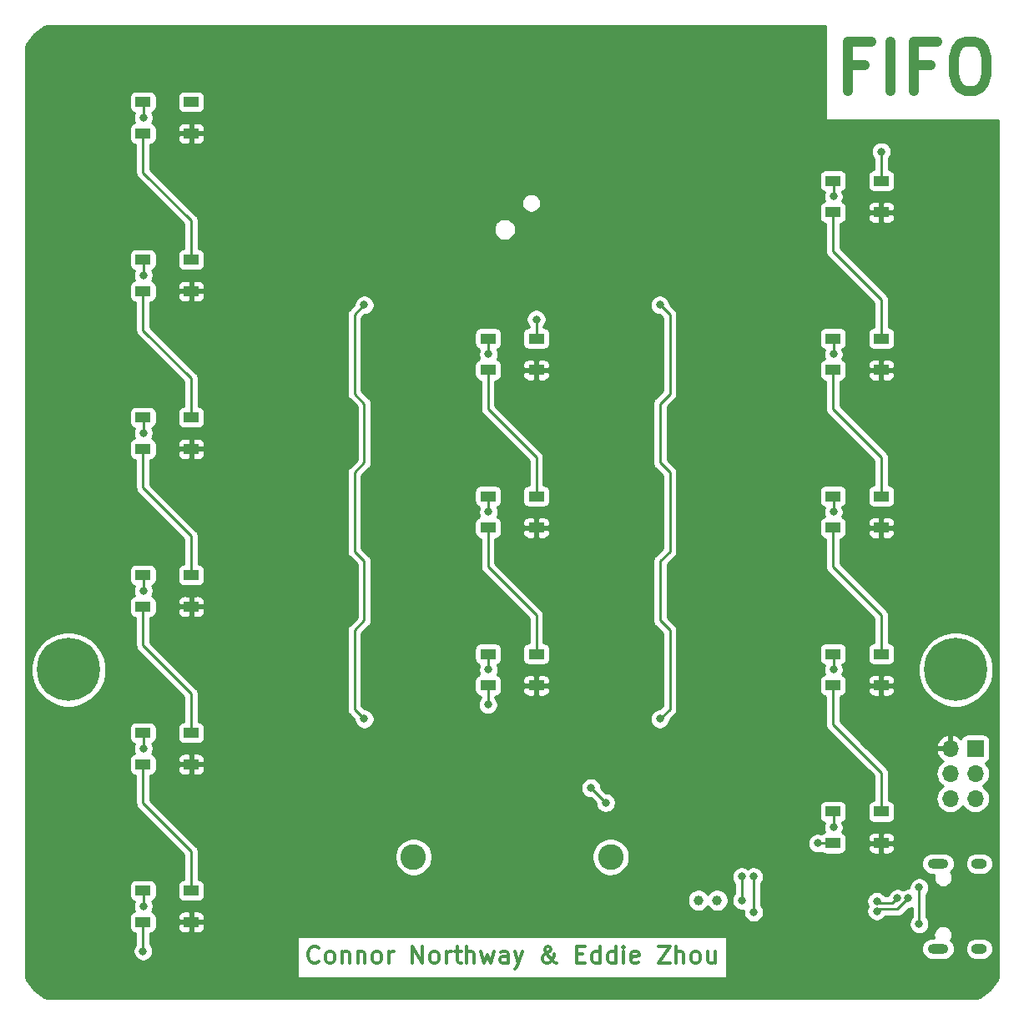
<source format=gbr>
G04 #@! TF.GenerationSoftware,KiCad,Pcbnew,5.1.3-ffb9f22~84~ubuntu18.10.1*
G04 #@! TF.CreationDate,2020-02-01T18:16:24-05:00*
G04 #@! TF.ProjectId,FIFO_Clock,4649464f-5f43-46c6-9f63-6b2e6b696361,rev?*
G04 #@! TF.SameCoordinates,PX2faf080PY2faf080*
G04 #@! TF.FileFunction,Copper,L1,Top*
G04 #@! TF.FilePolarity,Positive*
%FSLAX46Y46*%
G04 Gerber Fmt 4.6, Leading zero omitted, Abs format (unit mm)*
G04 Created by KiCad (PCBNEW 5.1.3-ffb9f22~84~ubuntu18.10.1) date 2020-02-01 18:16:24*
%MOMM*%
%LPD*%
G04 APERTURE LIST*
%ADD10C,1.000000*%
%ADD11C,0.375000*%
%ADD12R,1.500000X1.000000*%
%ADD13C,6.400000*%
%ADD14C,0.800000*%
%ADD15O,1.600000X1.000000*%
%ADD16O,2.100000X1.000000*%
%ADD17C,2.600000*%
%ADD18R,1.700000X1.700000*%
%ADD19O,1.700000X1.700000*%
%ADD20C,1.000000*%
%ADD21C,0.250000*%
G04 APERTURE END LIST*
D10*
X85761904Y-4642857D02*
X84095238Y-4642857D01*
X84095238Y-7261904D02*
X84095238Y-2261904D01*
X86476190Y-2261904D01*
X88380952Y-7261904D02*
X88380952Y-2261904D01*
X92428571Y-4642857D02*
X90761904Y-4642857D01*
X90761904Y-7261904D02*
X90761904Y-2261904D01*
X93142857Y-2261904D01*
X96000000Y-2261904D02*
X96952380Y-2261904D01*
X97428571Y-2500000D01*
X97904761Y-2976190D01*
X98142857Y-3928571D01*
X98142857Y-5595238D01*
X97904761Y-6547619D01*
X97428571Y-7023809D01*
X96952380Y-7261904D01*
X96000000Y-7261904D01*
X95523809Y-7023809D01*
X95047619Y-6547619D01*
X94809523Y-5595238D01*
X94809523Y-3928571D01*
X95047619Y-2976190D01*
X95523809Y-2500000D01*
X96000000Y-2261904D01*
D11*
X30416666Y-95625000D02*
X30333333Y-95708333D01*
X30083333Y-95791666D01*
X29916666Y-95791666D01*
X29666666Y-95708333D01*
X29500000Y-95541666D01*
X29416666Y-95375000D01*
X29333333Y-95041666D01*
X29333333Y-94791666D01*
X29416666Y-94458333D01*
X29500000Y-94291666D01*
X29666666Y-94125000D01*
X29916666Y-94041666D01*
X30083333Y-94041666D01*
X30333333Y-94125000D01*
X30416666Y-94208333D01*
X31416666Y-95791666D02*
X31250000Y-95708333D01*
X31166666Y-95625000D01*
X31083333Y-95458333D01*
X31083333Y-94958333D01*
X31166666Y-94791666D01*
X31250000Y-94708333D01*
X31416666Y-94625000D01*
X31666666Y-94625000D01*
X31833333Y-94708333D01*
X31916666Y-94791666D01*
X32000000Y-94958333D01*
X32000000Y-95458333D01*
X31916666Y-95625000D01*
X31833333Y-95708333D01*
X31666666Y-95791666D01*
X31416666Y-95791666D01*
X32750000Y-94625000D02*
X32750000Y-95791666D01*
X32750000Y-94791666D02*
X32833333Y-94708333D01*
X33000000Y-94625000D01*
X33250000Y-94625000D01*
X33416666Y-94708333D01*
X33500000Y-94875000D01*
X33500000Y-95791666D01*
X34333333Y-94625000D02*
X34333333Y-95791666D01*
X34333333Y-94791666D02*
X34416666Y-94708333D01*
X34583333Y-94625000D01*
X34833333Y-94625000D01*
X35000000Y-94708333D01*
X35083333Y-94875000D01*
X35083333Y-95791666D01*
X36166666Y-95791666D02*
X36000000Y-95708333D01*
X35916666Y-95625000D01*
X35833333Y-95458333D01*
X35833333Y-94958333D01*
X35916666Y-94791666D01*
X36000000Y-94708333D01*
X36166666Y-94625000D01*
X36416666Y-94625000D01*
X36583333Y-94708333D01*
X36666666Y-94791666D01*
X36750000Y-94958333D01*
X36750000Y-95458333D01*
X36666666Y-95625000D01*
X36583333Y-95708333D01*
X36416666Y-95791666D01*
X36166666Y-95791666D01*
X37500000Y-95791666D02*
X37500000Y-94625000D01*
X37500000Y-94958333D02*
X37583333Y-94791666D01*
X37666666Y-94708333D01*
X37833333Y-94625000D01*
X38000000Y-94625000D01*
X39916666Y-95791666D02*
X39916666Y-94041666D01*
X40916666Y-95791666D01*
X40916666Y-94041666D01*
X42000000Y-95791666D02*
X41833333Y-95708333D01*
X41750000Y-95625000D01*
X41666666Y-95458333D01*
X41666666Y-94958333D01*
X41750000Y-94791666D01*
X41833333Y-94708333D01*
X42000000Y-94625000D01*
X42250000Y-94625000D01*
X42416666Y-94708333D01*
X42500000Y-94791666D01*
X42583333Y-94958333D01*
X42583333Y-95458333D01*
X42500000Y-95625000D01*
X42416666Y-95708333D01*
X42250000Y-95791666D01*
X42000000Y-95791666D01*
X43333333Y-95791666D02*
X43333333Y-94625000D01*
X43333333Y-94958333D02*
X43416666Y-94791666D01*
X43500000Y-94708333D01*
X43666666Y-94625000D01*
X43833333Y-94625000D01*
X44166666Y-94625000D02*
X44833333Y-94625000D01*
X44416666Y-94041666D02*
X44416666Y-95541666D01*
X44500000Y-95708333D01*
X44666666Y-95791666D01*
X44833333Y-95791666D01*
X45416666Y-95791666D02*
X45416666Y-94041666D01*
X46166666Y-95791666D02*
X46166666Y-94875000D01*
X46083333Y-94708333D01*
X45916666Y-94625000D01*
X45666666Y-94625000D01*
X45500000Y-94708333D01*
X45416666Y-94791666D01*
X46833333Y-94625000D02*
X47166666Y-95791666D01*
X47500000Y-94958333D01*
X47833333Y-95791666D01*
X48166666Y-94625000D01*
X49583333Y-95791666D02*
X49583333Y-94875000D01*
X49500000Y-94708333D01*
X49333333Y-94625000D01*
X49000000Y-94625000D01*
X48833333Y-94708333D01*
X49583333Y-95708333D02*
X49416666Y-95791666D01*
X49000000Y-95791666D01*
X48833333Y-95708333D01*
X48750000Y-95541666D01*
X48750000Y-95375000D01*
X48833333Y-95208333D01*
X49000000Y-95125000D01*
X49416666Y-95125000D01*
X49583333Y-95041666D01*
X50250000Y-94625000D02*
X50666666Y-95791666D01*
X51083333Y-94625000D02*
X50666666Y-95791666D01*
X50500000Y-96208333D01*
X50416666Y-96291666D01*
X50250000Y-96375000D01*
X54500000Y-95791666D02*
X54416666Y-95791666D01*
X54250000Y-95708333D01*
X54000000Y-95458333D01*
X53583333Y-94958333D01*
X53416666Y-94708333D01*
X53333333Y-94458333D01*
X53333333Y-94291666D01*
X53416666Y-94125000D01*
X53583333Y-94041666D01*
X53666666Y-94041666D01*
X53833333Y-94125000D01*
X53916666Y-94291666D01*
X53916666Y-94375000D01*
X53833333Y-94541666D01*
X53750000Y-94625000D01*
X53250000Y-94958333D01*
X53166666Y-95041666D01*
X53083333Y-95208333D01*
X53083333Y-95458333D01*
X53166666Y-95625000D01*
X53250000Y-95708333D01*
X53416666Y-95791666D01*
X53666666Y-95791666D01*
X53833333Y-95708333D01*
X53916666Y-95625000D01*
X54166666Y-95291666D01*
X54250000Y-95041666D01*
X54250000Y-94875000D01*
X56583333Y-94875000D02*
X57166666Y-94875000D01*
X57416666Y-95791666D02*
X56583333Y-95791666D01*
X56583333Y-94041666D01*
X57416666Y-94041666D01*
X58916666Y-95791666D02*
X58916666Y-94041666D01*
X58916666Y-95708333D02*
X58750000Y-95791666D01*
X58416666Y-95791666D01*
X58250000Y-95708333D01*
X58166666Y-95625000D01*
X58083333Y-95458333D01*
X58083333Y-94958333D01*
X58166666Y-94791666D01*
X58250000Y-94708333D01*
X58416666Y-94625000D01*
X58750000Y-94625000D01*
X58916666Y-94708333D01*
X60500000Y-95791666D02*
X60500000Y-94041666D01*
X60500000Y-95708333D02*
X60333333Y-95791666D01*
X60000000Y-95791666D01*
X59833333Y-95708333D01*
X59750000Y-95625000D01*
X59666666Y-95458333D01*
X59666666Y-94958333D01*
X59750000Y-94791666D01*
X59833333Y-94708333D01*
X60000000Y-94625000D01*
X60333333Y-94625000D01*
X60500000Y-94708333D01*
X61333333Y-95791666D02*
X61333333Y-94625000D01*
X61333333Y-94041666D02*
X61249999Y-94125000D01*
X61333333Y-94208333D01*
X61416666Y-94125000D01*
X61333333Y-94041666D01*
X61333333Y-94208333D01*
X62833333Y-95708333D02*
X62666666Y-95791666D01*
X62333333Y-95791666D01*
X62166666Y-95708333D01*
X62083333Y-95541666D01*
X62083333Y-94875000D01*
X62166666Y-94708333D01*
X62333333Y-94625000D01*
X62666666Y-94625000D01*
X62833333Y-94708333D01*
X62916666Y-94875000D01*
X62916666Y-95041666D01*
X62083333Y-95208333D01*
X64833333Y-94041666D02*
X65999999Y-94041666D01*
X64833333Y-95791666D01*
X65999999Y-95791666D01*
X66666666Y-95791666D02*
X66666666Y-94041666D01*
X67416666Y-95791666D02*
X67416666Y-94875000D01*
X67333333Y-94708333D01*
X67166666Y-94625000D01*
X66916666Y-94625000D01*
X66749999Y-94708333D01*
X66666666Y-94791666D01*
X68499999Y-95791666D02*
X68333333Y-95708333D01*
X68249999Y-95625000D01*
X68166666Y-95458333D01*
X68166666Y-94958333D01*
X68249999Y-94791666D01*
X68333333Y-94708333D01*
X68499999Y-94625000D01*
X68749999Y-94625000D01*
X68916666Y-94708333D01*
X68999999Y-94791666D01*
X69083333Y-94958333D01*
X69083333Y-95458333D01*
X68999999Y-95625000D01*
X68916666Y-95708333D01*
X68749999Y-95791666D01*
X68499999Y-95791666D01*
X70583333Y-94625000D02*
X70583333Y-95791666D01*
X69833333Y-94625000D02*
X69833333Y-95541666D01*
X69916666Y-95708333D01*
X70083333Y-95791666D01*
X70333333Y-95791666D01*
X70500000Y-95708333D01*
X70583333Y-95625000D01*
D12*
X87450000Y-83600000D03*
X87450000Y-80400000D03*
X82550000Y-83600000D03*
X82550000Y-80400000D03*
X52450000Y-51600000D03*
X52450000Y-48400000D03*
X47550000Y-51600000D03*
X47550000Y-48400000D03*
X17450000Y-11600000D03*
X17450000Y-8400000D03*
X12550000Y-11600000D03*
X12550000Y-8400000D03*
X17450000Y-27600000D03*
X17450000Y-24400000D03*
X12550000Y-27600000D03*
X12550000Y-24400000D03*
X17450000Y-43600000D03*
X17450000Y-40400000D03*
X12550000Y-43600000D03*
X12550000Y-40400000D03*
X17450000Y-59600000D03*
X17450000Y-56400000D03*
X12550000Y-59600000D03*
X12550000Y-56400000D03*
X17450000Y-75600000D03*
X17450000Y-72400000D03*
X12550000Y-75600000D03*
X12550000Y-72400000D03*
X17450000Y-91600000D03*
X17450000Y-88400000D03*
X12550000Y-91600000D03*
X12550000Y-88400000D03*
X52450000Y-35600000D03*
X52450000Y-32400000D03*
X47550000Y-35600000D03*
X47550000Y-32400000D03*
X52450000Y-67600000D03*
X52450000Y-64400000D03*
X47550000Y-67600000D03*
X47550000Y-64400000D03*
X87450000Y-19600000D03*
X87450000Y-16400000D03*
X82550000Y-19600000D03*
X82550000Y-16400000D03*
X87450000Y-35600000D03*
X87450000Y-32400000D03*
X82550000Y-35600000D03*
X82550000Y-32400000D03*
X87450000Y-51600000D03*
X87450000Y-48400000D03*
X82550000Y-51600000D03*
X82550000Y-48400000D03*
X87450000Y-67600000D03*
X87450000Y-64400000D03*
X82550000Y-67600000D03*
X82550000Y-64400000D03*
D13*
X5000000Y-66000000D03*
D14*
X7400000Y-66000000D03*
X6697056Y-67697056D03*
X5000000Y-68400000D03*
X3302944Y-67697056D03*
X2600000Y-66000000D03*
X3302944Y-64302944D03*
X5000000Y-63600000D03*
X6697056Y-64302944D03*
X96697056Y-64302944D03*
X95000000Y-63600000D03*
X93302944Y-64302944D03*
X92600000Y-66000000D03*
X93302944Y-67697056D03*
X95000000Y-68400000D03*
X96697056Y-67697056D03*
X97400000Y-66000000D03*
D13*
X95000000Y-66000000D03*
D15*
X97400000Y-85680000D03*
X97400000Y-94320000D03*
D16*
X93220000Y-85680000D03*
X93220000Y-94320000D03*
D17*
X60000000Y-85000000D03*
X40000000Y-85000000D03*
D18*
X97000000Y-74000000D03*
D19*
X94460000Y-74000000D03*
X97000000Y-76540000D03*
X94460000Y-76540000D03*
X97000000Y-79080000D03*
X94460000Y-79080000D03*
D20*
X68900000Y-89400000D03*
X70800000Y-89400000D03*
D14*
X82600000Y-82000000D03*
X82600000Y-66000000D03*
X82600000Y-50000000D03*
X82600000Y-34000000D03*
X82600000Y-18000000D03*
X47600000Y-66000000D03*
X47600000Y-50000000D03*
X47600000Y-34000000D03*
X12600000Y-90000000D03*
X12600000Y-74000000D03*
X12600000Y-58000000D03*
X12600000Y-42000000D03*
X12600000Y-26000000D03*
X12600000Y-10000000D03*
X58000000Y-78000000D03*
X59500000Y-79500000D03*
X96000000Y-42000000D03*
X87400000Y-82000000D03*
X87400000Y-66000000D03*
X87400000Y-50000000D03*
X87400000Y-34000000D03*
X87400000Y-18000000D03*
X52400000Y-66000000D03*
X52400000Y-50000000D03*
X52400000Y-34000000D03*
X17400000Y-90000000D03*
X17400000Y-74000000D03*
X17400000Y-58000000D03*
X17400000Y-42000000D03*
X17400000Y-26000000D03*
X17400000Y-10000000D03*
X70505000Y-78505000D03*
X61000000Y-78000000D03*
X75810000Y-76790000D03*
X83000000Y-90000000D03*
X90550000Y-79050000D03*
X89100000Y-89200000D03*
X87000000Y-89500000D03*
X90200000Y-89200000D03*
X87000000Y-90500000D03*
X12550000Y-94550000D03*
X35000000Y-71000000D03*
X35000000Y-29000000D03*
X52450000Y-30450000D03*
X87450000Y-13450000D03*
X65000000Y-29000000D03*
X47550000Y-69550000D03*
X65000000Y-71000000D03*
X81000000Y-83600000D03*
X91300000Y-88100000D03*
X91300000Y-91800000D03*
X74500000Y-90600000D03*
X74500000Y-87000000D03*
X73300000Y-89400000D03*
X73300000Y-87000000D03*
D21*
X82600000Y-80450000D02*
X82550000Y-80400000D01*
X82600000Y-82000000D02*
X82600000Y-80450000D01*
X82600000Y-64450000D02*
X82550000Y-64400000D01*
X82600000Y-66000000D02*
X82600000Y-64450000D01*
X82600000Y-48450000D02*
X82550000Y-48400000D01*
X82600000Y-50000000D02*
X82600000Y-48450000D01*
X82600000Y-32450000D02*
X82550000Y-32400000D01*
X82600000Y-34000000D02*
X82600000Y-32450000D01*
X82600000Y-16450000D02*
X82550000Y-16400000D01*
X82600000Y-18000000D02*
X82600000Y-16450000D01*
X47600000Y-64450000D02*
X47550000Y-64400000D01*
X47600000Y-66000000D02*
X47600000Y-64450000D01*
X47600000Y-48450000D02*
X47550000Y-48400000D01*
X47600000Y-50000000D02*
X47600000Y-48450000D01*
X47600000Y-32450000D02*
X47550000Y-32400000D01*
X47600000Y-34000000D02*
X47600000Y-32450000D01*
X12600000Y-88450000D02*
X12550000Y-88400000D01*
X12600000Y-90000000D02*
X12600000Y-88450000D01*
X12600000Y-72450000D02*
X12550000Y-72400000D01*
X12600000Y-74000000D02*
X12600000Y-72450000D01*
X12600000Y-56450000D02*
X12550000Y-56400000D01*
X12600000Y-58000000D02*
X12600000Y-56450000D01*
X12600000Y-40450000D02*
X12550000Y-40400000D01*
X12600000Y-42000000D02*
X12600000Y-40450000D01*
X12600000Y-8450000D02*
X12550000Y-8400000D01*
X12600000Y-10000000D02*
X12600000Y-8450000D01*
X12600000Y-24450000D02*
X12550000Y-24400000D01*
X12600000Y-26000000D02*
X12600000Y-24450000D01*
X58000000Y-78000000D02*
X59500000Y-79500000D01*
X87400000Y-82550000D02*
X87450000Y-82600000D01*
X87400000Y-82000000D02*
X87400000Y-83550000D01*
X87400000Y-67550000D02*
X87450000Y-67600000D01*
X87400000Y-66000000D02*
X87400000Y-67550000D01*
X87400000Y-51550000D02*
X87450000Y-51600000D01*
X87400000Y-50000000D02*
X87400000Y-51550000D01*
X87400000Y-35550000D02*
X87450000Y-35600000D01*
X87400000Y-34000000D02*
X87400000Y-35550000D01*
X87400000Y-19550000D02*
X87450000Y-19600000D01*
X87400000Y-18000000D02*
X87400000Y-19550000D01*
X52400000Y-67550000D02*
X52450000Y-67600000D01*
X52400000Y-66000000D02*
X52400000Y-67550000D01*
X52400000Y-51550000D02*
X52450000Y-51600000D01*
X52400000Y-50000000D02*
X52400000Y-51550000D01*
X52400000Y-35550000D02*
X52450000Y-35600000D01*
X52400000Y-34000000D02*
X52400000Y-35550000D01*
X17400000Y-91550000D02*
X17450000Y-91600000D01*
X17400000Y-90000000D02*
X17400000Y-91550000D01*
X17400000Y-75550000D02*
X17450000Y-75600000D01*
X17400000Y-74000000D02*
X17400000Y-75550000D01*
X17400000Y-59550000D02*
X17450000Y-59600000D01*
X17400000Y-58000000D02*
X17400000Y-59550000D01*
X17400000Y-43550000D02*
X17450000Y-43600000D01*
X17400000Y-42000000D02*
X17400000Y-43550000D01*
X17400000Y-11550000D02*
X17450000Y-11600000D01*
X17400000Y-10000000D02*
X17400000Y-11550000D01*
X17400000Y-27550000D02*
X17450000Y-27600000D01*
X17400000Y-26000000D02*
X17400000Y-27550000D01*
X87200000Y-89700000D02*
X87000000Y-89500000D01*
X89100000Y-89200000D02*
X88600000Y-89700000D01*
X88600000Y-89700000D02*
X87200000Y-89700000D01*
X87200000Y-90300000D02*
X87000000Y-90500000D01*
X90200000Y-89200000D02*
X89100000Y-90300000D01*
X89100000Y-90300000D02*
X87200000Y-90300000D01*
X12550000Y-11600000D02*
X12550000Y-15550000D01*
X17450000Y-20450000D02*
X17450000Y-24400000D01*
X12550000Y-15550000D02*
X17450000Y-20450000D01*
X12550000Y-31550000D02*
X17450000Y-36450000D01*
X17450000Y-36450000D02*
X17450000Y-40400000D01*
X12550000Y-27600000D02*
X12550000Y-31550000D01*
X12550000Y-47550000D02*
X17450000Y-52450000D01*
X17450000Y-52450000D02*
X17450000Y-56400000D01*
X12550000Y-43600000D02*
X12550000Y-47550000D01*
X12550000Y-63550000D02*
X17450000Y-68450000D01*
X17450000Y-68450000D02*
X17450000Y-72400000D01*
X12550000Y-59600000D02*
X12550000Y-63550000D01*
X12550000Y-79550000D02*
X17450000Y-84450000D01*
X17450000Y-84450000D02*
X17450000Y-88400000D01*
X12550000Y-75600000D02*
X12550000Y-79550000D01*
X12550000Y-91600000D02*
X12550000Y-94550000D01*
X12550000Y-94550000D02*
X12550000Y-94550000D01*
X34000000Y-62000000D02*
X34000000Y-70000000D01*
X34000000Y-54000000D02*
X35000000Y-55000000D01*
X34000000Y-46000000D02*
X34000000Y-54000000D01*
X35000000Y-61000000D02*
X34000000Y-62000000D01*
X35000000Y-39000000D02*
X35000000Y-45000000D01*
X34000000Y-38000000D02*
X35000000Y-39000000D01*
X35000000Y-45000000D02*
X34000000Y-46000000D01*
X35000000Y-29000000D02*
X34000000Y-30000000D01*
X35000000Y-55000000D02*
X35000000Y-61000000D01*
X34000000Y-30000000D02*
X34000000Y-38000000D01*
X34000000Y-70000000D02*
X35000000Y-71000000D01*
X52450000Y-32400000D02*
X52450000Y-30450000D01*
X47550000Y-39550000D02*
X52450000Y-44450000D01*
X52450000Y-44450000D02*
X52450000Y-48400000D01*
X47550000Y-35600000D02*
X47550000Y-39550000D01*
X47550000Y-55550000D02*
X52450000Y-60450000D01*
X52450000Y-60450000D02*
X52450000Y-64400000D01*
X47550000Y-51600000D02*
X47550000Y-55550000D01*
X87450000Y-16400000D02*
X87450000Y-13450000D01*
X87450000Y-13450000D02*
X87450000Y-13450000D01*
X47550000Y-69550000D02*
X47550000Y-67600000D01*
X66000000Y-54000000D02*
X65000000Y-55000000D01*
X66000000Y-46000000D02*
X66000000Y-54000000D01*
X65000000Y-45000000D02*
X66000000Y-46000000D01*
X66000000Y-30000000D02*
X66000000Y-38000000D01*
X65000000Y-29000000D02*
X66000000Y-30000000D01*
X66000000Y-38000000D02*
X65000000Y-39000000D01*
X65000000Y-39000000D02*
X65000000Y-45000000D01*
X66000000Y-70000000D02*
X65000000Y-71000000D01*
X65000000Y-55000000D02*
X65000000Y-61000000D01*
X65000000Y-61000000D02*
X66000000Y-62000000D01*
X66000000Y-62000000D02*
X66000000Y-70000000D01*
X82550000Y-23550000D02*
X87450000Y-28450000D01*
X87450000Y-28450000D02*
X87450000Y-32400000D01*
X82550000Y-19600000D02*
X82550000Y-23550000D01*
X82550000Y-39550000D02*
X87450000Y-44450000D01*
X87450000Y-44450000D02*
X87450000Y-48400000D01*
X82550000Y-35600000D02*
X82550000Y-39550000D01*
X82550000Y-55550000D02*
X87450000Y-60450000D01*
X87450000Y-60450000D02*
X87450000Y-64400000D01*
X82550000Y-51600000D02*
X82550000Y-55550000D01*
X82550000Y-71550000D02*
X87450000Y-76450000D01*
X82550000Y-67600000D02*
X82550000Y-71550000D01*
X87450000Y-76450000D02*
X87450000Y-80400000D01*
X81000000Y-83600000D02*
X81000000Y-83600000D01*
X82550000Y-83600000D02*
X81000000Y-83600000D01*
X91300000Y-91800000D02*
X91300000Y-88100000D01*
X74500000Y-90600000D02*
X74500000Y-87000000D01*
X73300000Y-87000000D02*
X73300000Y-89400000D01*
G36*
X81779762Y-10275000D02*
G01*
X99350000Y-10275000D01*
X99350001Y-97191113D01*
X99221773Y-97437436D01*
X98993265Y-97796122D01*
X98734380Y-98133507D01*
X98447061Y-98447061D01*
X98133507Y-98734380D01*
X97796122Y-98993265D01*
X97437436Y-99221773D01*
X97191115Y-99350000D01*
X2808885Y-99350000D01*
X2562564Y-99221773D01*
X2203878Y-98993265D01*
X1866493Y-98734380D01*
X1552939Y-98447061D01*
X1265620Y-98133507D01*
X1006735Y-97796122D01*
X778227Y-97437436D01*
X650000Y-97191115D01*
X650000Y-87900000D01*
X11171976Y-87900000D01*
X11171976Y-88900000D01*
X11184043Y-89022521D01*
X11219781Y-89140334D01*
X11277817Y-89248911D01*
X11355920Y-89344080D01*
X11451089Y-89422183D01*
X11559666Y-89480219D01*
X11677479Y-89515957D01*
X11690513Y-89517241D01*
X11614390Y-89701018D01*
X11575000Y-89899046D01*
X11575000Y-90100954D01*
X11614390Y-90298982D01*
X11690513Y-90482759D01*
X11677479Y-90484043D01*
X11559666Y-90519781D01*
X11451089Y-90577817D01*
X11355920Y-90655920D01*
X11277817Y-90751089D01*
X11219781Y-90859666D01*
X11184043Y-90977479D01*
X11171976Y-91100000D01*
X11171976Y-92100000D01*
X11184043Y-92222521D01*
X11219781Y-92340334D01*
X11277817Y-92448911D01*
X11355920Y-92544080D01*
X11451089Y-92622183D01*
X11559666Y-92680219D01*
X11677479Y-92715957D01*
X11800000Y-92728024D01*
X11800001Y-93850429D01*
X11753830Y-93896600D01*
X11641656Y-94064480D01*
X11564390Y-94251018D01*
X11525000Y-94449046D01*
X11525000Y-94650954D01*
X11564390Y-94848982D01*
X11641656Y-95035520D01*
X11753830Y-95203400D01*
X11896600Y-95346170D01*
X12064480Y-95458344D01*
X12251018Y-95535610D01*
X12449046Y-95575000D01*
X12650954Y-95575000D01*
X12848982Y-95535610D01*
X13035520Y-95458344D01*
X13203400Y-95346170D01*
X13346170Y-95203400D01*
X13458344Y-95035520D01*
X13535610Y-94848982D01*
X13575000Y-94650954D01*
X13575000Y-94449046D01*
X13535610Y-94251018D01*
X13458344Y-94064480D01*
X13346170Y-93896600D01*
X13300000Y-93850430D01*
X13300000Y-93021250D01*
X28187500Y-93021250D01*
X28187500Y-97271250D01*
X71812500Y-97271250D01*
X71812500Y-94320000D01*
X91539557Y-94320000D01*
X91561278Y-94540538D01*
X91625607Y-94752602D01*
X91730071Y-94948040D01*
X91870656Y-95119344D01*
X92041960Y-95259929D01*
X92237398Y-95364393D01*
X92449462Y-95428722D01*
X92614736Y-95445000D01*
X93825264Y-95445000D01*
X93990538Y-95428722D01*
X94202602Y-95364393D01*
X94398040Y-95259929D01*
X94569344Y-95119344D01*
X94709929Y-94948040D01*
X94814393Y-94752602D01*
X94878722Y-94540538D01*
X94900443Y-94320000D01*
X95969557Y-94320000D01*
X95991278Y-94540538D01*
X96055607Y-94752602D01*
X96160071Y-94948040D01*
X96300656Y-95119344D01*
X96471960Y-95259929D01*
X96667398Y-95364393D01*
X96879462Y-95428722D01*
X97044736Y-95445000D01*
X97755264Y-95445000D01*
X97920538Y-95428722D01*
X98132602Y-95364393D01*
X98328040Y-95259929D01*
X98499344Y-95119344D01*
X98639929Y-94948040D01*
X98744393Y-94752602D01*
X98808722Y-94540538D01*
X98830443Y-94320000D01*
X98808722Y-94099462D01*
X98744393Y-93887398D01*
X98639929Y-93691960D01*
X98499344Y-93520656D01*
X98328040Y-93380071D01*
X98132602Y-93275607D01*
X97920538Y-93211278D01*
X97755264Y-93195000D01*
X97044736Y-93195000D01*
X96879462Y-93211278D01*
X96667398Y-93275607D01*
X96471960Y-93380071D01*
X96300656Y-93520656D01*
X96160071Y-93691960D01*
X96055607Y-93887398D01*
X95991278Y-94099462D01*
X95969557Y-94320000D01*
X94900443Y-94320000D01*
X94878722Y-94099462D01*
X94814393Y-93887398D01*
X94709929Y-93691960D01*
X94569344Y-93520656D01*
X94473643Y-93442116D01*
X94541879Y-93339994D01*
X94613492Y-93167105D01*
X94650000Y-92983567D01*
X94650000Y-92796433D01*
X94613492Y-92612895D01*
X94541879Y-92440006D01*
X94437913Y-92284410D01*
X94305590Y-92152087D01*
X94149994Y-92048121D01*
X93977105Y-91976508D01*
X93793567Y-91940000D01*
X93606433Y-91940000D01*
X93422895Y-91976508D01*
X93250006Y-92048121D01*
X93094410Y-92152087D01*
X92962087Y-92284410D01*
X92858121Y-92440006D01*
X92786508Y-92612895D01*
X92750000Y-92796433D01*
X92750000Y-92983567D01*
X92786508Y-93167105D01*
X92798062Y-93195000D01*
X92614736Y-93195000D01*
X92449462Y-93211278D01*
X92237398Y-93275607D01*
X92041960Y-93380071D01*
X91870656Y-93520656D01*
X91730071Y-93691960D01*
X91625607Y-93887398D01*
X91561278Y-94099462D01*
X91539557Y-94320000D01*
X71812500Y-94320000D01*
X71812500Y-93021250D01*
X28187500Y-93021250D01*
X13300000Y-93021250D01*
X13300000Y-92728024D01*
X13422521Y-92715957D01*
X13540334Y-92680219D01*
X13648911Y-92622183D01*
X13744080Y-92544080D01*
X13822183Y-92448911D01*
X13880219Y-92340334D01*
X13915957Y-92222521D01*
X13928024Y-92100000D01*
X16071976Y-92100000D01*
X16084043Y-92222521D01*
X16119781Y-92340334D01*
X16177817Y-92448911D01*
X16255920Y-92544080D01*
X16351089Y-92622183D01*
X16459666Y-92680219D01*
X16577479Y-92715957D01*
X16700000Y-92728024D01*
X17168750Y-92725000D01*
X17325000Y-92568750D01*
X17325000Y-91725000D01*
X17575000Y-91725000D01*
X17575000Y-92568750D01*
X17731250Y-92725000D01*
X18200000Y-92728024D01*
X18322521Y-92715957D01*
X18440334Y-92680219D01*
X18548911Y-92622183D01*
X18644080Y-92544080D01*
X18722183Y-92448911D01*
X18780219Y-92340334D01*
X18815957Y-92222521D01*
X18828024Y-92100000D01*
X18825000Y-91881250D01*
X18668750Y-91725000D01*
X17575000Y-91725000D01*
X17325000Y-91725000D01*
X16231250Y-91725000D01*
X16075000Y-91881250D01*
X16071976Y-92100000D01*
X13928024Y-92100000D01*
X13928024Y-91100000D01*
X16071976Y-91100000D01*
X16075000Y-91318750D01*
X16231250Y-91475000D01*
X17325000Y-91475000D01*
X17325000Y-90631250D01*
X17575000Y-90631250D01*
X17575000Y-91475000D01*
X18668750Y-91475000D01*
X18825000Y-91318750D01*
X18828024Y-91100000D01*
X18815957Y-90977479D01*
X18780219Y-90859666D01*
X18722183Y-90751089D01*
X18644080Y-90655920D01*
X18548911Y-90577817D01*
X18440334Y-90519781D01*
X18322521Y-90484043D01*
X18200000Y-90471976D01*
X17731250Y-90475000D01*
X17575000Y-90631250D01*
X17325000Y-90631250D01*
X17168750Y-90475000D01*
X16700000Y-90471976D01*
X16577479Y-90484043D01*
X16459666Y-90519781D01*
X16351089Y-90577817D01*
X16255920Y-90655920D01*
X16177817Y-90751089D01*
X16119781Y-90859666D01*
X16084043Y-90977479D01*
X16071976Y-91100000D01*
X13928024Y-91100000D01*
X13915957Y-90977479D01*
X13880219Y-90859666D01*
X13822183Y-90751089D01*
X13744080Y-90655920D01*
X13648911Y-90577817D01*
X13540334Y-90519781D01*
X13494701Y-90505938D01*
X13508344Y-90485520D01*
X13585610Y-90298982D01*
X13625000Y-90100954D01*
X13625000Y-89899046D01*
X13585610Y-89701018D01*
X13508344Y-89514480D01*
X13494701Y-89494062D01*
X13540334Y-89480219D01*
X13648911Y-89422183D01*
X13744080Y-89344080D01*
X13822183Y-89248911D01*
X13880219Y-89140334D01*
X13915957Y-89022521D01*
X13928024Y-88900000D01*
X13928024Y-87900000D01*
X13915957Y-87777479D01*
X13880219Y-87659666D01*
X13822183Y-87551089D01*
X13744080Y-87455920D01*
X13648911Y-87377817D01*
X13540334Y-87319781D01*
X13422521Y-87284043D01*
X13300000Y-87271976D01*
X11800000Y-87271976D01*
X11677479Y-87284043D01*
X11559666Y-87319781D01*
X11451089Y-87377817D01*
X11355920Y-87455920D01*
X11277817Y-87551089D01*
X11219781Y-87659666D01*
X11184043Y-87777479D01*
X11171976Y-87900000D01*
X650000Y-87900000D01*
X650000Y-71900000D01*
X11171976Y-71900000D01*
X11171976Y-72900000D01*
X11184043Y-73022521D01*
X11219781Y-73140334D01*
X11277817Y-73248911D01*
X11355920Y-73344080D01*
X11451089Y-73422183D01*
X11559666Y-73480219D01*
X11677479Y-73515957D01*
X11690513Y-73517241D01*
X11614390Y-73701018D01*
X11575000Y-73899046D01*
X11575000Y-74100954D01*
X11614390Y-74298982D01*
X11690513Y-74482759D01*
X11677479Y-74484043D01*
X11559666Y-74519781D01*
X11451089Y-74577817D01*
X11355920Y-74655920D01*
X11277817Y-74751089D01*
X11219781Y-74859666D01*
X11184043Y-74977479D01*
X11171976Y-75100000D01*
X11171976Y-76100000D01*
X11184043Y-76222521D01*
X11219781Y-76340334D01*
X11277817Y-76448911D01*
X11355920Y-76544080D01*
X11451089Y-76622183D01*
X11559666Y-76680219D01*
X11677479Y-76715957D01*
X11800000Y-76728024D01*
X11800001Y-79513163D01*
X11796373Y-79550000D01*
X11810853Y-79697025D01*
X11853739Y-79838400D01*
X11869082Y-79867105D01*
X11923382Y-79968693D01*
X11937192Y-79985520D01*
X11993624Y-80054283D01*
X11993627Y-80054286D01*
X12017106Y-80082895D01*
X12045715Y-80106374D01*
X16700000Y-84760661D01*
X16700001Y-87271976D01*
X16700000Y-87271976D01*
X16577479Y-87284043D01*
X16459666Y-87319781D01*
X16351089Y-87377817D01*
X16255920Y-87455920D01*
X16177817Y-87551089D01*
X16119781Y-87659666D01*
X16084043Y-87777479D01*
X16071976Y-87900000D01*
X16071976Y-88900000D01*
X16084043Y-89022521D01*
X16119781Y-89140334D01*
X16177817Y-89248911D01*
X16255920Y-89344080D01*
X16351089Y-89422183D01*
X16459666Y-89480219D01*
X16577479Y-89515957D01*
X16700000Y-89528024D01*
X18200000Y-89528024D01*
X18322521Y-89515957D01*
X18440334Y-89480219D01*
X18548911Y-89422183D01*
X18644080Y-89344080D01*
X18689121Y-89289197D01*
X67775000Y-89289197D01*
X67775000Y-89510803D01*
X67818233Y-89728150D01*
X67903038Y-89932887D01*
X68026156Y-90117145D01*
X68182855Y-90273844D01*
X68367113Y-90396962D01*
X68571850Y-90481767D01*
X68789197Y-90525000D01*
X69010803Y-90525000D01*
X69228150Y-90481767D01*
X69432887Y-90396962D01*
X69617145Y-90273844D01*
X69773844Y-90117145D01*
X69850000Y-90003170D01*
X69926156Y-90117145D01*
X70082855Y-90273844D01*
X70267113Y-90396962D01*
X70471850Y-90481767D01*
X70689197Y-90525000D01*
X70910803Y-90525000D01*
X71128150Y-90481767D01*
X71332887Y-90396962D01*
X71517145Y-90273844D01*
X71673844Y-90117145D01*
X71796962Y-89932887D01*
X71881767Y-89728150D01*
X71925000Y-89510803D01*
X71925000Y-89289197D01*
X71881767Y-89071850D01*
X71796962Y-88867113D01*
X71673844Y-88682855D01*
X71517145Y-88526156D01*
X71332887Y-88403038D01*
X71128150Y-88318233D01*
X70910803Y-88275000D01*
X70689197Y-88275000D01*
X70471850Y-88318233D01*
X70267113Y-88403038D01*
X70082855Y-88526156D01*
X69926156Y-88682855D01*
X69850000Y-88796830D01*
X69773844Y-88682855D01*
X69617145Y-88526156D01*
X69432887Y-88403038D01*
X69228150Y-88318233D01*
X69010803Y-88275000D01*
X68789197Y-88275000D01*
X68571850Y-88318233D01*
X68367113Y-88403038D01*
X68182855Y-88526156D01*
X68026156Y-88682855D01*
X67903038Y-88867113D01*
X67818233Y-89071850D01*
X67775000Y-89289197D01*
X18689121Y-89289197D01*
X18722183Y-89248911D01*
X18780219Y-89140334D01*
X18815957Y-89022521D01*
X18828024Y-88900000D01*
X18828024Y-87900000D01*
X18815957Y-87777479D01*
X18780219Y-87659666D01*
X18722183Y-87551089D01*
X18644080Y-87455920D01*
X18548911Y-87377817D01*
X18440334Y-87319781D01*
X18322521Y-87284043D01*
X18200000Y-87271976D01*
X18200000Y-84810404D01*
X38075000Y-84810404D01*
X38075000Y-85189596D01*
X38148977Y-85561502D01*
X38294087Y-85911829D01*
X38504755Y-86227116D01*
X38772884Y-86495245D01*
X39088171Y-86705913D01*
X39438498Y-86851023D01*
X39810404Y-86925000D01*
X40189596Y-86925000D01*
X40561502Y-86851023D01*
X40911829Y-86705913D01*
X41227116Y-86495245D01*
X41495245Y-86227116D01*
X41705913Y-85911829D01*
X41851023Y-85561502D01*
X41925000Y-85189596D01*
X41925000Y-84810404D01*
X58075000Y-84810404D01*
X58075000Y-85189596D01*
X58148977Y-85561502D01*
X58294087Y-85911829D01*
X58504755Y-86227116D01*
X58772884Y-86495245D01*
X59088171Y-86705913D01*
X59438498Y-86851023D01*
X59810404Y-86925000D01*
X60189596Y-86925000D01*
X60320075Y-86899046D01*
X72275000Y-86899046D01*
X72275000Y-87100954D01*
X72314390Y-87298982D01*
X72391656Y-87485520D01*
X72503830Y-87653400D01*
X72550000Y-87699570D01*
X72550001Y-88700429D01*
X72503830Y-88746600D01*
X72391656Y-88914480D01*
X72314390Y-89101018D01*
X72275000Y-89299046D01*
X72275000Y-89500954D01*
X72314390Y-89698982D01*
X72391656Y-89885520D01*
X72503830Y-90053400D01*
X72646600Y-90196170D01*
X72814480Y-90308344D01*
X73001018Y-90385610D01*
X73199046Y-90425000D01*
X73400954Y-90425000D01*
X73493386Y-90406614D01*
X73475000Y-90499046D01*
X73475000Y-90700954D01*
X73514390Y-90898982D01*
X73591656Y-91085520D01*
X73703830Y-91253400D01*
X73846600Y-91396170D01*
X74014480Y-91508344D01*
X74201018Y-91585610D01*
X74399046Y-91625000D01*
X74600954Y-91625000D01*
X74798982Y-91585610D01*
X74985520Y-91508344D01*
X75153400Y-91396170D01*
X75296170Y-91253400D01*
X75408344Y-91085520D01*
X75485610Y-90898982D01*
X75525000Y-90700954D01*
X75525000Y-90499046D01*
X75485610Y-90301018D01*
X75408344Y-90114480D01*
X75296170Y-89946600D01*
X75250000Y-89900430D01*
X75250000Y-89399046D01*
X85975000Y-89399046D01*
X85975000Y-89600954D01*
X86014390Y-89798982D01*
X86091656Y-89985520D01*
X86101331Y-90000000D01*
X86091656Y-90014480D01*
X86014390Y-90201018D01*
X85975000Y-90399046D01*
X85975000Y-90600954D01*
X86014390Y-90798982D01*
X86091656Y-90985520D01*
X86203830Y-91153400D01*
X86346600Y-91296170D01*
X86514480Y-91408344D01*
X86701018Y-91485610D01*
X86899046Y-91525000D01*
X87100954Y-91525000D01*
X87298982Y-91485610D01*
X87485520Y-91408344D01*
X87653400Y-91296170D01*
X87796170Y-91153400D01*
X87865260Y-91050000D01*
X89063173Y-91050000D01*
X89100000Y-91053627D01*
X89136827Y-91050000D01*
X89136835Y-91050000D01*
X89247026Y-91039147D01*
X89388401Y-90996261D01*
X89518693Y-90926619D01*
X89632895Y-90832895D01*
X89656378Y-90804281D01*
X90235660Y-90225000D01*
X90300954Y-90225000D01*
X90498982Y-90185610D01*
X90550000Y-90164478D01*
X90550000Y-91100430D01*
X90503830Y-91146600D01*
X90391656Y-91314480D01*
X90314390Y-91501018D01*
X90275000Y-91699046D01*
X90275000Y-91900954D01*
X90314390Y-92098982D01*
X90391656Y-92285520D01*
X90503830Y-92453400D01*
X90646600Y-92596170D01*
X90814480Y-92708344D01*
X91001018Y-92785610D01*
X91199046Y-92825000D01*
X91400954Y-92825000D01*
X91598982Y-92785610D01*
X91785520Y-92708344D01*
X91953400Y-92596170D01*
X92096170Y-92453400D01*
X92208344Y-92285520D01*
X92285610Y-92098982D01*
X92325000Y-91900954D01*
X92325000Y-91699046D01*
X92285610Y-91501018D01*
X92208344Y-91314480D01*
X92096170Y-91146600D01*
X92050000Y-91100430D01*
X92050000Y-88799570D01*
X92096170Y-88753400D01*
X92208344Y-88585520D01*
X92285610Y-88398982D01*
X92325000Y-88200954D01*
X92325000Y-87999046D01*
X92285610Y-87801018D01*
X92208344Y-87614480D01*
X92096170Y-87446600D01*
X91953400Y-87303830D01*
X91785520Y-87191656D01*
X91598982Y-87114390D01*
X91400954Y-87075000D01*
X91199046Y-87075000D01*
X91001018Y-87114390D01*
X90814480Y-87191656D01*
X90646600Y-87303830D01*
X90503830Y-87446600D01*
X90391656Y-87614480D01*
X90314390Y-87801018D01*
X90275000Y-87999046D01*
X90275000Y-88175000D01*
X90099046Y-88175000D01*
X89901018Y-88214390D01*
X89714480Y-88291656D01*
X89650000Y-88334740D01*
X89585520Y-88291656D01*
X89398982Y-88214390D01*
X89200954Y-88175000D01*
X88999046Y-88175000D01*
X88801018Y-88214390D01*
X88614480Y-88291656D01*
X88446600Y-88403830D01*
X88303830Y-88546600D01*
X88191656Y-88714480D01*
X88114390Y-88901018D01*
X88104647Y-88950000D01*
X87865260Y-88950000D01*
X87796170Y-88846600D01*
X87653400Y-88703830D01*
X87485520Y-88591656D01*
X87298982Y-88514390D01*
X87100954Y-88475000D01*
X86899046Y-88475000D01*
X86701018Y-88514390D01*
X86514480Y-88591656D01*
X86346600Y-88703830D01*
X86203830Y-88846600D01*
X86091656Y-89014480D01*
X86014390Y-89201018D01*
X85975000Y-89399046D01*
X75250000Y-89399046D01*
X75250000Y-87699570D01*
X75296170Y-87653400D01*
X75408344Y-87485520D01*
X75485610Y-87298982D01*
X75525000Y-87100954D01*
X75525000Y-86899046D01*
X75485610Y-86701018D01*
X75408344Y-86514480D01*
X75296170Y-86346600D01*
X75153400Y-86203830D01*
X74985520Y-86091656D01*
X74798982Y-86014390D01*
X74600954Y-85975000D01*
X74399046Y-85975000D01*
X74201018Y-86014390D01*
X74014480Y-86091656D01*
X73900000Y-86168149D01*
X73785520Y-86091656D01*
X73598982Y-86014390D01*
X73400954Y-85975000D01*
X73199046Y-85975000D01*
X73001018Y-86014390D01*
X72814480Y-86091656D01*
X72646600Y-86203830D01*
X72503830Y-86346600D01*
X72391656Y-86514480D01*
X72314390Y-86701018D01*
X72275000Y-86899046D01*
X60320075Y-86899046D01*
X60561502Y-86851023D01*
X60911829Y-86705913D01*
X61227116Y-86495245D01*
X61495245Y-86227116D01*
X61705913Y-85911829D01*
X61801939Y-85680000D01*
X91539557Y-85680000D01*
X91561278Y-85900538D01*
X91625607Y-86112602D01*
X91730071Y-86308040D01*
X91870656Y-86479344D01*
X92041960Y-86619929D01*
X92237398Y-86724393D01*
X92449462Y-86788722D01*
X92614736Y-86805000D01*
X92818062Y-86805000D01*
X92806508Y-86832895D01*
X92770000Y-87016433D01*
X92770000Y-87203567D01*
X92806508Y-87387105D01*
X92878121Y-87559994D01*
X92982087Y-87715590D01*
X93114410Y-87847913D01*
X93270006Y-87951879D01*
X93442895Y-88023492D01*
X93626433Y-88060000D01*
X93813567Y-88060000D01*
X93997105Y-88023492D01*
X94169994Y-87951879D01*
X94325590Y-87847913D01*
X94457913Y-87715590D01*
X94561879Y-87559994D01*
X94633492Y-87387105D01*
X94670000Y-87203567D01*
X94670000Y-87016433D01*
X94633492Y-86832895D01*
X94561879Y-86660006D01*
X94486560Y-86547283D01*
X94569344Y-86479344D01*
X94709929Y-86308040D01*
X94814393Y-86112602D01*
X94878722Y-85900538D01*
X94900443Y-85680000D01*
X95969557Y-85680000D01*
X95991278Y-85900538D01*
X96055607Y-86112602D01*
X96160071Y-86308040D01*
X96300656Y-86479344D01*
X96471960Y-86619929D01*
X96667398Y-86724393D01*
X96879462Y-86788722D01*
X97044736Y-86805000D01*
X97755264Y-86805000D01*
X97920538Y-86788722D01*
X98132602Y-86724393D01*
X98328040Y-86619929D01*
X98499344Y-86479344D01*
X98639929Y-86308040D01*
X98744393Y-86112602D01*
X98808722Y-85900538D01*
X98830443Y-85680000D01*
X98808722Y-85459462D01*
X98744393Y-85247398D01*
X98639929Y-85051960D01*
X98499344Y-84880656D01*
X98328040Y-84740071D01*
X98132602Y-84635607D01*
X97920538Y-84571278D01*
X97755264Y-84555000D01*
X97044736Y-84555000D01*
X96879462Y-84571278D01*
X96667398Y-84635607D01*
X96471960Y-84740071D01*
X96300656Y-84880656D01*
X96160071Y-85051960D01*
X96055607Y-85247398D01*
X95991278Y-85459462D01*
X95969557Y-85680000D01*
X94900443Y-85680000D01*
X94878722Y-85459462D01*
X94814393Y-85247398D01*
X94709929Y-85051960D01*
X94569344Y-84880656D01*
X94398040Y-84740071D01*
X94202602Y-84635607D01*
X93990538Y-84571278D01*
X93825264Y-84555000D01*
X92614736Y-84555000D01*
X92449462Y-84571278D01*
X92237398Y-84635607D01*
X92041960Y-84740071D01*
X91870656Y-84880656D01*
X91730071Y-85051960D01*
X91625607Y-85247398D01*
X91561278Y-85459462D01*
X91539557Y-85680000D01*
X61801939Y-85680000D01*
X61851023Y-85561502D01*
X61925000Y-85189596D01*
X61925000Y-84810404D01*
X61851023Y-84438498D01*
X61705913Y-84088171D01*
X61495245Y-83772884D01*
X61227116Y-83504755D01*
X61218572Y-83499046D01*
X79975000Y-83499046D01*
X79975000Y-83700954D01*
X80014390Y-83898982D01*
X80091656Y-84085520D01*
X80203830Y-84253400D01*
X80346600Y-84396170D01*
X80514480Y-84508344D01*
X80701018Y-84585610D01*
X80899046Y-84625000D01*
X81100954Y-84625000D01*
X81298982Y-84585610D01*
X81370452Y-84556006D01*
X81451089Y-84622183D01*
X81559666Y-84680219D01*
X81677479Y-84715957D01*
X81800000Y-84728024D01*
X83300000Y-84728024D01*
X83422521Y-84715957D01*
X83540334Y-84680219D01*
X83648911Y-84622183D01*
X83744080Y-84544080D01*
X83822183Y-84448911D01*
X83880219Y-84340334D01*
X83915957Y-84222521D01*
X83928024Y-84100000D01*
X86071976Y-84100000D01*
X86084043Y-84222521D01*
X86119781Y-84340334D01*
X86177817Y-84448911D01*
X86255920Y-84544080D01*
X86351089Y-84622183D01*
X86459666Y-84680219D01*
X86577479Y-84715957D01*
X86700000Y-84728024D01*
X87168750Y-84725000D01*
X87325000Y-84568750D01*
X87325000Y-83725000D01*
X87575000Y-83725000D01*
X87575000Y-84568750D01*
X87731250Y-84725000D01*
X88200000Y-84728024D01*
X88322521Y-84715957D01*
X88440334Y-84680219D01*
X88548911Y-84622183D01*
X88644080Y-84544080D01*
X88722183Y-84448911D01*
X88780219Y-84340334D01*
X88815957Y-84222521D01*
X88828024Y-84100000D01*
X88825000Y-83881250D01*
X88668750Y-83725000D01*
X87575000Y-83725000D01*
X87325000Y-83725000D01*
X86231250Y-83725000D01*
X86075000Y-83881250D01*
X86071976Y-84100000D01*
X83928024Y-84100000D01*
X83928024Y-83100000D01*
X86071976Y-83100000D01*
X86075000Y-83318750D01*
X86231250Y-83475000D01*
X87325000Y-83475000D01*
X87325000Y-82631250D01*
X87575000Y-82631250D01*
X87575000Y-83475000D01*
X88668750Y-83475000D01*
X88825000Y-83318750D01*
X88828024Y-83100000D01*
X88815957Y-82977479D01*
X88780219Y-82859666D01*
X88722183Y-82751089D01*
X88644080Y-82655920D01*
X88548911Y-82577817D01*
X88440334Y-82519781D01*
X88322521Y-82484043D01*
X88200000Y-82471976D01*
X87731250Y-82475000D01*
X87575000Y-82631250D01*
X87325000Y-82631250D01*
X87168750Y-82475000D01*
X86700000Y-82471976D01*
X86577479Y-82484043D01*
X86459666Y-82519781D01*
X86351089Y-82577817D01*
X86255920Y-82655920D01*
X86177817Y-82751089D01*
X86119781Y-82859666D01*
X86084043Y-82977479D01*
X86071976Y-83100000D01*
X83928024Y-83100000D01*
X83915957Y-82977479D01*
X83880219Y-82859666D01*
X83822183Y-82751089D01*
X83744080Y-82655920D01*
X83648911Y-82577817D01*
X83540334Y-82519781D01*
X83494701Y-82505938D01*
X83508344Y-82485520D01*
X83585610Y-82298982D01*
X83625000Y-82100954D01*
X83625000Y-81899046D01*
X83585610Y-81701018D01*
X83508344Y-81514480D01*
X83494701Y-81494062D01*
X83540334Y-81480219D01*
X83648911Y-81422183D01*
X83744080Y-81344080D01*
X83822183Y-81248911D01*
X83880219Y-81140334D01*
X83915957Y-81022521D01*
X83928024Y-80900000D01*
X83928024Y-79900000D01*
X83915957Y-79777479D01*
X83880219Y-79659666D01*
X83822183Y-79551089D01*
X83744080Y-79455920D01*
X83648911Y-79377817D01*
X83540334Y-79319781D01*
X83422521Y-79284043D01*
X83300000Y-79271976D01*
X81800000Y-79271976D01*
X81677479Y-79284043D01*
X81559666Y-79319781D01*
X81451089Y-79377817D01*
X81355920Y-79455920D01*
X81277817Y-79551089D01*
X81219781Y-79659666D01*
X81184043Y-79777479D01*
X81171976Y-79900000D01*
X81171976Y-80900000D01*
X81184043Y-81022521D01*
X81219781Y-81140334D01*
X81277817Y-81248911D01*
X81355920Y-81344080D01*
X81451089Y-81422183D01*
X81559666Y-81480219D01*
X81677479Y-81515957D01*
X81690513Y-81517241D01*
X81614390Y-81701018D01*
X81575000Y-81899046D01*
X81575000Y-82100954D01*
X81614390Y-82298982D01*
X81690513Y-82482759D01*
X81677479Y-82484043D01*
X81559666Y-82519781D01*
X81451089Y-82577817D01*
X81370452Y-82643994D01*
X81298982Y-82614390D01*
X81100954Y-82575000D01*
X80899046Y-82575000D01*
X80701018Y-82614390D01*
X80514480Y-82691656D01*
X80346600Y-82803830D01*
X80203830Y-82946600D01*
X80091656Y-83114480D01*
X80014390Y-83301018D01*
X79975000Y-83499046D01*
X61218572Y-83499046D01*
X60911829Y-83294087D01*
X60561502Y-83148977D01*
X60189596Y-83075000D01*
X59810404Y-83075000D01*
X59438498Y-83148977D01*
X59088171Y-83294087D01*
X58772884Y-83504755D01*
X58504755Y-83772884D01*
X58294087Y-84088171D01*
X58148977Y-84438498D01*
X58075000Y-84810404D01*
X41925000Y-84810404D01*
X41851023Y-84438498D01*
X41705913Y-84088171D01*
X41495245Y-83772884D01*
X41227116Y-83504755D01*
X40911829Y-83294087D01*
X40561502Y-83148977D01*
X40189596Y-83075000D01*
X39810404Y-83075000D01*
X39438498Y-83148977D01*
X39088171Y-83294087D01*
X38772884Y-83504755D01*
X38504755Y-83772884D01*
X38294087Y-84088171D01*
X38148977Y-84438498D01*
X38075000Y-84810404D01*
X18200000Y-84810404D01*
X18200000Y-84486824D01*
X18203627Y-84449999D01*
X18200000Y-84413174D01*
X18200000Y-84413165D01*
X18189147Y-84302974D01*
X18146261Y-84161599D01*
X18076619Y-84031307D01*
X18066267Y-84018693D01*
X18006376Y-83945715D01*
X18006369Y-83945708D01*
X17982895Y-83917105D01*
X17954293Y-83893632D01*
X13300000Y-79239341D01*
X13300000Y-77899046D01*
X56975000Y-77899046D01*
X56975000Y-78100954D01*
X57014390Y-78298982D01*
X57091656Y-78485520D01*
X57203830Y-78653400D01*
X57346600Y-78796170D01*
X57514480Y-78908344D01*
X57701018Y-78985610D01*
X57899046Y-79025000D01*
X57964340Y-79025000D01*
X58475000Y-79535660D01*
X58475000Y-79600954D01*
X58514390Y-79798982D01*
X58591656Y-79985520D01*
X58703830Y-80153400D01*
X58846600Y-80296170D01*
X59014480Y-80408344D01*
X59201018Y-80485610D01*
X59399046Y-80525000D01*
X59600954Y-80525000D01*
X59798982Y-80485610D01*
X59985520Y-80408344D01*
X60153400Y-80296170D01*
X60296170Y-80153400D01*
X60408344Y-79985520D01*
X60485610Y-79798982D01*
X60525000Y-79600954D01*
X60525000Y-79399046D01*
X60485610Y-79201018D01*
X60408344Y-79014480D01*
X60296170Y-78846600D01*
X60153400Y-78703830D01*
X59985520Y-78591656D01*
X59798982Y-78514390D01*
X59600954Y-78475000D01*
X59535660Y-78475000D01*
X59025000Y-77964340D01*
X59025000Y-77899046D01*
X58985610Y-77701018D01*
X58908344Y-77514480D01*
X58796170Y-77346600D01*
X58653400Y-77203830D01*
X58485520Y-77091656D01*
X58298982Y-77014390D01*
X58100954Y-76975000D01*
X57899046Y-76975000D01*
X57701018Y-77014390D01*
X57514480Y-77091656D01*
X57346600Y-77203830D01*
X57203830Y-77346600D01*
X57091656Y-77514480D01*
X57014390Y-77701018D01*
X56975000Y-77899046D01*
X13300000Y-77899046D01*
X13300000Y-76728024D01*
X13422521Y-76715957D01*
X13540334Y-76680219D01*
X13648911Y-76622183D01*
X13744080Y-76544080D01*
X13822183Y-76448911D01*
X13880219Y-76340334D01*
X13915957Y-76222521D01*
X13928024Y-76100000D01*
X16071976Y-76100000D01*
X16084043Y-76222521D01*
X16119781Y-76340334D01*
X16177817Y-76448911D01*
X16255920Y-76544080D01*
X16351089Y-76622183D01*
X16459666Y-76680219D01*
X16577479Y-76715957D01*
X16700000Y-76728024D01*
X17168750Y-76725000D01*
X17325000Y-76568750D01*
X17325000Y-75725000D01*
X17575000Y-75725000D01*
X17575000Y-76568750D01*
X17731250Y-76725000D01*
X18200000Y-76728024D01*
X18322521Y-76715957D01*
X18440334Y-76680219D01*
X18548911Y-76622183D01*
X18644080Y-76544080D01*
X18722183Y-76448911D01*
X18780219Y-76340334D01*
X18815957Y-76222521D01*
X18828024Y-76100000D01*
X18825000Y-75881250D01*
X18668750Y-75725000D01*
X17575000Y-75725000D01*
X17325000Y-75725000D01*
X16231250Y-75725000D01*
X16075000Y-75881250D01*
X16071976Y-76100000D01*
X13928024Y-76100000D01*
X13928024Y-75100000D01*
X16071976Y-75100000D01*
X16075000Y-75318750D01*
X16231250Y-75475000D01*
X17325000Y-75475000D01*
X17325000Y-74631250D01*
X17575000Y-74631250D01*
X17575000Y-75475000D01*
X18668750Y-75475000D01*
X18825000Y-75318750D01*
X18828024Y-75100000D01*
X18815957Y-74977479D01*
X18780219Y-74859666D01*
X18722183Y-74751089D01*
X18644080Y-74655920D01*
X18548911Y-74577817D01*
X18440334Y-74519781D01*
X18322521Y-74484043D01*
X18200000Y-74471976D01*
X17731250Y-74475000D01*
X17575000Y-74631250D01*
X17325000Y-74631250D01*
X17168750Y-74475000D01*
X16700000Y-74471976D01*
X16577479Y-74484043D01*
X16459666Y-74519781D01*
X16351089Y-74577817D01*
X16255920Y-74655920D01*
X16177817Y-74751089D01*
X16119781Y-74859666D01*
X16084043Y-74977479D01*
X16071976Y-75100000D01*
X13928024Y-75100000D01*
X13915957Y-74977479D01*
X13880219Y-74859666D01*
X13822183Y-74751089D01*
X13744080Y-74655920D01*
X13648911Y-74577817D01*
X13540334Y-74519781D01*
X13494701Y-74505938D01*
X13508344Y-74485520D01*
X13585610Y-74298982D01*
X13625000Y-74100954D01*
X13625000Y-73899046D01*
X13585610Y-73701018D01*
X13508344Y-73514480D01*
X13494701Y-73494062D01*
X13540334Y-73480219D01*
X13648911Y-73422183D01*
X13744080Y-73344080D01*
X13822183Y-73248911D01*
X13880219Y-73140334D01*
X13915957Y-73022521D01*
X13928024Y-72900000D01*
X13928024Y-71900000D01*
X13915957Y-71777479D01*
X13880219Y-71659666D01*
X13822183Y-71551089D01*
X13744080Y-71455920D01*
X13648911Y-71377817D01*
X13540334Y-71319781D01*
X13422521Y-71284043D01*
X13300000Y-71271976D01*
X11800000Y-71271976D01*
X11677479Y-71284043D01*
X11559666Y-71319781D01*
X11451089Y-71377817D01*
X11355920Y-71455920D01*
X11277817Y-71551089D01*
X11219781Y-71659666D01*
X11184043Y-71777479D01*
X11171976Y-71900000D01*
X650000Y-71900000D01*
X650000Y-65623270D01*
X1175000Y-65623270D01*
X1175000Y-66376730D01*
X1321992Y-67115711D01*
X1610329Y-67811817D01*
X2028928Y-68438296D01*
X2561704Y-68971072D01*
X3188183Y-69389671D01*
X3884289Y-69678008D01*
X4623270Y-69825000D01*
X5376730Y-69825000D01*
X6115711Y-69678008D01*
X6811817Y-69389671D01*
X7438296Y-68971072D01*
X7971072Y-68438296D01*
X8389671Y-67811817D01*
X8678008Y-67115711D01*
X8825000Y-66376730D01*
X8825000Y-65623270D01*
X8678008Y-64884289D01*
X8389671Y-64188183D01*
X7971072Y-63561704D01*
X7438296Y-63028928D01*
X6811817Y-62610329D01*
X6115711Y-62321992D01*
X5376730Y-62175000D01*
X4623270Y-62175000D01*
X3884289Y-62321992D01*
X3188183Y-62610329D01*
X2561704Y-63028928D01*
X2028928Y-63561704D01*
X1610329Y-64188183D01*
X1321992Y-64884289D01*
X1175000Y-65623270D01*
X650000Y-65623270D01*
X650000Y-55900000D01*
X11171976Y-55900000D01*
X11171976Y-56900000D01*
X11184043Y-57022521D01*
X11219781Y-57140334D01*
X11277817Y-57248911D01*
X11355920Y-57344080D01*
X11451089Y-57422183D01*
X11559666Y-57480219D01*
X11677479Y-57515957D01*
X11690513Y-57517241D01*
X11614390Y-57701018D01*
X11575000Y-57899046D01*
X11575000Y-58100954D01*
X11614390Y-58298982D01*
X11690513Y-58482759D01*
X11677479Y-58484043D01*
X11559666Y-58519781D01*
X11451089Y-58577817D01*
X11355920Y-58655920D01*
X11277817Y-58751089D01*
X11219781Y-58859666D01*
X11184043Y-58977479D01*
X11171976Y-59100000D01*
X11171976Y-60100000D01*
X11184043Y-60222521D01*
X11219781Y-60340334D01*
X11277817Y-60448911D01*
X11355920Y-60544080D01*
X11451089Y-60622183D01*
X11559666Y-60680219D01*
X11677479Y-60715957D01*
X11800000Y-60728024D01*
X11800001Y-63513163D01*
X11796373Y-63550000D01*
X11810853Y-63697025D01*
X11853739Y-63838400D01*
X11869082Y-63867105D01*
X11923382Y-63968693D01*
X11952327Y-64003962D01*
X11993624Y-64054283D01*
X11993627Y-64054286D01*
X12017106Y-64082895D01*
X12045715Y-64106374D01*
X16700000Y-68760661D01*
X16700001Y-71271976D01*
X16700000Y-71271976D01*
X16577479Y-71284043D01*
X16459666Y-71319781D01*
X16351089Y-71377817D01*
X16255920Y-71455920D01*
X16177817Y-71551089D01*
X16119781Y-71659666D01*
X16084043Y-71777479D01*
X16071976Y-71900000D01*
X16071976Y-72900000D01*
X16084043Y-73022521D01*
X16119781Y-73140334D01*
X16177817Y-73248911D01*
X16255920Y-73344080D01*
X16351089Y-73422183D01*
X16459666Y-73480219D01*
X16577479Y-73515957D01*
X16700000Y-73528024D01*
X18200000Y-73528024D01*
X18322521Y-73515957D01*
X18440334Y-73480219D01*
X18548911Y-73422183D01*
X18644080Y-73344080D01*
X18722183Y-73248911D01*
X18780219Y-73140334D01*
X18815957Y-73022521D01*
X18828024Y-72900000D01*
X18828024Y-71900000D01*
X18815957Y-71777479D01*
X18780219Y-71659666D01*
X18722183Y-71551089D01*
X18644080Y-71455920D01*
X18548911Y-71377817D01*
X18440334Y-71319781D01*
X18322521Y-71284043D01*
X18200000Y-71271976D01*
X18200000Y-68486824D01*
X18203627Y-68449999D01*
X18200000Y-68413174D01*
X18200000Y-68413165D01*
X18189147Y-68302974D01*
X18146261Y-68161599D01*
X18076619Y-68031307D01*
X18067278Y-68019925D01*
X18006376Y-67945715D01*
X18006369Y-67945708D01*
X17982895Y-67917105D01*
X17954293Y-67893632D01*
X13300000Y-63239341D01*
X13300000Y-60728024D01*
X13422521Y-60715957D01*
X13540334Y-60680219D01*
X13648911Y-60622183D01*
X13744080Y-60544080D01*
X13822183Y-60448911D01*
X13880219Y-60340334D01*
X13915957Y-60222521D01*
X13928024Y-60100000D01*
X16071976Y-60100000D01*
X16084043Y-60222521D01*
X16119781Y-60340334D01*
X16177817Y-60448911D01*
X16255920Y-60544080D01*
X16351089Y-60622183D01*
X16459666Y-60680219D01*
X16577479Y-60715957D01*
X16700000Y-60728024D01*
X17168750Y-60725000D01*
X17325000Y-60568750D01*
X17325000Y-59725000D01*
X17575000Y-59725000D01*
X17575000Y-60568750D01*
X17731250Y-60725000D01*
X18200000Y-60728024D01*
X18322521Y-60715957D01*
X18440334Y-60680219D01*
X18548911Y-60622183D01*
X18644080Y-60544080D01*
X18722183Y-60448911D01*
X18780219Y-60340334D01*
X18815957Y-60222521D01*
X18828024Y-60100000D01*
X18825000Y-59881250D01*
X18668750Y-59725000D01*
X17575000Y-59725000D01*
X17325000Y-59725000D01*
X16231250Y-59725000D01*
X16075000Y-59881250D01*
X16071976Y-60100000D01*
X13928024Y-60100000D01*
X13928024Y-59100000D01*
X16071976Y-59100000D01*
X16075000Y-59318750D01*
X16231250Y-59475000D01*
X17325000Y-59475000D01*
X17325000Y-58631250D01*
X17575000Y-58631250D01*
X17575000Y-59475000D01*
X18668750Y-59475000D01*
X18825000Y-59318750D01*
X18828024Y-59100000D01*
X18815957Y-58977479D01*
X18780219Y-58859666D01*
X18722183Y-58751089D01*
X18644080Y-58655920D01*
X18548911Y-58577817D01*
X18440334Y-58519781D01*
X18322521Y-58484043D01*
X18200000Y-58471976D01*
X17731250Y-58475000D01*
X17575000Y-58631250D01*
X17325000Y-58631250D01*
X17168750Y-58475000D01*
X16700000Y-58471976D01*
X16577479Y-58484043D01*
X16459666Y-58519781D01*
X16351089Y-58577817D01*
X16255920Y-58655920D01*
X16177817Y-58751089D01*
X16119781Y-58859666D01*
X16084043Y-58977479D01*
X16071976Y-59100000D01*
X13928024Y-59100000D01*
X13915957Y-58977479D01*
X13880219Y-58859666D01*
X13822183Y-58751089D01*
X13744080Y-58655920D01*
X13648911Y-58577817D01*
X13540334Y-58519781D01*
X13494701Y-58505938D01*
X13508344Y-58485520D01*
X13585610Y-58298982D01*
X13625000Y-58100954D01*
X13625000Y-57899046D01*
X13585610Y-57701018D01*
X13508344Y-57514480D01*
X13494701Y-57494062D01*
X13540334Y-57480219D01*
X13648911Y-57422183D01*
X13744080Y-57344080D01*
X13822183Y-57248911D01*
X13880219Y-57140334D01*
X13915957Y-57022521D01*
X13928024Y-56900000D01*
X13928024Y-55900000D01*
X13915957Y-55777479D01*
X13880219Y-55659666D01*
X13822183Y-55551089D01*
X13744080Y-55455920D01*
X13648911Y-55377817D01*
X13540334Y-55319781D01*
X13422521Y-55284043D01*
X13300000Y-55271976D01*
X11800000Y-55271976D01*
X11677479Y-55284043D01*
X11559666Y-55319781D01*
X11451089Y-55377817D01*
X11355920Y-55455920D01*
X11277817Y-55551089D01*
X11219781Y-55659666D01*
X11184043Y-55777479D01*
X11171976Y-55900000D01*
X650000Y-55900000D01*
X650000Y-39900000D01*
X11171976Y-39900000D01*
X11171976Y-40900000D01*
X11184043Y-41022521D01*
X11219781Y-41140334D01*
X11277817Y-41248911D01*
X11355920Y-41344080D01*
X11451089Y-41422183D01*
X11559666Y-41480219D01*
X11677479Y-41515957D01*
X11690513Y-41517241D01*
X11614390Y-41701018D01*
X11575000Y-41899046D01*
X11575000Y-42100954D01*
X11614390Y-42298982D01*
X11690513Y-42482759D01*
X11677479Y-42484043D01*
X11559666Y-42519781D01*
X11451089Y-42577817D01*
X11355920Y-42655920D01*
X11277817Y-42751089D01*
X11219781Y-42859666D01*
X11184043Y-42977479D01*
X11171976Y-43100000D01*
X11171976Y-44100000D01*
X11184043Y-44222521D01*
X11219781Y-44340334D01*
X11277817Y-44448911D01*
X11355920Y-44544080D01*
X11451089Y-44622183D01*
X11559666Y-44680219D01*
X11677479Y-44715957D01*
X11800000Y-44728024D01*
X11800001Y-47513163D01*
X11796373Y-47550000D01*
X11810853Y-47697025D01*
X11853739Y-47838400D01*
X11869082Y-47867105D01*
X11923382Y-47968693D01*
X11966131Y-48020782D01*
X11993624Y-48054283D01*
X11993627Y-48054286D01*
X12017106Y-48082895D01*
X12045715Y-48106374D01*
X16700000Y-52760661D01*
X16700001Y-55271976D01*
X16700000Y-55271976D01*
X16577479Y-55284043D01*
X16459666Y-55319781D01*
X16351089Y-55377817D01*
X16255920Y-55455920D01*
X16177817Y-55551089D01*
X16119781Y-55659666D01*
X16084043Y-55777479D01*
X16071976Y-55900000D01*
X16071976Y-56900000D01*
X16084043Y-57022521D01*
X16119781Y-57140334D01*
X16177817Y-57248911D01*
X16255920Y-57344080D01*
X16351089Y-57422183D01*
X16459666Y-57480219D01*
X16577479Y-57515957D01*
X16700000Y-57528024D01*
X18200000Y-57528024D01*
X18322521Y-57515957D01*
X18440334Y-57480219D01*
X18548911Y-57422183D01*
X18644080Y-57344080D01*
X18722183Y-57248911D01*
X18780219Y-57140334D01*
X18815957Y-57022521D01*
X18828024Y-56900000D01*
X18828024Y-55900000D01*
X18815957Y-55777479D01*
X18780219Y-55659666D01*
X18722183Y-55551089D01*
X18644080Y-55455920D01*
X18548911Y-55377817D01*
X18440334Y-55319781D01*
X18322521Y-55284043D01*
X18200000Y-55271976D01*
X18200000Y-52486824D01*
X18203627Y-52449999D01*
X18200000Y-52413174D01*
X18200000Y-52413165D01*
X18189147Y-52302974D01*
X18146261Y-52161599D01*
X18076619Y-52031307D01*
X18067278Y-52019925D01*
X18006376Y-51945715D01*
X18006369Y-51945708D01*
X17982895Y-51917105D01*
X17954293Y-51893632D01*
X13300000Y-47239341D01*
X13300000Y-44728024D01*
X13422521Y-44715957D01*
X13540334Y-44680219D01*
X13648911Y-44622183D01*
X13744080Y-44544080D01*
X13822183Y-44448911D01*
X13880219Y-44340334D01*
X13915957Y-44222521D01*
X13928024Y-44100000D01*
X16071976Y-44100000D01*
X16084043Y-44222521D01*
X16119781Y-44340334D01*
X16177817Y-44448911D01*
X16255920Y-44544080D01*
X16351089Y-44622183D01*
X16459666Y-44680219D01*
X16577479Y-44715957D01*
X16700000Y-44728024D01*
X17168750Y-44725000D01*
X17325000Y-44568750D01*
X17325000Y-43725000D01*
X17575000Y-43725000D01*
X17575000Y-44568750D01*
X17731250Y-44725000D01*
X18200000Y-44728024D01*
X18322521Y-44715957D01*
X18440334Y-44680219D01*
X18548911Y-44622183D01*
X18644080Y-44544080D01*
X18722183Y-44448911D01*
X18780219Y-44340334D01*
X18815957Y-44222521D01*
X18828024Y-44100000D01*
X18825000Y-43881250D01*
X18668750Y-43725000D01*
X17575000Y-43725000D01*
X17325000Y-43725000D01*
X16231250Y-43725000D01*
X16075000Y-43881250D01*
X16071976Y-44100000D01*
X13928024Y-44100000D01*
X13928024Y-43100000D01*
X16071976Y-43100000D01*
X16075000Y-43318750D01*
X16231250Y-43475000D01*
X17325000Y-43475000D01*
X17325000Y-42631250D01*
X17575000Y-42631250D01*
X17575000Y-43475000D01*
X18668750Y-43475000D01*
X18825000Y-43318750D01*
X18828024Y-43100000D01*
X18815957Y-42977479D01*
X18780219Y-42859666D01*
X18722183Y-42751089D01*
X18644080Y-42655920D01*
X18548911Y-42577817D01*
X18440334Y-42519781D01*
X18322521Y-42484043D01*
X18200000Y-42471976D01*
X17731250Y-42475000D01*
X17575000Y-42631250D01*
X17325000Y-42631250D01*
X17168750Y-42475000D01*
X16700000Y-42471976D01*
X16577479Y-42484043D01*
X16459666Y-42519781D01*
X16351089Y-42577817D01*
X16255920Y-42655920D01*
X16177817Y-42751089D01*
X16119781Y-42859666D01*
X16084043Y-42977479D01*
X16071976Y-43100000D01*
X13928024Y-43100000D01*
X13915957Y-42977479D01*
X13880219Y-42859666D01*
X13822183Y-42751089D01*
X13744080Y-42655920D01*
X13648911Y-42577817D01*
X13540334Y-42519781D01*
X13494701Y-42505938D01*
X13508344Y-42485520D01*
X13585610Y-42298982D01*
X13625000Y-42100954D01*
X13625000Y-41899046D01*
X13585610Y-41701018D01*
X13508344Y-41514480D01*
X13494701Y-41494062D01*
X13540334Y-41480219D01*
X13648911Y-41422183D01*
X13744080Y-41344080D01*
X13822183Y-41248911D01*
X13880219Y-41140334D01*
X13915957Y-41022521D01*
X13928024Y-40900000D01*
X13928024Y-39900000D01*
X13915957Y-39777479D01*
X13880219Y-39659666D01*
X13822183Y-39551089D01*
X13744080Y-39455920D01*
X13648911Y-39377817D01*
X13540334Y-39319781D01*
X13422521Y-39284043D01*
X13300000Y-39271976D01*
X11800000Y-39271976D01*
X11677479Y-39284043D01*
X11559666Y-39319781D01*
X11451089Y-39377817D01*
X11355920Y-39455920D01*
X11277817Y-39551089D01*
X11219781Y-39659666D01*
X11184043Y-39777479D01*
X11171976Y-39900000D01*
X650000Y-39900000D01*
X650000Y-23900000D01*
X11171976Y-23900000D01*
X11171976Y-24900000D01*
X11184043Y-25022521D01*
X11219781Y-25140334D01*
X11277817Y-25248911D01*
X11355920Y-25344080D01*
X11451089Y-25422183D01*
X11559666Y-25480219D01*
X11677479Y-25515957D01*
X11690513Y-25517241D01*
X11614390Y-25701018D01*
X11575000Y-25899046D01*
X11575000Y-26100954D01*
X11614390Y-26298982D01*
X11690513Y-26482759D01*
X11677479Y-26484043D01*
X11559666Y-26519781D01*
X11451089Y-26577817D01*
X11355920Y-26655920D01*
X11277817Y-26751089D01*
X11219781Y-26859666D01*
X11184043Y-26977479D01*
X11171976Y-27100000D01*
X11171976Y-28100000D01*
X11184043Y-28222521D01*
X11219781Y-28340334D01*
X11277817Y-28448911D01*
X11355920Y-28544080D01*
X11451089Y-28622183D01*
X11559666Y-28680219D01*
X11677479Y-28715957D01*
X11800000Y-28728024D01*
X11800001Y-31513163D01*
X11796373Y-31550000D01*
X11810853Y-31697025D01*
X11853739Y-31838400D01*
X11869082Y-31867105D01*
X11923382Y-31968693D01*
X11966131Y-32020782D01*
X11993624Y-32054283D01*
X11993627Y-32054286D01*
X12017106Y-32082895D01*
X12045715Y-32106374D01*
X16700000Y-36760661D01*
X16700001Y-39271976D01*
X16700000Y-39271976D01*
X16577479Y-39284043D01*
X16459666Y-39319781D01*
X16351089Y-39377817D01*
X16255920Y-39455920D01*
X16177817Y-39551089D01*
X16119781Y-39659666D01*
X16084043Y-39777479D01*
X16071976Y-39900000D01*
X16071976Y-40900000D01*
X16084043Y-41022521D01*
X16119781Y-41140334D01*
X16177817Y-41248911D01*
X16255920Y-41344080D01*
X16351089Y-41422183D01*
X16459666Y-41480219D01*
X16577479Y-41515957D01*
X16700000Y-41528024D01*
X18200000Y-41528024D01*
X18322521Y-41515957D01*
X18440334Y-41480219D01*
X18548911Y-41422183D01*
X18644080Y-41344080D01*
X18722183Y-41248911D01*
X18780219Y-41140334D01*
X18815957Y-41022521D01*
X18828024Y-40900000D01*
X18828024Y-39900000D01*
X18815957Y-39777479D01*
X18780219Y-39659666D01*
X18722183Y-39551089D01*
X18644080Y-39455920D01*
X18548911Y-39377817D01*
X18440334Y-39319781D01*
X18322521Y-39284043D01*
X18200000Y-39271976D01*
X18200000Y-36486824D01*
X18203627Y-36449999D01*
X18200000Y-36413174D01*
X18200000Y-36413165D01*
X18189147Y-36302974D01*
X18146261Y-36161599D01*
X18076619Y-36031307D01*
X18067278Y-36019925D01*
X18006376Y-35945715D01*
X18006369Y-35945708D01*
X17982895Y-35917105D01*
X17954293Y-35893632D01*
X13300000Y-31239341D01*
X13300000Y-30000000D01*
X33246373Y-30000000D01*
X33250000Y-30036827D01*
X33250001Y-37963163D01*
X33246373Y-38000000D01*
X33260853Y-38147025D01*
X33303739Y-38288400D01*
X33303740Y-38288401D01*
X33373382Y-38418693D01*
X33413113Y-38467105D01*
X33443624Y-38504283D01*
X33443625Y-38504284D01*
X33467106Y-38532895D01*
X33495715Y-38556374D01*
X34250000Y-39310660D01*
X34250001Y-44689339D01*
X33495719Y-45443622D01*
X33467105Y-45467105D01*
X33373381Y-45581308D01*
X33303739Y-45711600D01*
X33260853Y-45852975D01*
X33250000Y-45963166D01*
X33250000Y-45963173D01*
X33246373Y-46000000D01*
X33250000Y-46036827D01*
X33250001Y-53963163D01*
X33246373Y-54000000D01*
X33260853Y-54147025D01*
X33303739Y-54288400D01*
X33303740Y-54288401D01*
X33373382Y-54418693D01*
X33413113Y-54467105D01*
X33443624Y-54504283D01*
X33443625Y-54504284D01*
X33467106Y-54532895D01*
X33495715Y-54556374D01*
X34250000Y-55310660D01*
X34250001Y-60689339D01*
X33495719Y-61443622D01*
X33467105Y-61467105D01*
X33373381Y-61581308D01*
X33303739Y-61711600D01*
X33260853Y-61852975D01*
X33250000Y-61963166D01*
X33250000Y-61963173D01*
X33246373Y-62000000D01*
X33250000Y-62036827D01*
X33250001Y-69963163D01*
X33246373Y-70000000D01*
X33260853Y-70147025D01*
X33303739Y-70288400D01*
X33311879Y-70303628D01*
X33373382Y-70418693D01*
X33405923Y-70458344D01*
X33443624Y-70504283D01*
X33443625Y-70504284D01*
X33467106Y-70532895D01*
X33495715Y-70556374D01*
X33975000Y-71035660D01*
X33975000Y-71100954D01*
X34014390Y-71298982D01*
X34091656Y-71485520D01*
X34203830Y-71653400D01*
X34346600Y-71796170D01*
X34514480Y-71908344D01*
X34701018Y-71985610D01*
X34899046Y-72025000D01*
X35100954Y-72025000D01*
X35298982Y-71985610D01*
X35485520Y-71908344D01*
X35653400Y-71796170D01*
X35796170Y-71653400D01*
X35908344Y-71485520D01*
X35985610Y-71298982D01*
X36025000Y-71100954D01*
X36025000Y-70899046D01*
X35985610Y-70701018D01*
X35908344Y-70514480D01*
X35796170Y-70346600D01*
X35653400Y-70203830D01*
X35485520Y-70091656D01*
X35298982Y-70014390D01*
X35100954Y-69975000D01*
X35035660Y-69975000D01*
X34750000Y-69689341D01*
X34750000Y-63900000D01*
X46171976Y-63900000D01*
X46171976Y-64900000D01*
X46184043Y-65022521D01*
X46219781Y-65140334D01*
X46277817Y-65248911D01*
X46355920Y-65344080D01*
X46451089Y-65422183D01*
X46559666Y-65480219D01*
X46677479Y-65515957D01*
X46690513Y-65517241D01*
X46614390Y-65701018D01*
X46575000Y-65899046D01*
X46575000Y-66100954D01*
X46614390Y-66298982D01*
X46690513Y-66482759D01*
X46677479Y-66484043D01*
X46559666Y-66519781D01*
X46451089Y-66577817D01*
X46355920Y-66655920D01*
X46277817Y-66751089D01*
X46219781Y-66859666D01*
X46184043Y-66977479D01*
X46171976Y-67100000D01*
X46171976Y-68100000D01*
X46184043Y-68222521D01*
X46219781Y-68340334D01*
X46277817Y-68448911D01*
X46355920Y-68544080D01*
X46451089Y-68622183D01*
X46559666Y-68680219D01*
X46677479Y-68715957D01*
X46800000Y-68728024D01*
X46800000Y-68850430D01*
X46753830Y-68896600D01*
X46641656Y-69064480D01*
X46564390Y-69251018D01*
X46525000Y-69449046D01*
X46525000Y-69650954D01*
X46564390Y-69848982D01*
X46641656Y-70035520D01*
X46753830Y-70203400D01*
X46896600Y-70346170D01*
X47064480Y-70458344D01*
X47251018Y-70535610D01*
X47449046Y-70575000D01*
X47650954Y-70575000D01*
X47848982Y-70535610D01*
X48035520Y-70458344D01*
X48203400Y-70346170D01*
X48346170Y-70203400D01*
X48458344Y-70035520D01*
X48535610Y-69848982D01*
X48575000Y-69650954D01*
X48575000Y-69449046D01*
X48535610Y-69251018D01*
X48458344Y-69064480D01*
X48346170Y-68896600D01*
X48300000Y-68850430D01*
X48300000Y-68728024D01*
X48422521Y-68715957D01*
X48540334Y-68680219D01*
X48648911Y-68622183D01*
X48744080Y-68544080D01*
X48822183Y-68448911D01*
X48880219Y-68340334D01*
X48915957Y-68222521D01*
X48928024Y-68100000D01*
X51071976Y-68100000D01*
X51084043Y-68222521D01*
X51119781Y-68340334D01*
X51177817Y-68448911D01*
X51255920Y-68544080D01*
X51351089Y-68622183D01*
X51459666Y-68680219D01*
X51577479Y-68715957D01*
X51700000Y-68728024D01*
X52168750Y-68725000D01*
X52325000Y-68568750D01*
X52325000Y-67725000D01*
X52575000Y-67725000D01*
X52575000Y-68568750D01*
X52731250Y-68725000D01*
X53200000Y-68728024D01*
X53322521Y-68715957D01*
X53440334Y-68680219D01*
X53548911Y-68622183D01*
X53644080Y-68544080D01*
X53722183Y-68448911D01*
X53780219Y-68340334D01*
X53815957Y-68222521D01*
X53828024Y-68100000D01*
X53825000Y-67881250D01*
X53668750Y-67725000D01*
X52575000Y-67725000D01*
X52325000Y-67725000D01*
X51231250Y-67725000D01*
X51075000Y-67881250D01*
X51071976Y-68100000D01*
X48928024Y-68100000D01*
X48928024Y-67100000D01*
X51071976Y-67100000D01*
X51075000Y-67318750D01*
X51231250Y-67475000D01*
X52325000Y-67475000D01*
X52325000Y-66631250D01*
X52575000Y-66631250D01*
X52575000Y-67475000D01*
X53668750Y-67475000D01*
X53825000Y-67318750D01*
X53828024Y-67100000D01*
X53815957Y-66977479D01*
X53780219Y-66859666D01*
X53722183Y-66751089D01*
X53644080Y-66655920D01*
X53548911Y-66577817D01*
X53440334Y-66519781D01*
X53322521Y-66484043D01*
X53200000Y-66471976D01*
X52731250Y-66475000D01*
X52575000Y-66631250D01*
X52325000Y-66631250D01*
X52168750Y-66475000D01*
X51700000Y-66471976D01*
X51577479Y-66484043D01*
X51459666Y-66519781D01*
X51351089Y-66577817D01*
X51255920Y-66655920D01*
X51177817Y-66751089D01*
X51119781Y-66859666D01*
X51084043Y-66977479D01*
X51071976Y-67100000D01*
X48928024Y-67100000D01*
X48915957Y-66977479D01*
X48880219Y-66859666D01*
X48822183Y-66751089D01*
X48744080Y-66655920D01*
X48648911Y-66577817D01*
X48540334Y-66519781D01*
X48494701Y-66505938D01*
X48508344Y-66485520D01*
X48585610Y-66298982D01*
X48625000Y-66100954D01*
X48625000Y-65899046D01*
X48585610Y-65701018D01*
X48508344Y-65514480D01*
X48494701Y-65494062D01*
X48540334Y-65480219D01*
X48648911Y-65422183D01*
X48744080Y-65344080D01*
X48822183Y-65248911D01*
X48880219Y-65140334D01*
X48915957Y-65022521D01*
X48928024Y-64900000D01*
X48928024Y-63900000D01*
X48915957Y-63777479D01*
X48880219Y-63659666D01*
X48822183Y-63551089D01*
X48744080Y-63455920D01*
X48648911Y-63377817D01*
X48540334Y-63319781D01*
X48422521Y-63284043D01*
X48300000Y-63271976D01*
X46800000Y-63271976D01*
X46677479Y-63284043D01*
X46559666Y-63319781D01*
X46451089Y-63377817D01*
X46355920Y-63455920D01*
X46277817Y-63551089D01*
X46219781Y-63659666D01*
X46184043Y-63777479D01*
X46171976Y-63900000D01*
X34750000Y-63900000D01*
X34750000Y-62310659D01*
X35504286Y-61556374D01*
X35532895Y-61532895D01*
X35556377Y-61504283D01*
X35626619Y-61418693D01*
X35696261Y-61288401D01*
X35739147Y-61147026D01*
X35739222Y-61146260D01*
X35750000Y-61036835D01*
X35750000Y-61036828D01*
X35753627Y-61000000D01*
X35750000Y-60963172D01*
X35750000Y-55036828D01*
X35753627Y-55000000D01*
X35750000Y-54963172D01*
X35750000Y-54963165D01*
X35739147Y-54852974D01*
X35696261Y-54711599D01*
X35626619Y-54581307D01*
X35586888Y-54532895D01*
X35556376Y-54495716D01*
X35556374Y-54495714D01*
X35532895Y-54467105D01*
X35504287Y-54443627D01*
X34750000Y-53689341D01*
X34750000Y-47900000D01*
X46171976Y-47900000D01*
X46171976Y-48900000D01*
X46184043Y-49022521D01*
X46219781Y-49140334D01*
X46277817Y-49248911D01*
X46355920Y-49344080D01*
X46451089Y-49422183D01*
X46559666Y-49480219D01*
X46677479Y-49515957D01*
X46690513Y-49517241D01*
X46614390Y-49701018D01*
X46575000Y-49899046D01*
X46575000Y-50100954D01*
X46614390Y-50298982D01*
X46690513Y-50482759D01*
X46677479Y-50484043D01*
X46559666Y-50519781D01*
X46451089Y-50577817D01*
X46355920Y-50655920D01*
X46277817Y-50751089D01*
X46219781Y-50859666D01*
X46184043Y-50977479D01*
X46171976Y-51100000D01*
X46171976Y-52100000D01*
X46184043Y-52222521D01*
X46219781Y-52340334D01*
X46277817Y-52448911D01*
X46355920Y-52544080D01*
X46451089Y-52622183D01*
X46559666Y-52680219D01*
X46677479Y-52715957D01*
X46800000Y-52728024D01*
X46800001Y-55513163D01*
X46796373Y-55550000D01*
X46810853Y-55697025D01*
X46853739Y-55838400D01*
X46869082Y-55867105D01*
X46923382Y-55968693D01*
X46966131Y-56020782D01*
X46993624Y-56054283D01*
X46993627Y-56054286D01*
X47017106Y-56082895D01*
X47045715Y-56106374D01*
X51700000Y-60760661D01*
X51700001Y-63271976D01*
X51700000Y-63271976D01*
X51577479Y-63284043D01*
X51459666Y-63319781D01*
X51351089Y-63377817D01*
X51255920Y-63455920D01*
X51177817Y-63551089D01*
X51119781Y-63659666D01*
X51084043Y-63777479D01*
X51071976Y-63900000D01*
X51071976Y-64900000D01*
X51084043Y-65022521D01*
X51119781Y-65140334D01*
X51177817Y-65248911D01*
X51255920Y-65344080D01*
X51351089Y-65422183D01*
X51459666Y-65480219D01*
X51577479Y-65515957D01*
X51700000Y-65528024D01*
X53200000Y-65528024D01*
X53322521Y-65515957D01*
X53440334Y-65480219D01*
X53548911Y-65422183D01*
X53644080Y-65344080D01*
X53722183Y-65248911D01*
X53780219Y-65140334D01*
X53815957Y-65022521D01*
X53828024Y-64900000D01*
X53828024Y-63900000D01*
X53815957Y-63777479D01*
X53780219Y-63659666D01*
X53722183Y-63551089D01*
X53644080Y-63455920D01*
X53548911Y-63377817D01*
X53440334Y-63319781D01*
X53322521Y-63284043D01*
X53200000Y-63271976D01*
X53200000Y-60486824D01*
X53203627Y-60449999D01*
X53200000Y-60413174D01*
X53200000Y-60413165D01*
X53189147Y-60302974D01*
X53146261Y-60161599D01*
X53076619Y-60031307D01*
X53067278Y-60019925D01*
X53006376Y-59945715D01*
X53006369Y-59945708D01*
X52982895Y-59917105D01*
X52954293Y-59893632D01*
X48300000Y-55239341D01*
X48300000Y-52728024D01*
X48422521Y-52715957D01*
X48540334Y-52680219D01*
X48648911Y-52622183D01*
X48744080Y-52544080D01*
X48822183Y-52448911D01*
X48880219Y-52340334D01*
X48915957Y-52222521D01*
X48928024Y-52100000D01*
X51071976Y-52100000D01*
X51084043Y-52222521D01*
X51119781Y-52340334D01*
X51177817Y-52448911D01*
X51255920Y-52544080D01*
X51351089Y-52622183D01*
X51459666Y-52680219D01*
X51577479Y-52715957D01*
X51700000Y-52728024D01*
X52168750Y-52725000D01*
X52325000Y-52568750D01*
X52325000Y-51725000D01*
X52575000Y-51725000D01*
X52575000Y-52568750D01*
X52731250Y-52725000D01*
X53200000Y-52728024D01*
X53322521Y-52715957D01*
X53440334Y-52680219D01*
X53548911Y-52622183D01*
X53644080Y-52544080D01*
X53722183Y-52448911D01*
X53780219Y-52340334D01*
X53815957Y-52222521D01*
X53828024Y-52100000D01*
X53825000Y-51881250D01*
X53668750Y-51725000D01*
X52575000Y-51725000D01*
X52325000Y-51725000D01*
X51231250Y-51725000D01*
X51075000Y-51881250D01*
X51071976Y-52100000D01*
X48928024Y-52100000D01*
X48928024Y-51100000D01*
X51071976Y-51100000D01*
X51075000Y-51318750D01*
X51231250Y-51475000D01*
X52325000Y-51475000D01*
X52325000Y-50631250D01*
X52575000Y-50631250D01*
X52575000Y-51475000D01*
X53668750Y-51475000D01*
X53825000Y-51318750D01*
X53828024Y-51100000D01*
X53815957Y-50977479D01*
X53780219Y-50859666D01*
X53722183Y-50751089D01*
X53644080Y-50655920D01*
X53548911Y-50577817D01*
X53440334Y-50519781D01*
X53322521Y-50484043D01*
X53200000Y-50471976D01*
X52731250Y-50475000D01*
X52575000Y-50631250D01*
X52325000Y-50631250D01*
X52168750Y-50475000D01*
X51700000Y-50471976D01*
X51577479Y-50484043D01*
X51459666Y-50519781D01*
X51351089Y-50577817D01*
X51255920Y-50655920D01*
X51177817Y-50751089D01*
X51119781Y-50859666D01*
X51084043Y-50977479D01*
X51071976Y-51100000D01*
X48928024Y-51100000D01*
X48915957Y-50977479D01*
X48880219Y-50859666D01*
X48822183Y-50751089D01*
X48744080Y-50655920D01*
X48648911Y-50577817D01*
X48540334Y-50519781D01*
X48494701Y-50505938D01*
X48508344Y-50485520D01*
X48585610Y-50298982D01*
X48625000Y-50100954D01*
X48625000Y-49899046D01*
X48585610Y-49701018D01*
X48508344Y-49514480D01*
X48494701Y-49494062D01*
X48540334Y-49480219D01*
X48648911Y-49422183D01*
X48744080Y-49344080D01*
X48822183Y-49248911D01*
X48880219Y-49140334D01*
X48915957Y-49022521D01*
X48928024Y-48900000D01*
X48928024Y-47900000D01*
X48915957Y-47777479D01*
X48880219Y-47659666D01*
X48822183Y-47551089D01*
X48744080Y-47455920D01*
X48648911Y-47377817D01*
X48540334Y-47319781D01*
X48422521Y-47284043D01*
X48300000Y-47271976D01*
X46800000Y-47271976D01*
X46677479Y-47284043D01*
X46559666Y-47319781D01*
X46451089Y-47377817D01*
X46355920Y-47455920D01*
X46277817Y-47551089D01*
X46219781Y-47659666D01*
X46184043Y-47777479D01*
X46171976Y-47900000D01*
X34750000Y-47900000D01*
X34750000Y-46310659D01*
X35504286Y-45556374D01*
X35532895Y-45532895D01*
X35556377Y-45504283D01*
X35626619Y-45418693D01*
X35696261Y-45288401D01*
X35739147Y-45147026D01*
X35739222Y-45146260D01*
X35750000Y-45036835D01*
X35750000Y-45036828D01*
X35753627Y-45000000D01*
X35750000Y-44963172D01*
X35750000Y-39036828D01*
X35753627Y-39000000D01*
X35750000Y-38963172D01*
X35750000Y-38963165D01*
X35739147Y-38852974D01*
X35696261Y-38711599D01*
X35626619Y-38581307D01*
X35586888Y-38532895D01*
X35556376Y-38495716D01*
X35556374Y-38495714D01*
X35532895Y-38467105D01*
X35504287Y-38443627D01*
X34750000Y-37689341D01*
X34750000Y-31900000D01*
X46171976Y-31900000D01*
X46171976Y-32900000D01*
X46184043Y-33022521D01*
X46219781Y-33140334D01*
X46277817Y-33248911D01*
X46355920Y-33344080D01*
X46451089Y-33422183D01*
X46559666Y-33480219D01*
X46677479Y-33515957D01*
X46690513Y-33517241D01*
X46614390Y-33701018D01*
X46575000Y-33899046D01*
X46575000Y-34100954D01*
X46614390Y-34298982D01*
X46690513Y-34482759D01*
X46677479Y-34484043D01*
X46559666Y-34519781D01*
X46451089Y-34577817D01*
X46355920Y-34655920D01*
X46277817Y-34751089D01*
X46219781Y-34859666D01*
X46184043Y-34977479D01*
X46171976Y-35100000D01*
X46171976Y-36100000D01*
X46184043Y-36222521D01*
X46219781Y-36340334D01*
X46277817Y-36448911D01*
X46355920Y-36544080D01*
X46451089Y-36622183D01*
X46559666Y-36680219D01*
X46677479Y-36715957D01*
X46800000Y-36728024D01*
X46800001Y-39513163D01*
X46796373Y-39550000D01*
X46810853Y-39697025D01*
X46853739Y-39838400D01*
X46869082Y-39867105D01*
X46923382Y-39968693D01*
X46966131Y-40020782D01*
X46993624Y-40054283D01*
X46993627Y-40054286D01*
X47017106Y-40082895D01*
X47045715Y-40106374D01*
X51700000Y-44760661D01*
X51700001Y-47271976D01*
X51700000Y-47271976D01*
X51577479Y-47284043D01*
X51459666Y-47319781D01*
X51351089Y-47377817D01*
X51255920Y-47455920D01*
X51177817Y-47551089D01*
X51119781Y-47659666D01*
X51084043Y-47777479D01*
X51071976Y-47900000D01*
X51071976Y-48900000D01*
X51084043Y-49022521D01*
X51119781Y-49140334D01*
X51177817Y-49248911D01*
X51255920Y-49344080D01*
X51351089Y-49422183D01*
X51459666Y-49480219D01*
X51577479Y-49515957D01*
X51700000Y-49528024D01*
X53200000Y-49528024D01*
X53322521Y-49515957D01*
X53440334Y-49480219D01*
X53548911Y-49422183D01*
X53644080Y-49344080D01*
X53722183Y-49248911D01*
X53780219Y-49140334D01*
X53815957Y-49022521D01*
X53828024Y-48900000D01*
X53828024Y-47900000D01*
X53815957Y-47777479D01*
X53780219Y-47659666D01*
X53722183Y-47551089D01*
X53644080Y-47455920D01*
X53548911Y-47377817D01*
X53440334Y-47319781D01*
X53322521Y-47284043D01*
X53200000Y-47271976D01*
X53200000Y-44486824D01*
X53203627Y-44449999D01*
X53200000Y-44413174D01*
X53200000Y-44413165D01*
X53189147Y-44302974D01*
X53146261Y-44161599D01*
X53076619Y-44031307D01*
X53067278Y-44019925D01*
X53006376Y-43945715D01*
X53006369Y-43945708D01*
X52982895Y-43917105D01*
X52954293Y-43893632D01*
X48300000Y-39239341D01*
X48300000Y-36728024D01*
X48422521Y-36715957D01*
X48540334Y-36680219D01*
X48648911Y-36622183D01*
X48744080Y-36544080D01*
X48822183Y-36448911D01*
X48880219Y-36340334D01*
X48915957Y-36222521D01*
X48928024Y-36100000D01*
X51071976Y-36100000D01*
X51084043Y-36222521D01*
X51119781Y-36340334D01*
X51177817Y-36448911D01*
X51255920Y-36544080D01*
X51351089Y-36622183D01*
X51459666Y-36680219D01*
X51577479Y-36715957D01*
X51700000Y-36728024D01*
X52168750Y-36725000D01*
X52325000Y-36568750D01*
X52325000Y-35725000D01*
X52575000Y-35725000D01*
X52575000Y-36568750D01*
X52731250Y-36725000D01*
X53200000Y-36728024D01*
X53322521Y-36715957D01*
X53440334Y-36680219D01*
X53548911Y-36622183D01*
X53644080Y-36544080D01*
X53722183Y-36448911D01*
X53780219Y-36340334D01*
X53815957Y-36222521D01*
X53828024Y-36100000D01*
X53825000Y-35881250D01*
X53668750Y-35725000D01*
X52575000Y-35725000D01*
X52325000Y-35725000D01*
X51231250Y-35725000D01*
X51075000Y-35881250D01*
X51071976Y-36100000D01*
X48928024Y-36100000D01*
X48928024Y-35100000D01*
X51071976Y-35100000D01*
X51075000Y-35318750D01*
X51231250Y-35475000D01*
X52325000Y-35475000D01*
X52325000Y-34631250D01*
X52575000Y-34631250D01*
X52575000Y-35475000D01*
X53668750Y-35475000D01*
X53825000Y-35318750D01*
X53828024Y-35100000D01*
X53815957Y-34977479D01*
X53780219Y-34859666D01*
X53722183Y-34751089D01*
X53644080Y-34655920D01*
X53548911Y-34577817D01*
X53440334Y-34519781D01*
X53322521Y-34484043D01*
X53200000Y-34471976D01*
X52731250Y-34475000D01*
X52575000Y-34631250D01*
X52325000Y-34631250D01*
X52168750Y-34475000D01*
X51700000Y-34471976D01*
X51577479Y-34484043D01*
X51459666Y-34519781D01*
X51351089Y-34577817D01*
X51255920Y-34655920D01*
X51177817Y-34751089D01*
X51119781Y-34859666D01*
X51084043Y-34977479D01*
X51071976Y-35100000D01*
X48928024Y-35100000D01*
X48915957Y-34977479D01*
X48880219Y-34859666D01*
X48822183Y-34751089D01*
X48744080Y-34655920D01*
X48648911Y-34577817D01*
X48540334Y-34519781D01*
X48494701Y-34505938D01*
X48508344Y-34485520D01*
X48585610Y-34298982D01*
X48625000Y-34100954D01*
X48625000Y-33899046D01*
X48585610Y-33701018D01*
X48508344Y-33514480D01*
X48494701Y-33494062D01*
X48540334Y-33480219D01*
X48648911Y-33422183D01*
X48744080Y-33344080D01*
X48822183Y-33248911D01*
X48880219Y-33140334D01*
X48915957Y-33022521D01*
X48928024Y-32900000D01*
X48928024Y-31900000D01*
X51071976Y-31900000D01*
X51071976Y-32900000D01*
X51084043Y-33022521D01*
X51119781Y-33140334D01*
X51177817Y-33248911D01*
X51255920Y-33344080D01*
X51351089Y-33422183D01*
X51459666Y-33480219D01*
X51577479Y-33515957D01*
X51700000Y-33528024D01*
X53200000Y-33528024D01*
X53322521Y-33515957D01*
X53440334Y-33480219D01*
X53548911Y-33422183D01*
X53644080Y-33344080D01*
X53722183Y-33248911D01*
X53780219Y-33140334D01*
X53815957Y-33022521D01*
X53828024Y-32900000D01*
X53828024Y-31900000D01*
X53815957Y-31777479D01*
X53780219Y-31659666D01*
X53722183Y-31551089D01*
X53644080Y-31455920D01*
X53548911Y-31377817D01*
X53440334Y-31319781D01*
X53322521Y-31284043D01*
X53200000Y-31271976D01*
X53200000Y-31149570D01*
X53246170Y-31103400D01*
X53358344Y-30935520D01*
X53435610Y-30748982D01*
X53475000Y-30550954D01*
X53475000Y-30349046D01*
X53435610Y-30151018D01*
X53358344Y-29964480D01*
X53246170Y-29796600D01*
X53103400Y-29653830D01*
X52935520Y-29541656D01*
X52748982Y-29464390D01*
X52550954Y-29425000D01*
X52349046Y-29425000D01*
X52151018Y-29464390D01*
X51964480Y-29541656D01*
X51796600Y-29653830D01*
X51653830Y-29796600D01*
X51541656Y-29964480D01*
X51464390Y-30151018D01*
X51425000Y-30349046D01*
X51425000Y-30550954D01*
X51464390Y-30748982D01*
X51541656Y-30935520D01*
X51653830Y-31103400D01*
X51700001Y-31149571D01*
X51700001Y-31271976D01*
X51700000Y-31271976D01*
X51577479Y-31284043D01*
X51459666Y-31319781D01*
X51351089Y-31377817D01*
X51255920Y-31455920D01*
X51177817Y-31551089D01*
X51119781Y-31659666D01*
X51084043Y-31777479D01*
X51071976Y-31900000D01*
X48928024Y-31900000D01*
X48915957Y-31777479D01*
X48880219Y-31659666D01*
X48822183Y-31551089D01*
X48744080Y-31455920D01*
X48648911Y-31377817D01*
X48540334Y-31319781D01*
X48422521Y-31284043D01*
X48300000Y-31271976D01*
X46800000Y-31271976D01*
X46677479Y-31284043D01*
X46559666Y-31319781D01*
X46451089Y-31377817D01*
X46355920Y-31455920D01*
X46277817Y-31551089D01*
X46219781Y-31659666D01*
X46184043Y-31777479D01*
X46171976Y-31900000D01*
X34750000Y-31900000D01*
X34750000Y-30310659D01*
X35035660Y-30025000D01*
X35100954Y-30025000D01*
X35298982Y-29985610D01*
X35485520Y-29908344D01*
X35653400Y-29796170D01*
X35796170Y-29653400D01*
X35908344Y-29485520D01*
X35985610Y-29298982D01*
X36025000Y-29100954D01*
X36025000Y-28899046D01*
X63975000Y-28899046D01*
X63975000Y-29100954D01*
X64014390Y-29298982D01*
X64091656Y-29485520D01*
X64203830Y-29653400D01*
X64346600Y-29796170D01*
X64514480Y-29908344D01*
X64701018Y-29985610D01*
X64899046Y-30025000D01*
X64964341Y-30025000D01*
X65250000Y-30310660D01*
X65250001Y-37689339D01*
X64495719Y-38443622D01*
X64467105Y-38467105D01*
X64373381Y-38581308D01*
X64303739Y-38711600D01*
X64260853Y-38852975D01*
X64250000Y-38963166D01*
X64250000Y-38963173D01*
X64246373Y-39000000D01*
X64250000Y-39036827D01*
X64250001Y-44963163D01*
X64246373Y-45000000D01*
X64260853Y-45147025D01*
X64303739Y-45288400D01*
X64303740Y-45288401D01*
X64373382Y-45418693D01*
X64413113Y-45467105D01*
X64443624Y-45504283D01*
X64443625Y-45504284D01*
X64467106Y-45532895D01*
X64495715Y-45556374D01*
X65250000Y-46310660D01*
X65250001Y-53689339D01*
X64495719Y-54443622D01*
X64467105Y-54467105D01*
X64373381Y-54581308D01*
X64303739Y-54711600D01*
X64260853Y-54852975D01*
X64250000Y-54963166D01*
X64250000Y-54963173D01*
X64246373Y-55000000D01*
X64250000Y-55036827D01*
X64250001Y-60963163D01*
X64246373Y-61000000D01*
X64260853Y-61147025D01*
X64303739Y-61288400D01*
X64303740Y-61288401D01*
X64373382Y-61418693D01*
X64413113Y-61467105D01*
X64443624Y-61504283D01*
X64443625Y-61504284D01*
X64467106Y-61532895D01*
X64495715Y-61556374D01*
X65250000Y-62310660D01*
X65250001Y-69689339D01*
X64964341Y-69975000D01*
X64899046Y-69975000D01*
X64701018Y-70014390D01*
X64514480Y-70091656D01*
X64346600Y-70203830D01*
X64203830Y-70346600D01*
X64091656Y-70514480D01*
X64014390Y-70701018D01*
X63975000Y-70899046D01*
X63975000Y-71100954D01*
X64014390Y-71298982D01*
X64091656Y-71485520D01*
X64203830Y-71653400D01*
X64346600Y-71796170D01*
X64514480Y-71908344D01*
X64701018Y-71985610D01*
X64899046Y-72025000D01*
X65100954Y-72025000D01*
X65298982Y-71985610D01*
X65485520Y-71908344D01*
X65653400Y-71796170D01*
X65796170Y-71653400D01*
X65908344Y-71485520D01*
X65985610Y-71298982D01*
X66025000Y-71100954D01*
X66025000Y-71035659D01*
X66504286Y-70556374D01*
X66532895Y-70532895D01*
X66556377Y-70504283D01*
X66626619Y-70418693D01*
X66696261Y-70288401D01*
X66739147Y-70147026D01*
X66739147Y-70147025D01*
X66750000Y-70036835D01*
X66750000Y-70036828D01*
X66753627Y-70000000D01*
X66750000Y-69963172D01*
X66750000Y-63900000D01*
X81171976Y-63900000D01*
X81171976Y-64900000D01*
X81184043Y-65022521D01*
X81219781Y-65140334D01*
X81277817Y-65248911D01*
X81355920Y-65344080D01*
X81451089Y-65422183D01*
X81559666Y-65480219D01*
X81677479Y-65515957D01*
X81690513Y-65517241D01*
X81614390Y-65701018D01*
X81575000Y-65899046D01*
X81575000Y-66100954D01*
X81614390Y-66298982D01*
X81690513Y-66482759D01*
X81677479Y-66484043D01*
X81559666Y-66519781D01*
X81451089Y-66577817D01*
X81355920Y-66655920D01*
X81277817Y-66751089D01*
X81219781Y-66859666D01*
X81184043Y-66977479D01*
X81171976Y-67100000D01*
X81171976Y-68100000D01*
X81184043Y-68222521D01*
X81219781Y-68340334D01*
X81277817Y-68448911D01*
X81355920Y-68544080D01*
X81451089Y-68622183D01*
X81559666Y-68680219D01*
X81677479Y-68715957D01*
X81800000Y-68728024D01*
X81800001Y-71513163D01*
X81796373Y-71550000D01*
X81810853Y-71697025D01*
X81853739Y-71838400D01*
X81869082Y-71867105D01*
X81923382Y-71968693D01*
X81937266Y-71985610D01*
X81993624Y-72054283D01*
X81993627Y-72054286D01*
X82017106Y-72082895D01*
X82045715Y-72106374D01*
X86700000Y-76760661D01*
X86700001Y-79271976D01*
X86700000Y-79271976D01*
X86577479Y-79284043D01*
X86459666Y-79319781D01*
X86351089Y-79377817D01*
X86255920Y-79455920D01*
X86177817Y-79551089D01*
X86119781Y-79659666D01*
X86084043Y-79777479D01*
X86071976Y-79900000D01*
X86071976Y-80900000D01*
X86084043Y-81022521D01*
X86119781Y-81140334D01*
X86177817Y-81248911D01*
X86255920Y-81344080D01*
X86351089Y-81422183D01*
X86459666Y-81480219D01*
X86577479Y-81515957D01*
X86700000Y-81528024D01*
X88200000Y-81528024D01*
X88322521Y-81515957D01*
X88440334Y-81480219D01*
X88548911Y-81422183D01*
X88644080Y-81344080D01*
X88722183Y-81248911D01*
X88780219Y-81140334D01*
X88815957Y-81022521D01*
X88828024Y-80900000D01*
X88828024Y-79900000D01*
X88815957Y-79777479D01*
X88780219Y-79659666D01*
X88722183Y-79551089D01*
X88644080Y-79455920D01*
X88548911Y-79377817D01*
X88440334Y-79319781D01*
X88322521Y-79284043D01*
X88200000Y-79271976D01*
X88200000Y-76540000D01*
X92977864Y-76540000D01*
X93006343Y-76829150D01*
X93090685Y-77107189D01*
X93227649Y-77363431D01*
X93411972Y-77588028D01*
X93636569Y-77772351D01*
X93707005Y-77810000D01*
X93636569Y-77847649D01*
X93411972Y-78031972D01*
X93227649Y-78256569D01*
X93090685Y-78512811D01*
X93006343Y-78790850D01*
X92977864Y-79080000D01*
X93006343Y-79369150D01*
X93090685Y-79647189D01*
X93227649Y-79903431D01*
X93411972Y-80128028D01*
X93636569Y-80312351D01*
X93892811Y-80449315D01*
X94170850Y-80533657D01*
X94387548Y-80555000D01*
X94532452Y-80555000D01*
X94749150Y-80533657D01*
X95027189Y-80449315D01*
X95283431Y-80312351D01*
X95508028Y-80128028D01*
X95692351Y-79903431D01*
X95730000Y-79832995D01*
X95767649Y-79903431D01*
X95951972Y-80128028D01*
X96176569Y-80312351D01*
X96432811Y-80449315D01*
X96710850Y-80533657D01*
X96927548Y-80555000D01*
X97072452Y-80555000D01*
X97289150Y-80533657D01*
X97567189Y-80449315D01*
X97823431Y-80312351D01*
X98048028Y-80128028D01*
X98232351Y-79903431D01*
X98369315Y-79647189D01*
X98453657Y-79369150D01*
X98482136Y-79080000D01*
X98453657Y-78790850D01*
X98369315Y-78512811D01*
X98232351Y-78256569D01*
X98048028Y-78031972D01*
X97823431Y-77847649D01*
X97752995Y-77810000D01*
X97823431Y-77772351D01*
X98048028Y-77588028D01*
X98232351Y-77363431D01*
X98369315Y-77107189D01*
X98453657Y-76829150D01*
X98482136Y-76540000D01*
X98453657Y-76250850D01*
X98369315Y-75972811D01*
X98232351Y-75716569D01*
X98048028Y-75491972D01*
X98004506Y-75456254D01*
X98090334Y-75430219D01*
X98198911Y-75372183D01*
X98294080Y-75294080D01*
X98372183Y-75198911D01*
X98430219Y-75090334D01*
X98465957Y-74972521D01*
X98478024Y-74850000D01*
X98478024Y-73150000D01*
X98465957Y-73027479D01*
X98430219Y-72909666D01*
X98372183Y-72801089D01*
X98294080Y-72705920D01*
X98198911Y-72627817D01*
X98090334Y-72569781D01*
X97972521Y-72534043D01*
X97850000Y-72521976D01*
X96150000Y-72521976D01*
X96027479Y-72534043D01*
X95909666Y-72569781D01*
X95801089Y-72627817D01*
X95705920Y-72705920D01*
X95627817Y-72801089D01*
X95569781Y-72909666D01*
X95542551Y-72999432D01*
X95334496Y-72812188D01*
X95085962Y-72664406D01*
X94813373Y-72567950D01*
X94585000Y-72686551D01*
X94585000Y-73875000D01*
X94605000Y-73875000D01*
X94605000Y-74125000D01*
X94585000Y-74125000D01*
X94585000Y-74145000D01*
X94335000Y-74145000D01*
X94335000Y-74125000D01*
X93147188Y-74125000D01*
X93027955Y-74353372D01*
X93072970Y-74501786D01*
X93197515Y-74762740D01*
X93370577Y-74994383D01*
X93585504Y-75187812D01*
X93715810Y-75265294D01*
X93636569Y-75307649D01*
X93411972Y-75491972D01*
X93227649Y-75716569D01*
X93090685Y-75972811D01*
X93006343Y-76250850D01*
X92977864Y-76540000D01*
X88200000Y-76540000D01*
X88200000Y-76486824D01*
X88203627Y-76449999D01*
X88200000Y-76413174D01*
X88200000Y-76413165D01*
X88189147Y-76302974D01*
X88146261Y-76161599D01*
X88076619Y-76031307D01*
X88067278Y-76019925D01*
X88006376Y-75945715D01*
X88006369Y-75945708D01*
X87982895Y-75917105D01*
X87954293Y-75893632D01*
X85707289Y-73646628D01*
X93027955Y-73646628D01*
X93147188Y-73875000D01*
X94335000Y-73875000D01*
X94335000Y-72686551D01*
X94106627Y-72567950D01*
X93834038Y-72664406D01*
X93585504Y-72812188D01*
X93370577Y-73005617D01*
X93197515Y-73237260D01*
X93072970Y-73498214D01*
X93027955Y-73646628D01*
X85707289Y-73646628D01*
X83300000Y-71239341D01*
X83300000Y-68728024D01*
X83422521Y-68715957D01*
X83540334Y-68680219D01*
X83648911Y-68622183D01*
X83744080Y-68544080D01*
X83822183Y-68448911D01*
X83880219Y-68340334D01*
X83915957Y-68222521D01*
X83928024Y-68100000D01*
X86071976Y-68100000D01*
X86084043Y-68222521D01*
X86119781Y-68340334D01*
X86177817Y-68448911D01*
X86255920Y-68544080D01*
X86351089Y-68622183D01*
X86459666Y-68680219D01*
X86577479Y-68715957D01*
X86700000Y-68728024D01*
X87168750Y-68725000D01*
X87325000Y-68568750D01*
X87325000Y-67725000D01*
X87575000Y-67725000D01*
X87575000Y-68568750D01*
X87731250Y-68725000D01*
X88200000Y-68728024D01*
X88322521Y-68715957D01*
X88440334Y-68680219D01*
X88548911Y-68622183D01*
X88644080Y-68544080D01*
X88722183Y-68448911D01*
X88780219Y-68340334D01*
X88815957Y-68222521D01*
X88828024Y-68100000D01*
X88825000Y-67881250D01*
X88668750Y-67725000D01*
X87575000Y-67725000D01*
X87325000Y-67725000D01*
X86231250Y-67725000D01*
X86075000Y-67881250D01*
X86071976Y-68100000D01*
X83928024Y-68100000D01*
X83928024Y-67100000D01*
X86071976Y-67100000D01*
X86075000Y-67318750D01*
X86231250Y-67475000D01*
X87325000Y-67475000D01*
X87325000Y-66631250D01*
X87575000Y-66631250D01*
X87575000Y-67475000D01*
X88668750Y-67475000D01*
X88825000Y-67318750D01*
X88828024Y-67100000D01*
X88815957Y-66977479D01*
X88780219Y-66859666D01*
X88722183Y-66751089D01*
X88644080Y-66655920D01*
X88548911Y-66577817D01*
X88440334Y-66519781D01*
X88322521Y-66484043D01*
X88200000Y-66471976D01*
X87731250Y-66475000D01*
X87575000Y-66631250D01*
X87325000Y-66631250D01*
X87168750Y-66475000D01*
X86700000Y-66471976D01*
X86577479Y-66484043D01*
X86459666Y-66519781D01*
X86351089Y-66577817D01*
X86255920Y-66655920D01*
X86177817Y-66751089D01*
X86119781Y-66859666D01*
X86084043Y-66977479D01*
X86071976Y-67100000D01*
X83928024Y-67100000D01*
X83915957Y-66977479D01*
X83880219Y-66859666D01*
X83822183Y-66751089D01*
X83744080Y-66655920D01*
X83648911Y-66577817D01*
X83540334Y-66519781D01*
X83494701Y-66505938D01*
X83508344Y-66485520D01*
X83585610Y-66298982D01*
X83625000Y-66100954D01*
X83625000Y-65899046D01*
X83585610Y-65701018D01*
X83553406Y-65623270D01*
X91175000Y-65623270D01*
X91175000Y-66376730D01*
X91321992Y-67115711D01*
X91610329Y-67811817D01*
X92028928Y-68438296D01*
X92561704Y-68971072D01*
X93188183Y-69389671D01*
X93884289Y-69678008D01*
X94623270Y-69825000D01*
X95376730Y-69825000D01*
X96115711Y-69678008D01*
X96811817Y-69389671D01*
X97438296Y-68971072D01*
X97971072Y-68438296D01*
X98389671Y-67811817D01*
X98678008Y-67115711D01*
X98825000Y-66376730D01*
X98825000Y-65623270D01*
X98678008Y-64884289D01*
X98389671Y-64188183D01*
X97971072Y-63561704D01*
X97438296Y-63028928D01*
X96811817Y-62610329D01*
X96115711Y-62321992D01*
X95376730Y-62175000D01*
X94623270Y-62175000D01*
X93884289Y-62321992D01*
X93188183Y-62610329D01*
X92561704Y-63028928D01*
X92028928Y-63561704D01*
X91610329Y-64188183D01*
X91321992Y-64884289D01*
X91175000Y-65623270D01*
X83553406Y-65623270D01*
X83508344Y-65514480D01*
X83494701Y-65494062D01*
X83540334Y-65480219D01*
X83648911Y-65422183D01*
X83744080Y-65344080D01*
X83822183Y-65248911D01*
X83880219Y-65140334D01*
X83915957Y-65022521D01*
X83928024Y-64900000D01*
X83928024Y-63900000D01*
X83915957Y-63777479D01*
X83880219Y-63659666D01*
X83822183Y-63551089D01*
X83744080Y-63455920D01*
X83648911Y-63377817D01*
X83540334Y-63319781D01*
X83422521Y-63284043D01*
X83300000Y-63271976D01*
X81800000Y-63271976D01*
X81677479Y-63284043D01*
X81559666Y-63319781D01*
X81451089Y-63377817D01*
X81355920Y-63455920D01*
X81277817Y-63551089D01*
X81219781Y-63659666D01*
X81184043Y-63777479D01*
X81171976Y-63900000D01*
X66750000Y-63900000D01*
X66750000Y-62036828D01*
X66753627Y-62000000D01*
X66750000Y-61963172D01*
X66750000Y-61963165D01*
X66739147Y-61852974D01*
X66696261Y-61711599D01*
X66626619Y-61581307D01*
X66586888Y-61532895D01*
X66556376Y-61495716D01*
X66556374Y-61495714D01*
X66532895Y-61467105D01*
X66504287Y-61443627D01*
X65750000Y-60689341D01*
X65750000Y-55310659D01*
X66504286Y-54556374D01*
X66532895Y-54532895D01*
X66556377Y-54504283D01*
X66626619Y-54418693D01*
X66696261Y-54288401D01*
X66739147Y-54147026D01*
X66739147Y-54147025D01*
X66750000Y-54036835D01*
X66750000Y-54036828D01*
X66753627Y-54000000D01*
X66750000Y-53963172D01*
X66750000Y-47900000D01*
X81171976Y-47900000D01*
X81171976Y-48900000D01*
X81184043Y-49022521D01*
X81219781Y-49140334D01*
X81277817Y-49248911D01*
X81355920Y-49344080D01*
X81451089Y-49422183D01*
X81559666Y-49480219D01*
X81677479Y-49515957D01*
X81690513Y-49517241D01*
X81614390Y-49701018D01*
X81575000Y-49899046D01*
X81575000Y-50100954D01*
X81614390Y-50298982D01*
X81690513Y-50482759D01*
X81677479Y-50484043D01*
X81559666Y-50519781D01*
X81451089Y-50577817D01*
X81355920Y-50655920D01*
X81277817Y-50751089D01*
X81219781Y-50859666D01*
X81184043Y-50977479D01*
X81171976Y-51100000D01*
X81171976Y-52100000D01*
X81184043Y-52222521D01*
X81219781Y-52340334D01*
X81277817Y-52448911D01*
X81355920Y-52544080D01*
X81451089Y-52622183D01*
X81559666Y-52680219D01*
X81677479Y-52715957D01*
X81800000Y-52728024D01*
X81800001Y-55513163D01*
X81796373Y-55550000D01*
X81810853Y-55697025D01*
X81853739Y-55838400D01*
X81869082Y-55867105D01*
X81923382Y-55968693D01*
X81966131Y-56020782D01*
X81993624Y-56054283D01*
X81993627Y-56054286D01*
X82017106Y-56082895D01*
X82045715Y-56106374D01*
X86700000Y-60760661D01*
X86700001Y-63271976D01*
X86700000Y-63271976D01*
X86577479Y-63284043D01*
X86459666Y-63319781D01*
X86351089Y-63377817D01*
X86255920Y-63455920D01*
X86177817Y-63551089D01*
X86119781Y-63659666D01*
X86084043Y-63777479D01*
X86071976Y-63900000D01*
X86071976Y-64900000D01*
X86084043Y-65022521D01*
X86119781Y-65140334D01*
X86177817Y-65248911D01*
X86255920Y-65344080D01*
X86351089Y-65422183D01*
X86459666Y-65480219D01*
X86577479Y-65515957D01*
X86700000Y-65528024D01*
X88200000Y-65528024D01*
X88322521Y-65515957D01*
X88440334Y-65480219D01*
X88548911Y-65422183D01*
X88644080Y-65344080D01*
X88722183Y-65248911D01*
X88780219Y-65140334D01*
X88815957Y-65022521D01*
X88828024Y-64900000D01*
X88828024Y-63900000D01*
X88815957Y-63777479D01*
X88780219Y-63659666D01*
X88722183Y-63551089D01*
X88644080Y-63455920D01*
X88548911Y-63377817D01*
X88440334Y-63319781D01*
X88322521Y-63284043D01*
X88200000Y-63271976D01*
X88200000Y-60486824D01*
X88203627Y-60449999D01*
X88200000Y-60413174D01*
X88200000Y-60413165D01*
X88189147Y-60302974D01*
X88146261Y-60161599D01*
X88076619Y-60031307D01*
X88067278Y-60019925D01*
X88006376Y-59945715D01*
X88006369Y-59945708D01*
X87982895Y-59917105D01*
X87954293Y-59893632D01*
X83300000Y-55239341D01*
X83300000Y-52728024D01*
X83422521Y-52715957D01*
X83540334Y-52680219D01*
X83648911Y-52622183D01*
X83744080Y-52544080D01*
X83822183Y-52448911D01*
X83880219Y-52340334D01*
X83915957Y-52222521D01*
X83928024Y-52100000D01*
X86071976Y-52100000D01*
X86084043Y-52222521D01*
X86119781Y-52340334D01*
X86177817Y-52448911D01*
X86255920Y-52544080D01*
X86351089Y-52622183D01*
X86459666Y-52680219D01*
X86577479Y-52715957D01*
X86700000Y-52728024D01*
X87168750Y-52725000D01*
X87325000Y-52568750D01*
X87325000Y-51725000D01*
X87575000Y-51725000D01*
X87575000Y-52568750D01*
X87731250Y-52725000D01*
X88200000Y-52728024D01*
X88322521Y-52715957D01*
X88440334Y-52680219D01*
X88548911Y-52622183D01*
X88644080Y-52544080D01*
X88722183Y-52448911D01*
X88780219Y-52340334D01*
X88815957Y-52222521D01*
X88828024Y-52100000D01*
X88825000Y-51881250D01*
X88668750Y-51725000D01*
X87575000Y-51725000D01*
X87325000Y-51725000D01*
X86231250Y-51725000D01*
X86075000Y-51881250D01*
X86071976Y-52100000D01*
X83928024Y-52100000D01*
X83928024Y-51100000D01*
X86071976Y-51100000D01*
X86075000Y-51318750D01*
X86231250Y-51475000D01*
X87325000Y-51475000D01*
X87325000Y-50631250D01*
X87575000Y-50631250D01*
X87575000Y-51475000D01*
X88668750Y-51475000D01*
X88825000Y-51318750D01*
X88828024Y-51100000D01*
X88815957Y-50977479D01*
X88780219Y-50859666D01*
X88722183Y-50751089D01*
X88644080Y-50655920D01*
X88548911Y-50577817D01*
X88440334Y-50519781D01*
X88322521Y-50484043D01*
X88200000Y-50471976D01*
X87731250Y-50475000D01*
X87575000Y-50631250D01*
X87325000Y-50631250D01*
X87168750Y-50475000D01*
X86700000Y-50471976D01*
X86577479Y-50484043D01*
X86459666Y-50519781D01*
X86351089Y-50577817D01*
X86255920Y-50655920D01*
X86177817Y-50751089D01*
X86119781Y-50859666D01*
X86084043Y-50977479D01*
X86071976Y-51100000D01*
X83928024Y-51100000D01*
X83915957Y-50977479D01*
X83880219Y-50859666D01*
X83822183Y-50751089D01*
X83744080Y-50655920D01*
X83648911Y-50577817D01*
X83540334Y-50519781D01*
X83494701Y-50505938D01*
X83508344Y-50485520D01*
X83585610Y-50298982D01*
X83625000Y-50100954D01*
X83625000Y-49899046D01*
X83585610Y-49701018D01*
X83508344Y-49514480D01*
X83494701Y-49494062D01*
X83540334Y-49480219D01*
X83648911Y-49422183D01*
X83744080Y-49344080D01*
X83822183Y-49248911D01*
X83880219Y-49140334D01*
X83915957Y-49022521D01*
X83928024Y-48900000D01*
X83928024Y-47900000D01*
X83915957Y-47777479D01*
X83880219Y-47659666D01*
X83822183Y-47551089D01*
X83744080Y-47455920D01*
X83648911Y-47377817D01*
X83540334Y-47319781D01*
X83422521Y-47284043D01*
X83300000Y-47271976D01*
X81800000Y-47271976D01*
X81677479Y-47284043D01*
X81559666Y-47319781D01*
X81451089Y-47377817D01*
X81355920Y-47455920D01*
X81277817Y-47551089D01*
X81219781Y-47659666D01*
X81184043Y-47777479D01*
X81171976Y-47900000D01*
X66750000Y-47900000D01*
X66750000Y-46036828D01*
X66753627Y-46000000D01*
X66750000Y-45963172D01*
X66750000Y-45963165D01*
X66739147Y-45852974D01*
X66696261Y-45711599D01*
X66626619Y-45581307D01*
X66586888Y-45532895D01*
X66556376Y-45495716D01*
X66556374Y-45495714D01*
X66532895Y-45467105D01*
X66504287Y-45443627D01*
X65750000Y-44689341D01*
X65750000Y-39310659D01*
X66504286Y-38556374D01*
X66532895Y-38532895D01*
X66556377Y-38504283D01*
X66626619Y-38418693D01*
X66696261Y-38288401D01*
X66739147Y-38147026D01*
X66739147Y-38147025D01*
X66750000Y-38036835D01*
X66750000Y-38036828D01*
X66753627Y-38000000D01*
X66750000Y-37963172D01*
X66750000Y-31900000D01*
X81171976Y-31900000D01*
X81171976Y-32900000D01*
X81184043Y-33022521D01*
X81219781Y-33140334D01*
X81277817Y-33248911D01*
X81355920Y-33344080D01*
X81451089Y-33422183D01*
X81559666Y-33480219D01*
X81677479Y-33515957D01*
X81690513Y-33517241D01*
X81614390Y-33701018D01*
X81575000Y-33899046D01*
X81575000Y-34100954D01*
X81614390Y-34298982D01*
X81690513Y-34482759D01*
X81677479Y-34484043D01*
X81559666Y-34519781D01*
X81451089Y-34577817D01*
X81355920Y-34655920D01*
X81277817Y-34751089D01*
X81219781Y-34859666D01*
X81184043Y-34977479D01*
X81171976Y-35100000D01*
X81171976Y-36100000D01*
X81184043Y-36222521D01*
X81219781Y-36340334D01*
X81277817Y-36448911D01*
X81355920Y-36544080D01*
X81451089Y-36622183D01*
X81559666Y-36680219D01*
X81677479Y-36715957D01*
X81800000Y-36728024D01*
X81800001Y-39513163D01*
X81796373Y-39550000D01*
X81810853Y-39697025D01*
X81853739Y-39838400D01*
X81869082Y-39867105D01*
X81923382Y-39968693D01*
X81966131Y-40020782D01*
X81993624Y-40054283D01*
X81993627Y-40054286D01*
X82017106Y-40082895D01*
X82045715Y-40106374D01*
X86700000Y-44760661D01*
X86700001Y-47271976D01*
X86700000Y-47271976D01*
X86577479Y-47284043D01*
X86459666Y-47319781D01*
X86351089Y-47377817D01*
X86255920Y-47455920D01*
X86177817Y-47551089D01*
X86119781Y-47659666D01*
X86084043Y-47777479D01*
X86071976Y-47900000D01*
X86071976Y-48900000D01*
X86084043Y-49022521D01*
X86119781Y-49140334D01*
X86177817Y-49248911D01*
X86255920Y-49344080D01*
X86351089Y-49422183D01*
X86459666Y-49480219D01*
X86577479Y-49515957D01*
X86700000Y-49528024D01*
X88200000Y-49528024D01*
X88322521Y-49515957D01*
X88440334Y-49480219D01*
X88548911Y-49422183D01*
X88644080Y-49344080D01*
X88722183Y-49248911D01*
X88780219Y-49140334D01*
X88815957Y-49022521D01*
X88828024Y-48900000D01*
X88828024Y-47900000D01*
X88815957Y-47777479D01*
X88780219Y-47659666D01*
X88722183Y-47551089D01*
X88644080Y-47455920D01*
X88548911Y-47377817D01*
X88440334Y-47319781D01*
X88322521Y-47284043D01*
X88200000Y-47271976D01*
X88200000Y-44486824D01*
X88203627Y-44449999D01*
X88200000Y-44413174D01*
X88200000Y-44413165D01*
X88189147Y-44302974D01*
X88146261Y-44161599D01*
X88076619Y-44031307D01*
X88067278Y-44019925D01*
X88006376Y-43945715D01*
X88006369Y-43945708D01*
X87982895Y-43917105D01*
X87954293Y-43893632D01*
X83300000Y-39239341D01*
X83300000Y-36728024D01*
X83422521Y-36715957D01*
X83540334Y-36680219D01*
X83648911Y-36622183D01*
X83744080Y-36544080D01*
X83822183Y-36448911D01*
X83880219Y-36340334D01*
X83915957Y-36222521D01*
X83928024Y-36100000D01*
X86071976Y-36100000D01*
X86084043Y-36222521D01*
X86119781Y-36340334D01*
X86177817Y-36448911D01*
X86255920Y-36544080D01*
X86351089Y-36622183D01*
X86459666Y-36680219D01*
X86577479Y-36715957D01*
X86700000Y-36728024D01*
X87168750Y-36725000D01*
X87325000Y-36568750D01*
X87325000Y-35725000D01*
X87575000Y-35725000D01*
X87575000Y-36568750D01*
X87731250Y-36725000D01*
X88200000Y-36728024D01*
X88322521Y-36715957D01*
X88440334Y-36680219D01*
X88548911Y-36622183D01*
X88644080Y-36544080D01*
X88722183Y-36448911D01*
X88780219Y-36340334D01*
X88815957Y-36222521D01*
X88828024Y-36100000D01*
X88825000Y-35881250D01*
X88668750Y-35725000D01*
X87575000Y-35725000D01*
X87325000Y-35725000D01*
X86231250Y-35725000D01*
X86075000Y-35881250D01*
X86071976Y-36100000D01*
X83928024Y-36100000D01*
X83928024Y-35100000D01*
X86071976Y-35100000D01*
X86075000Y-35318750D01*
X86231250Y-35475000D01*
X87325000Y-35475000D01*
X87325000Y-34631250D01*
X87575000Y-34631250D01*
X87575000Y-35475000D01*
X88668750Y-35475000D01*
X88825000Y-35318750D01*
X88828024Y-35100000D01*
X88815957Y-34977479D01*
X88780219Y-34859666D01*
X88722183Y-34751089D01*
X88644080Y-34655920D01*
X88548911Y-34577817D01*
X88440334Y-34519781D01*
X88322521Y-34484043D01*
X88200000Y-34471976D01*
X87731250Y-34475000D01*
X87575000Y-34631250D01*
X87325000Y-34631250D01*
X87168750Y-34475000D01*
X86700000Y-34471976D01*
X86577479Y-34484043D01*
X86459666Y-34519781D01*
X86351089Y-34577817D01*
X86255920Y-34655920D01*
X86177817Y-34751089D01*
X86119781Y-34859666D01*
X86084043Y-34977479D01*
X86071976Y-35100000D01*
X83928024Y-35100000D01*
X83915957Y-34977479D01*
X83880219Y-34859666D01*
X83822183Y-34751089D01*
X83744080Y-34655920D01*
X83648911Y-34577817D01*
X83540334Y-34519781D01*
X83494701Y-34505938D01*
X83508344Y-34485520D01*
X83585610Y-34298982D01*
X83625000Y-34100954D01*
X83625000Y-33899046D01*
X83585610Y-33701018D01*
X83508344Y-33514480D01*
X83494701Y-33494062D01*
X83540334Y-33480219D01*
X83648911Y-33422183D01*
X83744080Y-33344080D01*
X83822183Y-33248911D01*
X83880219Y-33140334D01*
X83915957Y-33022521D01*
X83928024Y-32900000D01*
X83928024Y-31900000D01*
X83915957Y-31777479D01*
X83880219Y-31659666D01*
X83822183Y-31551089D01*
X83744080Y-31455920D01*
X83648911Y-31377817D01*
X83540334Y-31319781D01*
X83422521Y-31284043D01*
X83300000Y-31271976D01*
X81800000Y-31271976D01*
X81677479Y-31284043D01*
X81559666Y-31319781D01*
X81451089Y-31377817D01*
X81355920Y-31455920D01*
X81277817Y-31551089D01*
X81219781Y-31659666D01*
X81184043Y-31777479D01*
X81171976Y-31900000D01*
X66750000Y-31900000D01*
X66750000Y-30036828D01*
X66753627Y-30000000D01*
X66750000Y-29963172D01*
X66750000Y-29963165D01*
X66739147Y-29852974D01*
X66696261Y-29711599D01*
X66626619Y-29581307D01*
X66594078Y-29541656D01*
X66556376Y-29495716D01*
X66556374Y-29495714D01*
X66532895Y-29467105D01*
X66504287Y-29443627D01*
X66025000Y-28964341D01*
X66025000Y-28899046D01*
X65985610Y-28701018D01*
X65908344Y-28514480D01*
X65796170Y-28346600D01*
X65653400Y-28203830D01*
X65485520Y-28091656D01*
X65298982Y-28014390D01*
X65100954Y-27975000D01*
X64899046Y-27975000D01*
X64701018Y-28014390D01*
X64514480Y-28091656D01*
X64346600Y-28203830D01*
X64203830Y-28346600D01*
X64091656Y-28514480D01*
X64014390Y-28701018D01*
X63975000Y-28899046D01*
X36025000Y-28899046D01*
X35985610Y-28701018D01*
X35908344Y-28514480D01*
X35796170Y-28346600D01*
X35653400Y-28203830D01*
X35485520Y-28091656D01*
X35298982Y-28014390D01*
X35100954Y-27975000D01*
X34899046Y-27975000D01*
X34701018Y-28014390D01*
X34514480Y-28091656D01*
X34346600Y-28203830D01*
X34203830Y-28346600D01*
X34091656Y-28514480D01*
X34014390Y-28701018D01*
X33975000Y-28899046D01*
X33975000Y-28964340D01*
X33495719Y-29443622D01*
X33467105Y-29467105D01*
X33373381Y-29581308D01*
X33303739Y-29711600D01*
X33260853Y-29852975D01*
X33250000Y-29963166D01*
X33250000Y-29963173D01*
X33246373Y-30000000D01*
X13300000Y-30000000D01*
X13300000Y-28728024D01*
X13422521Y-28715957D01*
X13540334Y-28680219D01*
X13648911Y-28622183D01*
X13744080Y-28544080D01*
X13822183Y-28448911D01*
X13880219Y-28340334D01*
X13915957Y-28222521D01*
X13928024Y-28100000D01*
X16071976Y-28100000D01*
X16084043Y-28222521D01*
X16119781Y-28340334D01*
X16177817Y-28448911D01*
X16255920Y-28544080D01*
X16351089Y-28622183D01*
X16459666Y-28680219D01*
X16577479Y-28715957D01*
X16700000Y-28728024D01*
X17168750Y-28725000D01*
X17325000Y-28568750D01*
X17325000Y-27725000D01*
X17575000Y-27725000D01*
X17575000Y-28568750D01*
X17731250Y-28725000D01*
X18200000Y-28728024D01*
X18322521Y-28715957D01*
X18440334Y-28680219D01*
X18548911Y-28622183D01*
X18644080Y-28544080D01*
X18722183Y-28448911D01*
X18780219Y-28340334D01*
X18815957Y-28222521D01*
X18828024Y-28100000D01*
X18825000Y-27881250D01*
X18668750Y-27725000D01*
X17575000Y-27725000D01*
X17325000Y-27725000D01*
X16231250Y-27725000D01*
X16075000Y-27881250D01*
X16071976Y-28100000D01*
X13928024Y-28100000D01*
X13928024Y-27100000D01*
X16071976Y-27100000D01*
X16075000Y-27318750D01*
X16231250Y-27475000D01*
X17325000Y-27475000D01*
X17325000Y-26631250D01*
X17575000Y-26631250D01*
X17575000Y-27475000D01*
X18668750Y-27475000D01*
X18825000Y-27318750D01*
X18828024Y-27100000D01*
X18815957Y-26977479D01*
X18780219Y-26859666D01*
X18722183Y-26751089D01*
X18644080Y-26655920D01*
X18548911Y-26577817D01*
X18440334Y-26519781D01*
X18322521Y-26484043D01*
X18200000Y-26471976D01*
X17731250Y-26475000D01*
X17575000Y-26631250D01*
X17325000Y-26631250D01*
X17168750Y-26475000D01*
X16700000Y-26471976D01*
X16577479Y-26484043D01*
X16459666Y-26519781D01*
X16351089Y-26577817D01*
X16255920Y-26655920D01*
X16177817Y-26751089D01*
X16119781Y-26859666D01*
X16084043Y-26977479D01*
X16071976Y-27100000D01*
X13928024Y-27100000D01*
X13915957Y-26977479D01*
X13880219Y-26859666D01*
X13822183Y-26751089D01*
X13744080Y-26655920D01*
X13648911Y-26577817D01*
X13540334Y-26519781D01*
X13494701Y-26505938D01*
X13508344Y-26485520D01*
X13585610Y-26298982D01*
X13625000Y-26100954D01*
X13625000Y-25899046D01*
X13585610Y-25701018D01*
X13508344Y-25514480D01*
X13494701Y-25494062D01*
X13540334Y-25480219D01*
X13648911Y-25422183D01*
X13744080Y-25344080D01*
X13822183Y-25248911D01*
X13880219Y-25140334D01*
X13915957Y-25022521D01*
X13928024Y-24900000D01*
X13928024Y-23900000D01*
X13915957Y-23777479D01*
X13880219Y-23659666D01*
X13822183Y-23551089D01*
X13744080Y-23455920D01*
X13648911Y-23377817D01*
X13540334Y-23319781D01*
X13422521Y-23284043D01*
X13300000Y-23271976D01*
X11800000Y-23271976D01*
X11677479Y-23284043D01*
X11559666Y-23319781D01*
X11451089Y-23377817D01*
X11355920Y-23455920D01*
X11277817Y-23551089D01*
X11219781Y-23659666D01*
X11184043Y-23777479D01*
X11171976Y-23900000D01*
X650000Y-23900000D01*
X650000Y-7900000D01*
X11171976Y-7900000D01*
X11171976Y-8900000D01*
X11184043Y-9022521D01*
X11219781Y-9140334D01*
X11277817Y-9248911D01*
X11355920Y-9344080D01*
X11451089Y-9422183D01*
X11559666Y-9480219D01*
X11677479Y-9515957D01*
X11690513Y-9517241D01*
X11614390Y-9701018D01*
X11575000Y-9899046D01*
X11575000Y-10100954D01*
X11614390Y-10298982D01*
X11690513Y-10482759D01*
X11677479Y-10484043D01*
X11559666Y-10519781D01*
X11451089Y-10577817D01*
X11355920Y-10655920D01*
X11277817Y-10751089D01*
X11219781Y-10859666D01*
X11184043Y-10977479D01*
X11171976Y-11100000D01*
X11171976Y-12100000D01*
X11184043Y-12222521D01*
X11219781Y-12340334D01*
X11277817Y-12448911D01*
X11355920Y-12544080D01*
X11451089Y-12622183D01*
X11559666Y-12680219D01*
X11677479Y-12715957D01*
X11800000Y-12728024D01*
X11800001Y-15513163D01*
X11796373Y-15550000D01*
X11810853Y-15697025D01*
X11853739Y-15838400D01*
X11869082Y-15867105D01*
X11923382Y-15968693D01*
X11966131Y-16020782D01*
X11993624Y-16054283D01*
X11993627Y-16054286D01*
X12017106Y-16082895D01*
X12045715Y-16106374D01*
X16700000Y-20760661D01*
X16700001Y-23271976D01*
X16700000Y-23271976D01*
X16577479Y-23284043D01*
X16459666Y-23319781D01*
X16351089Y-23377817D01*
X16255920Y-23455920D01*
X16177817Y-23551089D01*
X16119781Y-23659666D01*
X16084043Y-23777479D01*
X16071976Y-23900000D01*
X16071976Y-24900000D01*
X16084043Y-25022521D01*
X16119781Y-25140334D01*
X16177817Y-25248911D01*
X16255920Y-25344080D01*
X16351089Y-25422183D01*
X16459666Y-25480219D01*
X16577479Y-25515957D01*
X16700000Y-25528024D01*
X18200000Y-25528024D01*
X18322521Y-25515957D01*
X18440334Y-25480219D01*
X18548911Y-25422183D01*
X18644080Y-25344080D01*
X18722183Y-25248911D01*
X18780219Y-25140334D01*
X18815957Y-25022521D01*
X18828024Y-24900000D01*
X18828024Y-23900000D01*
X18815957Y-23777479D01*
X18780219Y-23659666D01*
X18722183Y-23551089D01*
X18644080Y-23455920D01*
X18548911Y-23377817D01*
X18440334Y-23319781D01*
X18322521Y-23284043D01*
X18200000Y-23271976D01*
X18200000Y-21232700D01*
X48131497Y-21232700D01*
X48131497Y-21454306D01*
X48174730Y-21671653D01*
X48259535Y-21876390D01*
X48382653Y-22060648D01*
X48539352Y-22217347D01*
X48723610Y-22340465D01*
X48928347Y-22425270D01*
X49145694Y-22468503D01*
X49367300Y-22468503D01*
X49584647Y-22425270D01*
X49789384Y-22340465D01*
X49973642Y-22217347D01*
X50130341Y-22060648D01*
X50253459Y-21876390D01*
X50338264Y-21671653D01*
X50381497Y-21454306D01*
X50381497Y-21232700D01*
X50338264Y-21015353D01*
X50253459Y-20810616D01*
X50130341Y-20626358D01*
X49973642Y-20469659D01*
X49789384Y-20346541D01*
X49584647Y-20261736D01*
X49367300Y-20218503D01*
X49145694Y-20218503D01*
X48928347Y-20261736D01*
X48723610Y-20346541D01*
X48539352Y-20469659D01*
X48382653Y-20626358D01*
X48259535Y-20810616D01*
X48174730Y-21015353D01*
X48131497Y-21232700D01*
X18200000Y-21232700D01*
X18200000Y-20486824D01*
X18203627Y-20449999D01*
X18200000Y-20413174D01*
X18200000Y-20413165D01*
X18189147Y-20302974D01*
X18146261Y-20161599D01*
X18076619Y-20031307D01*
X18067278Y-20019925D01*
X18006376Y-19945715D01*
X18006369Y-19945708D01*
X17982895Y-19917105D01*
X17954293Y-19893632D01*
X16621129Y-18560468D01*
X50968503Y-18560468D01*
X50968503Y-18752526D01*
X51005971Y-18940894D01*
X51079469Y-19118333D01*
X51186171Y-19278024D01*
X51321976Y-19413829D01*
X51481667Y-19520531D01*
X51659106Y-19594029D01*
X51847474Y-19631497D01*
X52039532Y-19631497D01*
X52227900Y-19594029D01*
X52405339Y-19520531D01*
X52565030Y-19413829D01*
X52700835Y-19278024D01*
X52807537Y-19118333D01*
X52881035Y-18940894D01*
X52918503Y-18752526D01*
X52918503Y-18560468D01*
X52881035Y-18372100D01*
X52807537Y-18194661D01*
X52700835Y-18034970D01*
X52565030Y-17899165D01*
X52405339Y-17792463D01*
X52227900Y-17718965D01*
X52039532Y-17681497D01*
X51847474Y-17681497D01*
X51659106Y-17718965D01*
X51481667Y-17792463D01*
X51321976Y-17899165D01*
X51186171Y-18034970D01*
X51079469Y-18194661D01*
X51005971Y-18372100D01*
X50968503Y-18560468D01*
X16621129Y-18560468D01*
X13960660Y-15900000D01*
X81171976Y-15900000D01*
X81171976Y-16900000D01*
X81184043Y-17022521D01*
X81219781Y-17140334D01*
X81277817Y-17248911D01*
X81355920Y-17344080D01*
X81451089Y-17422183D01*
X81559666Y-17480219D01*
X81677479Y-17515957D01*
X81690513Y-17517241D01*
X81614390Y-17701018D01*
X81575000Y-17899046D01*
X81575000Y-18100954D01*
X81614390Y-18298982D01*
X81690513Y-18482759D01*
X81677479Y-18484043D01*
X81559666Y-18519781D01*
X81451089Y-18577817D01*
X81355920Y-18655920D01*
X81277817Y-18751089D01*
X81219781Y-18859666D01*
X81184043Y-18977479D01*
X81171976Y-19100000D01*
X81171976Y-20100000D01*
X81184043Y-20222521D01*
X81219781Y-20340334D01*
X81277817Y-20448911D01*
X81355920Y-20544080D01*
X81451089Y-20622183D01*
X81559666Y-20680219D01*
X81677479Y-20715957D01*
X81800000Y-20728024D01*
X81800001Y-23513163D01*
X81796373Y-23550000D01*
X81810853Y-23697025D01*
X81853739Y-23838400D01*
X81869082Y-23867105D01*
X81923382Y-23968693D01*
X81966131Y-24020782D01*
X81993624Y-24054283D01*
X81993627Y-24054286D01*
X82017106Y-24082895D01*
X82045715Y-24106374D01*
X86700000Y-28760661D01*
X86700001Y-31271976D01*
X86700000Y-31271976D01*
X86577479Y-31284043D01*
X86459666Y-31319781D01*
X86351089Y-31377817D01*
X86255920Y-31455920D01*
X86177817Y-31551089D01*
X86119781Y-31659666D01*
X86084043Y-31777479D01*
X86071976Y-31900000D01*
X86071976Y-32900000D01*
X86084043Y-33022521D01*
X86119781Y-33140334D01*
X86177817Y-33248911D01*
X86255920Y-33344080D01*
X86351089Y-33422183D01*
X86459666Y-33480219D01*
X86577479Y-33515957D01*
X86700000Y-33528024D01*
X88200000Y-33528024D01*
X88322521Y-33515957D01*
X88440334Y-33480219D01*
X88548911Y-33422183D01*
X88644080Y-33344080D01*
X88722183Y-33248911D01*
X88780219Y-33140334D01*
X88815957Y-33022521D01*
X88828024Y-32900000D01*
X88828024Y-31900000D01*
X88815957Y-31777479D01*
X88780219Y-31659666D01*
X88722183Y-31551089D01*
X88644080Y-31455920D01*
X88548911Y-31377817D01*
X88440334Y-31319781D01*
X88322521Y-31284043D01*
X88200000Y-31271976D01*
X88200000Y-28486824D01*
X88203627Y-28449999D01*
X88200000Y-28413174D01*
X88200000Y-28413165D01*
X88189147Y-28302974D01*
X88146261Y-28161599D01*
X88076619Y-28031307D01*
X88067278Y-28019925D01*
X88006376Y-27945715D01*
X88006369Y-27945708D01*
X87982895Y-27917105D01*
X87954293Y-27893632D01*
X83300000Y-23239341D01*
X83300000Y-20728024D01*
X83422521Y-20715957D01*
X83540334Y-20680219D01*
X83648911Y-20622183D01*
X83744080Y-20544080D01*
X83822183Y-20448911D01*
X83880219Y-20340334D01*
X83915957Y-20222521D01*
X83928024Y-20100000D01*
X86071976Y-20100000D01*
X86084043Y-20222521D01*
X86119781Y-20340334D01*
X86177817Y-20448911D01*
X86255920Y-20544080D01*
X86351089Y-20622183D01*
X86459666Y-20680219D01*
X86577479Y-20715957D01*
X86700000Y-20728024D01*
X87168750Y-20725000D01*
X87325000Y-20568750D01*
X87325000Y-19725000D01*
X87575000Y-19725000D01*
X87575000Y-20568750D01*
X87731250Y-20725000D01*
X88200000Y-20728024D01*
X88322521Y-20715957D01*
X88440334Y-20680219D01*
X88548911Y-20622183D01*
X88644080Y-20544080D01*
X88722183Y-20448911D01*
X88780219Y-20340334D01*
X88815957Y-20222521D01*
X88828024Y-20100000D01*
X88825000Y-19881250D01*
X88668750Y-19725000D01*
X87575000Y-19725000D01*
X87325000Y-19725000D01*
X86231250Y-19725000D01*
X86075000Y-19881250D01*
X86071976Y-20100000D01*
X83928024Y-20100000D01*
X83928024Y-19100000D01*
X86071976Y-19100000D01*
X86075000Y-19318750D01*
X86231250Y-19475000D01*
X87325000Y-19475000D01*
X87325000Y-18631250D01*
X87575000Y-18631250D01*
X87575000Y-19475000D01*
X88668750Y-19475000D01*
X88825000Y-19318750D01*
X88828024Y-19100000D01*
X88815957Y-18977479D01*
X88780219Y-18859666D01*
X88722183Y-18751089D01*
X88644080Y-18655920D01*
X88548911Y-18577817D01*
X88440334Y-18519781D01*
X88322521Y-18484043D01*
X88200000Y-18471976D01*
X87731250Y-18475000D01*
X87575000Y-18631250D01*
X87325000Y-18631250D01*
X87168750Y-18475000D01*
X86700000Y-18471976D01*
X86577479Y-18484043D01*
X86459666Y-18519781D01*
X86351089Y-18577817D01*
X86255920Y-18655920D01*
X86177817Y-18751089D01*
X86119781Y-18859666D01*
X86084043Y-18977479D01*
X86071976Y-19100000D01*
X83928024Y-19100000D01*
X83915957Y-18977479D01*
X83880219Y-18859666D01*
X83822183Y-18751089D01*
X83744080Y-18655920D01*
X83648911Y-18577817D01*
X83540334Y-18519781D01*
X83494701Y-18505938D01*
X83508344Y-18485520D01*
X83585610Y-18298982D01*
X83625000Y-18100954D01*
X83625000Y-17899046D01*
X83585610Y-17701018D01*
X83508344Y-17514480D01*
X83494701Y-17494062D01*
X83540334Y-17480219D01*
X83648911Y-17422183D01*
X83744080Y-17344080D01*
X83822183Y-17248911D01*
X83880219Y-17140334D01*
X83915957Y-17022521D01*
X83928024Y-16900000D01*
X83928024Y-15900000D01*
X86071976Y-15900000D01*
X86071976Y-16900000D01*
X86084043Y-17022521D01*
X86119781Y-17140334D01*
X86177817Y-17248911D01*
X86255920Y-17344080D01*
X86351089Y-17422183D01*
X86459666Y-17480219D01*
X86577479Y-17515957D01*
X86700000Y-17528024D01*
X88200000Y-17528024D01*
X88322521Y-17515957D01*
X88440334Y-17480219D01*
X88548911Y-17422183D01*
X88644080Y-17344080D01*
X88722183Y-17248911D01*
X88780219Y-17140334D01*
X88815957Y-17022521D01*
X88828024Y-16900000D01*
X88828024Y-15900000D01*
X88815957Y-15777479D01*
X88780219Y-15659666D01*
X88722183Y-15551089D01*
X88644080Y-15455920D01*
X88548911Y-15377817D01*
X88440334Y-15319781D01*
X88322521Y-15284043D01*
X88200000Y-15271976D01*
X88200000Y-14149570D01*
X88246170Y-14103400D01*
X88358344Y-13935520D01*
X88435610Y-13748982D01*
X88475000Y-13550954D01*
X88475000Y-13349046D01*
X88435610Y-13151018D01*
X88358344Y-12964480D01*
X88246170Y-12796600D01*
X88103400Y-12653830D01*
X87935520Y-12541656D01*
X87748982Y-12464390D01*
X87550954Y-12425000D01*
X87349046Y-12425000D01*
X87151018Y-12464390D01*
X86964480Y-12541656D01*
X86796600Y-12653830D01*
X86653830Y-12796600D01*
X86541656Y-12964480D01*
X86464390Y-13151018D01*
X86425000Y-13349046D01*
X86425000Y-13550954D01*
X86464390Y-13748982D01*
X86541656Y-13935520D01*
X86653830Y-14103400D01*
X86700001Y-14149571D01*
X86700000Y-15271976D01*
X86577479Y-15284043D01*
X86459666Y-15319781D01*
X86351089Y-15377817D01*
X86255920Y-15455920D01*
X86177817Y-15551089D01*
X86119781Y-15659666D01*
X86084043Y-15777479D01*
X86071976Y-15900000D01*
X83928024Y-15900000D01*
X83915957Y-15777479D01*
X83880219Y-15659666D01*
X83822183Y-15551089D01*
X83744080Y-15455920D01*
X83648911Y-15377817D01*
X83540334Y-15319781D01*
X83422521Y-15284043D01*
X83300000Y-15271976D01*
X81800000Y-15271976D01*
X81677479Y-15284043D01*
X81559666Y-15319781D01*
X81451089Y-15377817D01*
X81355920Y-15455920D01*
X81277817Y-15551089D01*
X81219781Y-15659666D01*
X81184043Y-15777479D01*
X81171976Y-15900000D01*
X13960660Y-15900000D01*
X13300000Y-15239341D01*
X13300000Y-12728024D01*
X13422521Y-12715957D01*
X13540334Y-12680219D01*
X13648911Y-12622183D01*
X13744080Y-12544080D01*
X13822183Y-12448911D01*
X13880219Y-12340334D01*
X13915957Y-12222521D01*
X13928024Y-12100000D01*
X16071976Y-12100000D01*
X16084043Y-12222521D01*
X16119781Y-12340334D01*
X16177817Y-12448911D01*
X16255920Y-12544080D01*
X16351089Y-12622183D01*
X16459666Y-12680219D01*
X16577479Y-12715957D01*
X16700000Y-12728024D01*
X17168750Y-12725000D01*
X17325000Y-12568750D01*
X17325000Y-11725000D01*
X17575000Y-11725000D01*
X17575000Y-12568750D01*
X17731250Y-12725000D01*
X18200000Y-12728024D01*
X18322521Y-12715957D01*
X18440334Y-12680219D01*
X18548911Y-12622183D01*
X18644080Y-12544080D01*
X18722183Y-12448911D01*
X18780219Y-12340334D01*
X18815957Y-12222521D01*
X18828024Y-12100000D01*
X18825000Y-11881250D01*
X18668750Y-11725000D01*
X17575000Y-11725000D01*
X17325000Y-11725000D01*
X16231250Y-11725000D01*
X16075000Y-11881250D01*
X16071976Y-12100000D01*
X13928024Y-12100000D01*
X13928024Y-11100000D01*
X16071976Y-11100000D01*
X16075000Y-11318750D01*
X16231250Y-11475000D01*
X17325000Y-11475000D01*
X17325000Y-10631250D01*
X17575000Y-10631250D01*
X17575000Y-11475000D01*
X18668750Y-11475000D01*
X18825000Y-11318750D01*
X18828024Y-11100000D01*
X18815957Y-10977479D01*
X18780219Y-10859666D01*
X18722183Y-10751089D01*
X18644080Y-10655920D01*
X18548911Y-10577817D01*
X18440334Y-10519781D01*
X18322521Y-10484043D01*
X18200000Y-10471976D01*
X17731250Y-10475000D01*
X17575000Y-10631250D01*
X17325000Y-10631250D01*
X17168750Y-10475000D01*
X16700000Y-10471976D01*
X16577479Y-10484043D01*
X16459666Y-10519781D01*
X16351089Y-10577817D01*
X16255920Y-10655920D01*
X16177817Y-10751089D01*
X16119781Y-10859666D01*
X16084043Y-10977479D01*
X16071976Y-11100000D01*
X13928024Y-11100000D01*
X13915957Y-10977479D01*
X13880219Y-10859666D01*
X13822183Y-10751089D01*
X13744080Y-10655920D01*
X13648911Y-10577817D01*
X13540334Y-10519781D01*
X13494701Y-10505938D01*
X13508344Y-10485520D01*
X13585610Y-10298982D01*
X13625000Y-10100954D01*
X13625000Y-9899046D01*
X13585610Y-9701018D01*
X13508344Y-9514480D01*
X13494701Y-9494062D01*
X13540334Y-9480219D01*
X13648911Y-9422183D01*
X13744080Y-9344080D01*
X13822183Y-9248911D01*
X13880219Y-9140334D01*
X13915957Y-9022521D01*
X13928024Y-8900000D01*
X13928024Y-7900000D01*
X16071976Y-7900000D01*
X16071976Y-8900000D01*
X16084043Y-9022521D01*
X16119781Y-9140334D01*
X16177817Y-9248911D01*
X16255920Y-9344080D01*
X16351089Y-9422183D01*
X16459666Y-9480219D01*
X16577479Y-9515957D01*
X16700000Y-9528024D01*
X18200000Y-9528024D01*
X18322521Y-9515957D01*
X18440334Y-9480219D01*
X18548911Y-9422183D01*
X18644080Y-9344080D01*
X18722183Y-9248911D01*
X18780219Y-9140334D01*
X18815957Y-9022521D01*
X18828024Y-8900000D01*
X18828024Y-7900000D01*
X18815957Y-7777479D01*
X18780219Y-7659666D01*
X18722183Y-7551089D01*
X18644080Y-7455920D01*
X18548911Y-7377817D01*
X18440334Y-7319781D01*
X18322521Y-7284043D01*
X18200000Y-7271976D01*
X16700000Y-7271976D01*
X16577479Y-7284043D01*
X16459666Y-7319781D01*
X16351089Y-7377817D01*
X16255920Y-7455920D01*
X16177817Y-7551089D01*
X16119781Y-7659666D01*
X16084043Y-7777479D01*
X16071976Y-7900000D01*
X13928024Y-7900000D01*
X13915957Y-7777479D01*
X13880219Y-7659666D01*
X13822183Y-7551089D01*
X13744080Y-7455920D01*
X13648911Y-7377817D01*
X13540334Y-7319781D01*
X13422521Y-7284043D01*
X13300000Y-7271976D01*
X11800000Y-7271976D01*
X11677479Y-7284043D01*
X11559666Y-7319781D01*
X11451089Y-7377817D01*
X11355920Y-7455920D01*
X11277817Y-7551089D01*
X11219781Y-7659666D01*
X11184043Y-7777479D01*
X11171976Y-7900000D01*
X650000Y-7900000D01*
X650000Y-2808885D01*
X778227Y-2562564D01*
X1006735Y-2203878D01*
X1265620Y-1866493D01*
X1552939Y-1552939D01*
X1866493Y-1265620D01*
X2203878Y-1006735D01*
X2562564Y-778227D01*
X2808885Y-650000D01*
X81779762Y-650000D01*
X81779762Y-10275000D01*
X81779762Y-10275000D01*
G37*
X81779762Y-10275000D02*
X99350000Y-10275000D01*
X99350001Y-97191113D01*
X99221773Y-97437436D01*
X98993265Y-97796122D01*
X98734380Y-98133507D01*
X98447061Y-98447061D01*
X98133507Y-98734380D01*
X97796122Y-98993265D01*
X97437436Y-99221773D01*
X97191115Y-99350000D01*
X2808885Y-99350000D01*
X2562564Y-99221773D01*
X2203878Y-98993265D01*
X1866493Y-98734380D01*
X1552939Y-98447061D01*
X1265620Y-98133507D01*
X1006735Y-97796122D01*
X778227Y-97437436D01*
X650000Y-97191115D01*
X650000Y-87900000D01*
X11171976Y-87900000D01*
X11171976Y-88900000D01*
X11184043Y-89022521D01*
X11219781Y-89140334D01*
X11277817Y-89248911D01*
X11355920Y-89344080D01*
X11451089Y-89422183D01*
X11559666Y-89480219D01*
X11677479Y-89515957D01*
X11690513Y-89517241D01*
X11614390Y-89701018D01*
X11575000Y-89899046D01*
X11575000Y-90100954D01*
X11614390Y-90298982D01*
X11690513Y-90482759D01*
X11677479Y-90484043D01*
X11559666Y-90519781D01*
X11451089Y-90577817D01*
X11355920Y-90655920D01*
X11277817Y-90751089D01*
X11219781Y-90859666D01*
X11184043Y-90977479D01*
X11171976Y-91100000D01*
X11171976Y-92100000D01*
X11184043Y-92222521D01*
X11219781Y-92340334D01*
X11277817Y-92448911D01*
X11355920Y-92544080D01*
X11451089Y-92622183D01*
X11559666Y-92680219D01*
X11677479Y-92715957D01*
X11800000Y-92728024D01*
X11800001Y-93850429D01*
X11753830Y-93896600D01*
X11641656Y-94064480D01*
X11564390Y-94251018D01*
X11525000Y-94449046D01*
X11525000Y-94650954D01*
X11564390Y-94848982D01*
X11641656Y-95035520D01*
X11753830Y-95203400D01*
X11896600Y-95346170D01*
X12064480Y-95458344D01*
X12251018Y-95535610D01*
X12449046Y-95575000D01*
X12650954Y-95575000D01*
X12848982Y-95535610D01*
X13035520Y-95458344D01*
X13203400Y-95346170D01*
X13346170Y-95203400D01*
X13458344Y-95035520D01*
X13535610Y-94848982D01*
X13575000Y-94650954D01*
X13575000Y-94449046D01*
X13535610Y-94251018D01*
X13458344Y-94064480D01*
X13346170Y-93896600D01*
X13300000Y-93850430D01*
X13300000Y-93021250D01*
X28187500Y-93021250D01*
X28187500Y-97271250D01*
X71812500Y-97271250D01*
X71812500Y-94320000D01*
X91539557Y-94320000D01*
X91561278Y-94540538D01*
X91625607Y-94752602D01*
X91730071Y-94948040D01*
X91870656Y-95119344D01*
X92041960Y-95259929D01*
X92237398Y-95364393D01*
X92449462Y-95428722D01*
X92614736Y-95445000D01*
X93825264Y-95445000D01*
X93990538Y-95428722D01*
X94202602Y-95364393D01*
X94398040Y-95259929D01*
X94569344Y-95119344D01*
X94709929Y-94948040D01*
X94814393Y-94752602D01*
X94878722Y-94540538D01*
X94900443Y-94320000D01*
X95969557Y-94320000D01*
X95991278Y-94540538D01*
X96055607Y-94752602D01*
X96160071Y-94948040D01*
X96300656Y-95119344D01*
X96471960Y-95259929D01*
X96667398Y-95364393D01*
X96879462Y-95428722D01*
X97044736Y-95445000D01*
X97755264Y-95445000D01*
X97920538Y-95428722D01*
X98132602Y-95364393D01*
X98328040Y-95259929D01*
X98499344Y-95119344D01*
X98639929Y-94948040D01*
X98744393Y-94752602D01*
X98808722Y-94540538D01*
X98830443Y-94320000D01*
X98808722Y-94099462D01*
X98744393Y-93887398D01*
X98639929Y-93691960D01*
X98499344Y-93520656D01*
X98328040Y-93380071D01*
X98132602Y-93275607D01*
X97920538Y-93211278D01*
X97755264Y-93195000D01*
X97044736Y-93195000D01*
X96879462Y-93211278D01*
X96667398Y-93275607D01*
X96471960Y-93380071D01*
X96300656Y-93520656D01*
X96160071Y-93691960D01*
X96055607Y-93887398D01*
X95991278Y-94099462D01*
X95969557Y-94320000D01*
X94900443Y-94320000D01*
X94878722Y-94099462D01*
X94814393Y-93887398D01*
X94709929Y-93691960D01*
X94569344Y-93520656D01*
X94473643Y-93442116D01*
X94541879Y-93339994D01*
X94613492Y-93167105D01*
X94650000Y-92983567D01*
X94650000Y-92796433D01*
X94613492Y-92612895D01*
X94541879Y-92440006D01*
X94437913Y-92284410D01*
X94305590Y-92152087D01*
X94149994Y-92048121D01*
X93977105Y-91976508D01*
X93793567Y-91940000D01*
X93606433Y-91940000D01*
X93422895Y-91976508D01*
X93250006Y-92048121D01*
X93094410Y-92152087D01*
X92962087Y-92284410D01*
X92858121Y-92440006D01*
X92786508Y-92612895D01*
X92750000Y-92796433D01*
X92750000Y-92983567D01*
X92786508Y-93167105D01*
X92798062Y-93195000D01*
X92614736Y-93195000D01*
X92449462Y-93211278D01*
X92237398Y-93275607D01*
X92041960Y-93380071D01*
X91870656Y-93520656D01*
X91730071Y-93691960D01*
X91625607Y-93887398D01*
X91561278Y-94099462D01*
X91539557Y-94320000D01*
X71812500Y-94320000D01*
X71812500Y-93021250D01*
X28187500Y-93021250D01*
X13300000Y-93021250D01*
X13300000Y-92728024D01*
X13422521Y-92715957D01*
X13540334Y-92680219D01*
X13648911Y-92622183D01*
X13744080Y-92544080D01*
X13822183Y-92448911D01*
X13880219Y-92340334D01*
X13915957Y-92222521D01*
X13928024Y-92100000D01*
X16071976Y-92100000D01*
X16084043Y-92222521D01*
X16119781Y-92340334D01*
X16177817Y-92448911D01*
X16255920Y-92544080D01*
X16351089Y-92622183D01*
X16459666Y-92680219D01*
X16577479Y-92715957D01*
X16700000Y-92728024D01*
X17168750Y-92725000D01*
X17325000Y-92568750D01*
X17325000Y-91725000D01*
X17575000Y-91725000D01*
X17575000Y-92568750D01*
X17731250Y-92725000D01*
X18200000Y-92728024D01*
X18322521Y-92715957D01*
X18440334Y-92680219D01*
X18548911Y-92622183D01*
X18644080Y-92544080D01*
X18722183Y-92448911D01*
X18780219Y-92340334D01*
X18815957Y-92222521D01*
X18828024Y-92100000D01*
X18825000Y-91881250D01*
X18668750Y-91725000D01*
X17575000Y-91725000D01*
X17325000Y-91725000D01*
X16231250Y-91725000D01*
X16075000Y-91881250D01*
X16071976Y-92100000D01*
X13928024Y-92100000D01*
X13928024Y-91100000D01*
X16071976Y-91100000D01*
X16075000Y-91318750D01*
X16231250Y-91475000D01*
X17325000Y-91475000D01*
X17325000Y-90631250D01*
X17575000Y-90631250D01*
X17575000Y-91475000D01*
X18668750Y-91475000D01*
X18825000Y-91318750D01*
X18828024Y-91100000D01*
X18815957Y-90977479D01*
X18780219Y-90859666D01*
X18722183Y-90751089D01*
X18644080Y-90655920D01*
X18548911Y-90577817D01*
X18440334Y-90519781D01*
X18322521Y-90484043D01*
X18200000Y-90471976D01*
X17731250Y-90475000D01*
X17575000Y-90631250D01*
X17325000Y-90631250D01*
X17168750Y-90475000D01*
X16700000Y-90471976D01*
X16577479Y-90484043D01*
X16459666Y-90519781D01*
X16351089Y-90577817D01*
X16255920Y-90655920D01*
X16177817Y-90751089D01*
X16119781Y-90859666D01*
X16084043Y-90977479D01*
X16071976Y-91100000D01*
X13928024Y-91100000D01*
X13915957Y-90977479D01*
X13880219Y-90859666D01*
X13822183Y-90751089D01*
X13744080Y-90655920D01*
X13648911Y-90577817D01*
X13540334Y-90519781D01*
X13494701Y-90505938D01*
X13508344Y-90485520D01*
X13585610Y-90298982D01*
X13625000Y-90100954D01*
X13625000Y-89899046D01*
X13585610Y-89701018D01*
X13508344Y-89514480D01*
X13494701Y-89494062D01*
X13540334Y-89480219D01*
X13648911Y-89422183D01*
X13744080Y-89344080D01*
X13822183Y-89248911D01*
X13880219Y-89140334D01*
X13915957Y-89022521D01*
X13928024Y-88900000D01*
X13928024Y-87900000D01*
X13915957Y-87777479D01*
X13880219Y-87659666D01*
X13822183Y-87551089D01*
X13744080Y-87455920D01*
X13648911Y-87377817D01*
X13540334Y-87319781D01*
X13422521Y-87284043D01*
X13300000Y-87271976D01*
X11800000Y-87271976D01*
X11677479Y-87284043D01*
X11559666Y-87319781D01*
X11451089Y-87377817D01*
X11355920Y-87455920D01*
X11277817Y-87551089D01*
X11219781Y-87659666D01*
X11184043Y-87777479D01*
X11171976Y-87900000D01*
X650000Y-87900000D01*
X650000Y-71900000D01*
X11171976Y-71900000D01*
X11171976Y-72900000D01*
X11184043Y-73022521D01*
X11219781Y-73140334D01*
X11277817Y-73248911D01*
X11355920Y-73344080D01*
X11451089Y-73422183D01*
X11559666Y-73480219D01*
X11677479Y-73515957D01*
X11690513Y-73517241D01*
X11614390Y-73701018D01*
X11575000Y-73899046D01*
X11575000Y-74100954D01*
X11614390Y-74298982D01*
X11690513Y-74482759D01*
X11677479Y-74484043D01*
X11559666Y-74519781D01*
X11451089Y-74577817D01*
X11355920Y-74655920D01*
X11277817Y-74751089D01*
X11219781Y-74859666D01*
X11184043Y-74977479D01*
X11171976Y-75100000D01*
X11171976Y-76100000D01*
X11184043Y-76222521D01*
X11219781Y-76340334D01*
X11277817Y-76448911D01*
X11355920Y-76544080D01*
X11451089Y-76622183D01*
X11559666Y-76680219D01*
X11677479Y-76715957D01*
X11800000Y-76728024D01*
X11800001Y-79513163D01*
X11796373Y-79550000D01*
X11810853Y-79697025D01*
X11853739Y-79838400D01*
X11869082Y-79867105D01*
X11923382Y-79968693D01*
X11937192Y-79985520D01*
X11993624Y-80054283D01*
X11993627Y-80054286D01*
X12017106Y-80082895D01*
X12045715Y-80106374D01*
X16700000Y-84760661D01*
X16700001Y-87271976D01*
X16700000Y-87271976D01*
X16577479Y-87284043D01*
X16459666Y-87319781D01*
X16351089Y-87377817D01*
X16255920Y-87455920D01*
X16177817Y-87551089D01*
X16119781Y-87659666D01*
X16084043Y-87777479D01*
X16071976Y-87900000D01*
X16071976Y-88900000D01*
X16084043Y-89022521D01*
X16119781Y-89140334D01*
X16177817Y-89248911D01*
X16255920Y-89344080D01*
X16351089Y-89422183D01*
X16459666Y-89480219D01*
X16577479Y-89515957D01*
X16700000Y-89528024D01*
X18200000Y-89528024D01*
X18322521Y-89515957D01*
X18440334Y-89480219D01*
X18548911Y-89422183D01*
X18644080Y-89344080D01*
X18689121Y-89289197D01*
X67775000Y-89289197D01*
X67775000Y-89510803D01*
X67818233Y-89728150D01*
X67903038Y-89932887D01*
X68026156Y-90117145D01*
X68182855Y-90273844D01*
X68367113Y-90396962D01*
X68571850Y-90481767D01*
X68789197Y-90525000D01*
X69010803Y-90525000D01*
X69228150Y-90481767D01*
X69432887Y-90396962D01*
X69617145Y-90273844D01*
X69773844Y-90117145D01*
X69850000Y-90003170D01*
X69926156Y-90117145D01*
X70082855Y-90273844D01*
X70267113Y-90396962D01*
X70471850Y-90481767D01*
X70689197Y-90525000D01*
X70910803Y-90525000D01*
X71128150Y-90481767D01*
X71332887Y-90396962D01*
X71517145Y-90273844D01*
X71673844Y-90117145D01*
X71796962Y-89932887D01*
X71881767Y-89728150D01*
X71925000Y-89510803D01*
X71925000Y-89289197D01*
X71881767Y-89071850D01*
X71796962Y-88867113D01*
X71673844Y-88682855D01*
X71517145Y-88526156D01*
X71332887Y-88403038D01*
X71128150Y-88318233D01*
X70910803Y-88275000D01*
X70689197Y-88275000D01*
X70471850Y-88318233D01*
X70267113Y-88403038D01*
X70082855Y-88526156D01*
X69926156Y-88682855D01*
X69850000Y-88796830D01*
X69773844Y-88682855D01*
X69617145Y-88526156D01*
X69432887Y-88403038D01*
X69228150Y-88318233D01*
X69010803Y-88275000D01*
X68789197Y-88275000D01*
X68571850Y-88318233D01*
X68367113Y-88403038D01*
X68182855Y-88526156D01*
X68026156Y-88682855D01*
X67903038Y-88867113D01*
X67818233Y-89071850D01*
X67775000Y-89289197D01*
X18689121Y-89289197D01*
X18722183Y-89248911D01*
X18780219Y-89140334D01*
X18815957Y-89022521D01*
X18828024Y-88900000D01*
X18828024Y-87900000D01*
X18815957Y-87777479D01*
X18780219Y-87659666D01*
X18722183Y-87551089D01*
X18644080Y-87455920D01*
X18548911Y-87377817D01*
X18440334Y-87319781D01*
X18322521Y-87284043D01*
X18200000Y-87271976D01*
X18200000Y-84810404D01*
X38075000Y-84810404D01*
X38075000Y-85189596D01*
X38148977Y-85561502D01*
X38294087Y-85911829D01*
X38504755Y-86227116D01*
X38772884Y-86495245D01*
X39088171Y-86705913D01*
X39438498Y-86851023D01*
X39810404Y-86925000D01*
X40189596Y-86925000D01*
X40561502Y-86851023D01*
X40911829Y-86705913D01*
X41227116Y-86495245D01*
X41495245Y-86227116D01*
X41705913Y-85911829D01*
X41851023Y-85561502D01*
X41925000Y-85189596D01*
X41925000Y-84810404D01*
X58075000Y-84810404D01*
X58075000Y-85189596D01*
X58148977Y-85561502D01*
X58294087Y-85911829D01*
X58504755Y-86227116D01*
X58772884Y-86495245D01*
X59088171Y-86705913D01*
X59438498Y-86851023D01*
X59810404Y-86925000D01*
X60189596Y-86925000D01*
X60320075Y-86899046D01*
X72275000Y-86899046D01*
X72275000Y-87100954D01*
X72314390Y-87298982D01*
X72391656Y-87485520D01*
X72503830Y-87653400D01*
X72550000Y-87699570D01*
X72550001Y-88700429D01*
X72503830Y-88746600D01*
X72391656Y-88914480D01*
X72314390Y-89101018D01*
X72275000Y-89299046D01*
X72275000Y-89500954D01*
X72314390Y-89698982D01*
X72391656Y-89885520D01*
X72503830Y-90053400D01*
X72646600Y-90196170D01*
X72814480Y-90308344D01*
X73001018Y-90385610D01*
X73199046Y-90425000D01*
X73400954Y-90425000D01*
X73493386Y-90406614D01*
X73475000Y-90499046D01*
X73475000Y-90700954D01*
X73514390Y-90898982D01*
X73591656Y-91085520D01*
X73703830Y-91253400D01*
X73846600Y-91396170D01*
X74014480Y-91508344D01*
X74201018Y-91585610D01*
X74399046Y-91625000D01*
X74600954Y-91625000D01*
X74798982Y-91585610D01*
X74985520Y-91508344D01*
X75153400Y-91396170D01*
X75296170Y-91253400D01*
X75408344Y-91085520D01*
X75485610Y-90898982D01*
X75525000Y-90700954D01*
X75525000Y-90499046D01*
X75485610Y-90301018D01*
X75408344Y-90114480D01*
X75296170Y-89946600D01*
X75250000Y-89900430D01*
X75250000Y-89399046D01*
X85975000Y-89399046D01*
X85975000Y-89600954D01*
X86014390Y-89798982D01*
X86091656Y-89985520D01*
X86101331Y-90000000D01*
X86091656Y-90014480D01*
X86014390Y-90201018D01*
X85975000Y-90399046D01*
X85975000Y-90600954D01*
X86014390Y-90798982D01*
X86091656Y-90985520D01*
X86203830Y-91153400D01*
X86346600Y-91296170D01*
X86514480Y-91408344D01*
X86701018Y-91485610D01*
X86899046Y-91525000D01*
X87100954Y-91525000D01*
X87298982Y-91485610D01*
X87485520Y-91408344D01*
X87653400Y-91296170D01*
X87796170Y-91153400D01*
X87865260Y-91050000D01*
X89063173Y-91050000D01*
X89100000Y-91053627D01*
X89136827Y-91050000D01*
X89136835Y-91050000D01*
X89247026Y-91039147D01*
X89388401Y-90996261D01*
X89518693Y-90926619D01*
X89632895Y-90832895D01*
X89656378Y-90804281D01*
X90235660Y-90225000D01*
X90300954Y-90225000D01*
X90498982Y-90185610D01*
X90550000Y-90164478D01*
X90550000Y-91100430D01*
X90503830Y-91146600D01*
X90391656Y-91314480D01*
X90314390Y-91501018D01*
X90275000Y-91699046D01*
X90275000Y-91900954D01*
X90314390Y-92098982D01*
X90391656Y-92285520D01*
X90503830Y-92453400D01*
X90646600Y-92596170D01*
X90814480Y-92708344D01*
X91001018Y-92785610D01*
X91199046Y-92825000D01*
X91400954Y-92825000D01*
X91598982Y-92785610D01*
X91785520Y-92708344D01*
X91953400Y-92596170D01*
X92096170Y-92453400D01*
X92208344Y-92285520D01*
X92285610Y-92098982D01*
X92325000Y-91900954D01*
X92325000Y-91699046D01*
X92285610Y-91501018D01*
X92208344Y-91314480D01*
X92096170Y-91146600D01*
X92050000Y-91100430D01*
X92050000Y-88799570D01*
X92096170Y-88753400D01*
X92208344Y-88585520D01*
X92285610Y-88398982D01*
X92325000Y-88200954D01*
X92325000Y-87999046D01*
X92285610Y-87801018D01*
X92208344Y-87614480D01*
X92096170Y-87446600D01*
X91953400Y-87303830D01*
X91785520Y-87191656D01*
X91598982Y-87114390D01*
X91400954Y-87075000D01*
X91199046Y-87075000D01*
X91001018Y-87114390D01*
X90814480Y-87191656D01*
X90646600Y-87303830D01*
X90503830Y-87446600D01*
X90391656Y-87614480D01*
X90314390Y-87801018D01*
X90275000Y-87999046D01*
X90275000Y-88175000D01*
X90099046Y-88175000D01*
X89901018Y-88214390D01*
X89714480Y-88291656D01*
X89650000Y-88334740D01*
X89585520Y-88291656D01*
X89398982Y-88214390D01*
X89200954Y-88175000D01*
X88999046Y-88175000D01*
X88801018Y-88214390D01*
X88614480Y-88291656D01*
X88446600Y-88403830D01*
X88303830Y-88546600D01*
X88191656Y-88714480D01*
X88114390Y-88901018D01*
X88104647Y-88950000D01*
X87865260Y-88950000D01*
X87796170Y-88846600D01*
X87653400Y-88703830D01*
X87485520Y-88591656D01*
X87298982Y-88514390D01*
X87100954Y-88475000D01*
X86899046Y-88475000D01*
X86701018Y-88514390D01*
X86514480Y-88591656D01*
X86346600Y-88703830D01*
X86203830Y-88846600D01*
X86091656Y-89014480D01*
X86014390Y-89201018D01*
X85975000Y-89399046D01*
X75250000Y-89399046D01*
X75250000Y-87699570D01*
X75296170Y-87653400D01*
X75408344Y-87485520D01*
X75485610Y-87298982D01*
X75525000Y-87100954D01*
X75525000Y-86899046D01*
X75485610Y-86701018D01*
X75408344Y-86514480D01*
X75296170Y-86346600D01*
X75153400Y-86203830D01*
X74985520Y-86091656D01*
X74798982Y-86014390D01*
X74600954Y-85975000D01*
X74399046Y-85975000D01*
X74201018Y-86014390D01*
X74014480Y-86091656D01*
X73900000Y-86168149D01*
X73785520Y-86091656D01*
X73598982Y-86014390D01*
X73400954Y-85975000D01*
X73199046Y-85975000D01*
X73001018Y-86014390D01*
X72814480Y-86091656D01*
X72646600Y-86203830D01*
X72503830Y-86346600D01*
X72391656Y-86514480D01*
X72314390Y-86701018D01*
X72275000Y-86899046D01*
X60320075Y-86899046D01*
X60561502Y-86851023D01*
X60911829Y-86705913D01*
X61227116Y-86495245D01*
X61495245Y-86227116D01*
X61705913Y-85911829D01*
X61801939Y-85680000D01*
X91539557Y-85680000D01*
X91561278Y-85900538D01*
X91625607Y-86112602D01*
X91730071Y-86308040D01*
X91870656Y-86479344D01*
X92041960Y-86619929D01*
X92237398Y-86724393D01*
X92449462Y-86788722D01*
X92614736Y-86805000D01*
X92818062Y-86805000D01*
X92806508Y-86832895D01*
X92770000Y-87016433D01*
X92770000Y-87203567D01*
X92806508Y-87387105D01*
X92878121Y-87559994D01*
X92982087Y-87715590D01*
X93114410Y-87847913D01*
X93270006Y-87951879D01*
X93442895Y-88023492D01*
X93626433Y-88060000D01*
X93813567Y-88060000D01*
X93997105Y-88023492D01*
X94169994Y-87951879D01*
X94325590Y-87847913D01*
X94457913Y-87715590D01*
X94561879Y-87559994D01*
X94633492Y-87387105D01*
X94670000Y-87203567D01*
X94670000Y-87016433D01*
X94633492Y-86832895D01*
X94561879Y-86660006D01*
X94486560Y-86547283D01*
X94569344Y-86479344D01*
X94709929Y-86308040D01*
X94814393Y-86112602D01*
X94878722Y-85900538D01*
X94900443Y-85680000D01*
X95969557Y-85680000D01*
X95991278Y-85900538D01*
X96055607Y-86112602D01*
X96160071Y-86308040D01*
X96300656Y-86479344D01*
X96471960Y-86619929D01*
X96667398Y-86724393D01*
X96879462Y-86788722D01*
X97044736Y-86805000D01*
X97755264Y-86805000D01*
X97920538Y-86788722D01*
X98132602Y-86724393D01*
X98328040Y-86619929D01*
X98499344Y-86479344D01*
X98639929Y-86308040D01*
X98744393Y-86112602D01*
X98808722Y-85900538D01*
X98830443Y-85680000D01*
X98808722Y-85459462D01*
X98744393Y-85247398D01*
X98639929Y-85051960D01*
X98499344Y-84880656D01*
X98328040Y-84740071D01*
X98132602Y-84635607D01*
X97920538Y-84571278D01*
X97755264Y-84555000D01*
X97044736Y-84555000D01*
X96879462Y-84571278D01*
X96667398Y-84635607D01*
X96471960Y-84740071D01*
X96300656Y-84880656D01*
X96160071Y-85051960D01*
X96055607Y-85247398D01*
X95991278Y-85459462D01*
X95969557Y-85680000D01*
X94900443Y-85680000D01*
X94878722Y-85459462D01*
X94814393Y-85247398D01*
X94709929Y-85051960D01*
X94569344Y-84880656D01*
X94398040Y-84740071D01*
X94202602Y-84635607D01*
X93990538Y-84571278D01*
X93825264Y-84555000D01*
X92614736Y-84555000D01*
X92449462Y-84571278D01*
X92237398Y-84635607D01*
X92041960Y-84740071D01*
X91870656Y-84880656D01*
X91730071Y-85051960D01*
X91625607Y-85247398D01*
X91561278Y-85459462D01*
X91539557Y-85680000D01*
X61801939Y-85680000D01*
X61851023Y-85561502D01*
X61925000Y-85189596D01*
X61925000Y-84810404D01*
X61851023Y-84438498D01*
X61705913Y-84088171D01*
X61495245Y-83772884D01*
X61227116Y-83504755D01*
X61218572Y-83499046D01*
X79975000Y-83499046D01*
X79975000Y-83700954D01*
X80014390Y-83898982D01*
X80091656Y-84085520D01*
X80203830Y-84253400D01*
X80346600Y-84396170D01*
X80514480Y-84508344D01*
X80701018Y-84585610D01*
X80899046Y-84625000D01*
X81100954Y-84625000D01*
X81298982Y-84585610D01*
X81370452Y-84556006D01*
X81451089Y-84622183D01*
X81559666Y-84680219D01*
X81677479Y-84715957D01*
X81800000Y-84728024D01*
X83300000Y-84728024D01*
X83422521Y-84715957D01*
X83540334Y-84680219D01*
X83648911Y-84622183D01*
X83744080Y-84544080D01*
X83822183Y-84448911D01*
X83880219Y-84340334D01*
X83915957Y-84222521D01*
X83928024Y-84100000D01*
X86071976Y-84100000D01*
X86084043Y-84222521D01*
X86119781Y-84340334D01*
X86177817Y-84448911D01*
X86255920Y-84544080D01*
X86351089Y-84622183D01*
X86459666Y-84680219D01*
X86577479Y-84715957D01*
X86700000Y-84728024D01*
X87168750Y-84725000D01*
X87325000Y-84568750D01*
X87325000Y-83725000D01*
X87575000Y-83725000D01*
X87575000Y-84568750D01*
X87731250Y-84725000D01*
X88200000Y-84728024D01*
X88322521Y-84715957D01*
X88440334Y-84680219D01*
X88548911Y-84622183D01*
X88644080Y-84544080D01*
X88722183Y-84448911D01*
X88780219Y-84340334D01*
X88815957Y-84222521D01*
X88828024Y-84100000D01*
X88825000Y-83881250D01*
X88668750Y-83725000D01*
X87575000Y-83725000D01*
X87325000Y-83725000D01*
X86231250Y-83725000D01*
X86075000Y-83881250D01*
X86071976Y-84100000D01*
X83928024Y-84100000D01*
X83928024Y-83100000D01*
X86071976Y-83100000D01*
X86075000Y-83318750D01*
X86231250Y-83475000D01*
X87325000Y-83475000D01*
X87325000Y-82631250D01*
X87575000Y-82631250D01*
X87575000Y-83475000D01*
X88668750Y-83475000D01*
X88825000Y-83318750D01*
X88828024Y-83100000D01*
X88815957Y-82977479D01*
X88780219Y-82859666D01*
X88722183Y-82751089D01*
X88644080Y-82655920D01*
X88548911Y-82577817D01*
X88440334Y-82519781D01*
X88322521Y-82484043D01*
X88200000Y-82471976D01*
X87731250Y-82475000D01*
X87575000Y-82631250D01*
X87325000Y-82631250D01*
X87168750Y-82475000D01*
X86700000Y-82471976D01*
X86577479Y-82484043D01*
X86459666Y-82519781D01*
X86351089Y-82577817D01*
X86255920Y-82655920D01*
X86177817Y-82751089D01*
X86119781Y-82859666D01*
X86084043Y-82977479D01*
X86071976Y-83100000D01*
X83928024Y-83100000D01*
X83915957Y-82977479D01*
X83880219Y-82859666D01*
X83822183Y-82751089D01*
X83744080Y-82655920D01*
X83648911Y-82577817D01*
X83540334Y-82519781D01*
X83494701Y-82505938D01*
X83508344Y-82485520D01*
X83585610Y-82298982D01*
X83625000Y-82100954D01*
X83625000Y-81899046D01*
X83585610Y-81701018D01*
X83508344Y-81514480D01*
X83494701Y-81494062D01*
X83540334Y-81480219D01*
X83648911Y-81422183D01*
X83744080Y-81344080D01*
X83822183Y-81248911D01*
X83880219Y-81140334D01*
X83915957Y-81022521D01*
X83928024Y-80900000D01*
X83928024Y-79900000D01*
X83915957Y-79777479D01*
X83880219Y-79659666D01*
X83822183Y-79551089D01*
X83744080Y-79455920D01*
X83648911Y-79377817D01*
X83540334Y-79319781D01*
X83422521Y-79284043D01*
X83300000Y-79271976D01*
X81800000Y-79271976D01*
X81677479Y-79284043D01*
X81559666Y-79319781D01*
X81451089Y-79377817D01*
X81355920Y-79455920D01*
X81277817Y-79551089D01*
X81219781Y-79659666D01*
X81184043Y-79777479D01*
X81171976Y-79900000D01*
X81171976Y-80900000D01*
X81184043Y-81022521D01*
X81219781Y-81140334D01*
X81277817Y-81248911D01*
X81355920Y-81344080D01*
X81451089Y-81422183D01*
X81559666Y-81480219D01*
X81677479Y-81515957D01*
X81690513Y-81517241D01*
X81614390Y-81701018D01*
X81575000Y-81899046D01*
X81575000Y-82100954D01*
X81614390Y-82298982D01*
X81690513Y-82482759D01*
X81677479Y-82484043D01*
X81559666Y-82519781D01*
X81451089Y-82577817D01*
X81370452Y-82643994D01*
X81298982Y-82614390D01*
X81100954Y-82575000D01*
X80899046Y-82575000D01*
X80701018Y-82614390D01*
X80514480Y-82691656D01*
X80346600Y-82803830D01*
X80203830Y-82946600D01*
X80091656Y-83114480D01*
X80014390Y-83301018D01*
X79975000Y-83499046D01*
X61218572Y-83499046D01*
X60911829Y-83294087D01*
X60561502Y-83148977D01*
X60189596Y-83075000D01*
X59810404Y-83075000D01*
X59438498Y-83148977D01*
X59088171Y-83294087D01*
X58772884Y-83504755D01*
X58504755Y-83772884D01*
X58294087Y-84088171D01*
X58148977Y-84438498D01*
X58075000Y-84810404D01*
X41925000Y-84810404D01*
X41851023Y-84438498D01*
X41705913Y-84088171D01*
X41495245Y-83772884D01*
X41227116Y-83504755D01*
X40911829Y-83294087D01*
X40561502Y-83148977D01*
X40189596Y-83075000D01*
X39810404Y-83075000D01*
X39438498Y-83148977D01*
X39088171Y-83294087D01*
X38772884Y-83504755D01*
X38504755Y-83772884D01*
X38294087Y-84088171D01*
X38148977Y-84438498D01*
X38075000Y-84810404D01*
X18200000Y-84810404D01*
X18200000Y-84486824D01*
X18203627Y-84449999D01*
X18200000Y-84413174D01*
X18200000Y-84413165D01*
X18189147Y-84302974D01*
X18146261Y-84161599D01*
X18076619Y-84031307D01*
X18066267Y-84018693D01*
X18006376Y-83945715D01*
X18006369Y-83945708D01*
X17982895Y-83917105D01*
X17954293Y-83893632D01*
X13300000Y-79239341D01*
X13300000Y-77899046D01*
X56975000Y-77899046D01*
X56975000Y-78100954D01*
X57014390Y-78298982D01*
X57091656Y-78485520D01*
X57203830Y-78653400D01*
X57346600Y-78796170D01*
X57514480Y-78908344D01*
X57701018Y-78985610D01*
X57899046Y-79025000D01*
X57964340Y-79025000D01*
X58475000Y-79535660D01*
X58475000Y-79600954D01*
X58514390Y-79798982D01*
X58591656Y-79985520D01*
X58703830Y-80153400D01*
X58846600Y-80296170D01*
X59014480Y-80408344D01*
X59201018Y-80485610D01*
X59399046Y-80525000D01*
X59600954Y-80525000D01*
X59798982Y-80485610D01*
X59985520Y-80408344D01*
X60153400Y-80296170D01*
X60296170Y-80153400D01*
X60408344Y-79985520D01*
X60485610Y-79798982D01*
X60525000Y-79600954D01*
X60525000Y-79399046D01*
X60485610Y-79201018D01*
X60408344Y-79014480D01*
X60296170Y-78846600D01*
X60153400Y-78703830D01*
X59985520Y-78591656D01*
X59798982Y-78514390D01*
X59600954Y-78475000D01*
X59535660Y-78475000D01*
X59025000Y-77964340D01*
X59025000Y-77899046D01*
X58985610Y-77701018D01*
X58908344Y-77514480D01*
X58796170Y-77346600D01*
X58653400Y-77203830D01*
X58485520Y-77091656D01*
X58298982Y-77014390D01*
X58100954Y-76975000D01*
X57899046Y-76975000D01*
X57701018Y-77014390D01*
X57514480Y-77091656D01*
X57346600Y-77203830D01*
X57203830Y-77346600D01*
X57091656Y-77514480D01*
X57014390Y-77701018D01*
X56975000Y-77899046D01*
X13300000Y-77899046D01*
X13300000Y-76728024D01*
X13422521Y-76715957D01*
X13540334Y-76680219D01*
X13648911Y-76622183D01*
X13744080Y-76544080D01*
X13822183Y-76448911D01*
X13880219Y-76340334D01*
X13915957Y-76222521D01*
X13928024Y-76100000D01*
X16071976Y-76100000D01*
X16084043Y-76222521D01*
X16119781Y-76340334D01*
X16177817Y-76448911D01*
X16255920Y-76544080D01*
X16351089Y-76622183D01*
X16459666Y-76680219D01*
X16577479Y-76715957D01*
X16700000Y-76728024D01*
X17168750Y-76725000D01*
X17325000Y-76568750D01*
X17325000Y-75725000D01*
X17575000Y-75725000D01*
X17575000Y-76568750D01*
X17731250Y-76725000D01*
X18200000Y-76728024D01*
X18322521Y-76715957D01*
X18440334Y-76680219D01*
X18548911Y-76622183D01*
X18644080Y-76544080D01*
X18722183Y-76448911D01*
X18780219Y-76340334D01*
X18815957Y-76222521D01*
X18828024Y-76100000D01*
X18825000Y-75881250D01*
X18668750Y-75725000D01*
X17575000Y-75725000D01*
X17325000Y-75725000D01*
X16231250Y-75725000D01*
X16075000Y-75881250D01*
X16071976Y-76100000D01*
X13928024Y-76100000D01*
X13928024Y-75100000D01*
X16071976Y-75100000D01*
X16075000Y-75318750D01*
X16231250Y-75475000D01*
X17325000Y-75475000D01*
X17325000Y-74631250D01*
X17575000Y-74631250D01*
X17575000Y-75475000D01*
X18668750Y-75475000D01*
X18825000Y-75318750D01*
X18828024Y-75100000D01*
X18815957Y-74977479D01*
X18780219Y-74859666D01*
X18722183Y-74751089D01*
X18644080Y-74655920D01*
X18548911Y-74577817D01*
X18440334Y-74519781D01*
X18322521Y-74484043D01*
X18200000Y-74471976D01*
X17731250Y-74475000D01*
X17575000Y-74631250D01*
X17325000Y-74631250D01*
X17168750Y-74475000D01*
X16700000Y-74471976D01*
X16577479Y-74484043D01*
X16459666Y-74519781D01*
X16351089Y-74577817D01*
X16255920Y-74655920D01*
X16177817Y-74751089D01*
X16119781Y-74859666D01*
X16084043Y-74977479D01*
X16071976Y-75100000D01*
X13928024Y-75100000D01*
X13915957Y-74977479D01*
X13880219Y-74859666D01*
X13822183Y-74751089D01*
X13744080Y-74655920D01*
X13648911Y-74577817D01*
X13540334Y-74519781D01*
X13494701Y-74505938D01*
X13508344Y-74485520D01*
X13585610Y-74298982D01*
X13625000Y-74100954D01*
X13625000Y-73899046D01*
X13585610Y-73701018D01*
X13508344Y-73514480D01*
X13494701Y-73494062D01*
X13540334Y-73480219D01*
X13648911Y-73422183D01*
X13744080Y-73344080D01*
X13822183Y-73248911D01*
X13880219Y-73140334D01*
X13915957Y-73022521D01*
X13928024Y-72900000D01*
X13928024Y-71900000D01*
X13915957Y-71777479D01*
X13880219Y-71659666D01*
X13822183Y-71551089D01*
X13744080Y-71455920D01*
X13648911Y-71377817D01*
X13540334Y-71319781D01*
X13422521Y-71284043D01*
X13300000Y-71271976D01*
X11800000Y-71271976D01*
X11677479Y-71284043D01*
X11559666Y-71319781D01*
X11451089Y-71377817D01*
X11355920Y-71455920D01*
X11277817Y-71551089D01*
X11219781Y-71659666D01*
X11184043Y-71777479D01*
X11171976Y-71900000D01*
X650000Y-71900000D01*
X650000Y-65623270D01*
X1175000Y-65623270D01*
X1175000Y-66376730D01*
X1321992Y-67115711D01*
X1610329Y-67811817D01*
X2028928Y-68438296D01*
X2561704Y-68971072D01*
X3188183Y-69389671D01*
X3884289Y-69678008D01*
X4623270Y-69825000D01*
X5376730Y-69825000D01*
X6115711Y-69678008D01*
X6811817Y-69389671D01*
X7438296Y-68971072D01*
X7971072Y-68438296D01*
X8389671Y-67811817D01*
X8678008Y-67115711D01*
X8825000Y-66376730D01*
X8825000Y-65623270D01*
X8678008Y-64884289D01*
X8389671Y-64188183D01*
X7971072Y-63561704D01*
X7438296Y-63028928D01*
X6811817Y-62610329D01*
X6115711Y-62321992D01*
X5376730Y-62175000D01*
X4623270Y-62175000D01*
X3884289Y-62321992D01*
X3188183Y-62610329D01*
X2561704Y-63028928D01*
X2028928Y-63561704D01*
X1610329Y-64188183D01*
X1321992Y-64884289D01*
X1175000Y-65623270D01*
X650000Y-65623270D01*
X650000Y-55900000D01*
X11171976Y-55900000D01*
X11171976Y-56900000D01*
X11184043Y-57022521D01*
X11219781Y-57140334D01*
X11277817Y-57248911D01*
X11355920Y-57344080D01*
X11451089Y-57422183D01*
X11559666Y-57480219D01*
X11677479Y-57515957D01*
X11690513Y-57517241D01*
X11614390Y-57701018D01*
X11575000Y-57899046D01*
X11575000Y-58100954D01*
X11614390Y-58298982D01*
X11690513Y-58482759D01*
X11677479Y-58484043D01*
X11559666Y-58519781D01*
X11451089Y-58577817D01*
X11355920Y-58655920D01*
X11277817Y-58751089D01*
X11219781Y-58859666D01*
X11184043Y-58977479D01*
X11171976Y-59100000D01*
X11171976Y-60100000D01*
X11184043Y-60222521D01*
X11219781Y-60340334D01*
X11277817Y-60448911D01*
X11355920Y-60544080D01*
X11451089Y-60622183D01*
X11559666Y-60680219D01*
X11677479Y-60715957D01*
X11800000Y-60728024D01*
X11800001Y-63513163D01*
X11796373Y-63550000D01*
X11810853Y-63697025D01*
X11853739Y-63838400D01*
X11869082Y-63867105D01*
X11923382Y-63968693D01*
X11952327Y-64003962D01*
X11993624Y-64054283D01*
X11993627Y-64054286D01*
X12017106Y-64082895D01*
X12045715Y-64106374D01*
X16700000Y-68760661D01*
X16700001Y-71271976D01*
X16700000Y-71271976D01*
X16577479Y-71284043D01*
X16459666Y-71319781D01*
X16351089Y-71377817D01*
X16255920Y-71455920D01*
X16177817Y-71551089D01*
X16119781Y-71659666D01*
X16084043Y-71777479D01*
X16071976Y-71900000D01*
X16071976Y-72900000D01*
X16084043Y-73022521D01*
X16119781Y-73140334D01*
X16177817Y-73248911D01*
X16255920Y-73344080D01*
X16351089Y-73422183D01*
X16459666Y-73480219D01*
X16577479Y-73515957D01*
X16700000Y-73528024D01*
X18200000Y-73528024D01*
X18322521Y-73515957D01*
X18440334Y-73480219D01*
X18548911Y-73422183D01*
X18644080Y-73344080D01*
X18722183Y-73248911D01*
X18780219Y-73140334D01*
X18815957Y-73022521D01*
X18828024Y-72900000D01*
X18828024Y-71900000D01*
X18815957Y-71777479D01*
X18780219Y-71659666D01*
X18722183Y-71551089D01*
X18644080Y-71455920D01*
X18548911Y-71377817D01*
X18440334Y-71319781D01*
X18322521Y-71284043D01*
X18200000Y-71271976D01*
X18200000Y-68486824D01*
X18203627Y-68449999D01*
X18200000Y-68413174D01*
X18200000Y-68413165D01*
X18189147Y-68302974D01*
X18146261Y-68161599D01*
X18076619Y-68031307D01*
X18067278Y-68019925D01*
X18006376Y-67945715D01*
X18006369Y-67945708D01*
X17982895Y-67917105D01*
X17954293Y-67893632D01*
X13300000Y-63239341D01*
X13300000Y-60728024D01*
X13422521Y-60715957D01*
X13540334Y-60680219D01*
X13648911Y-60622183D01*
X13744080Y-60544080D01*
X13822183Y-60448911D01*
X13880219Y-60340334D01*
X13915957Y-60222521D01*
X13928024Y-60100000D01*
X16071976Y-60100000D01*
X16084043Y-60222521D01*
X16119781Y-60340334D01*
X16177817Y-60448911D01*
X16255920Y-60544080D01*
X16351089Y-60622183D01*
X16459666Y-60680219D01*
X16577479Y-60715957D01*
X16700000Y-60728024D01*
X17168750Y-60725000D01*
X17325000Y-60568750D01*
X17325000Y-59725000D01*
X17575000Y-59725000D01*
X17575000Y-60568750D01*
X17731250Y-60725000D01*
X18200000Y-60728024D01*
X18322521Y-60715957D01*
X18440334Y-60680219D01*
X18548911Y-60622183D01*
X18644080Y-60544080D01*
X18722183Y-60448911D01*
X18780219Y-60340334D01*
X18815957Y-60222521D01*
X18828024Y-60100000D01*
X18825000Y-59881250D01*
X18668750Y-59725000D01*
X17575000Y-59725000D01*
X17325000Y-59725000D01*
X16231250Y-59725000D01*
X16075000Y-59881250D01*
X16071976Y-60100000D01*
X13928024Y-60100000D01*
X13928024Y-59100000D01*
X16071976Y-59100000D01*
X16075000Y-59318750D01*
X16231250Y-59475000D01*
X17325000Y-59475000D01*
X17325000Y-58631250D01*
X17575000Y-58631250D01*
X17575000Y-59475000D01*
X18668750Y-59475000D01*
X18825000Y-59318750D01*
X18828024Y-59100000D01*
X18815957Y-58977479D01*
X18780219Y-58859666D01*
X18722183Y-58751089D01*
X18644080Y-58655920D01*
X18548911Y-58577817D01*
X18440334Y-58519781D01*
X18322521Y-58484043D01*
X18200000Y-58471976D01*
X17731250Y-58475000D01*
X17575000Y-58631250D01*
X17325000Y-58631250D01*
X17168750Y-58475000D01*
X16700000Y-58471976D01*
X16577479Y-58484043D01*
X16459666Y-58519781D01*
X16351089Y-58577817D01*
X16255920Y-58655920D01*
X16177817Y-58751089D01*
X16119781Y-58859666D01*
X16084043Y-58977479D01*
X16071976Y-59100000D01*
X13928024Y-59100000D01*
X13915957Y-58977479D01*
X13880219Y-58859666D01*
X13822183Y-58751089D01*
X13744080Y-58655920D01*
X13648911Y-58577817D01*
X13540334Y-58519781D01*
X13494701Y-58505938D01*
X13508344Y-58485520D01*
X13585610Y-58298982D01*
X13625000Y-58100954D01*
X13625000Y-57899046D01*
X13585610Y-57701018D01*
X13508344Y-57514480D01*
X13494701Y-57494062D01*
X13540334Y-57480219D01*
X13648911Y-57422183D01*
X13744080Y-57344080D01*
X13822183Y-57248911D01*
X13880219Y-57140334D01*
X13915957Y-57022521D01*
X13928024Y-56900000D01*
X13928024Y-55900000D01*
X13915957Y-55777479D01*
X13880219Y-55659666D01*
X13822183Y-55551089D01*
X13744080Y-55455920D01*
X13648911Y-55377817D01*
X13540334Y-55319781D01*
X13422521Y-55284043D01*
X13300000Y-55271976D01*
X11800000Y-55271976D01*
X11677479Y-55284043D01*
X11559666Y-55319781D01*
X11451089Y-55377817D01*
X11355920Y-55455920D01*
X11277817Y-55551089D01*
X11219781Y-55659666D01*
X11184043Y-55777479D01*
X11171976Y-55900000D01*
X650000Y-55900000D01*
X650000Y-39900000D01*
X11171976Y-39900000D01*
X11171976Y-40900000D01*
X11184043Y-41022521D01*
X11219781Y-41140334D01*
X11277817Y-41248911D01*
X11355920Y-41344080D01*
X11451089Y-41422183D01*
X11559666Y-41480219D01*
X11677479Y-41515957D01*
X11690513Y-41517241D01*
X11614390Y-41701018D01*
X11575000Y-41899046D01*
X11575000Y-42100954D01*
X11614390Y-42298982D01*
X11690513Y-42482759D01*
X11677479Y-42484043D01*
X11559666Y-42519781D01*
X11451089Y-42577817D01*
X11355920Y-42655920D01*
X11277817Y-42751089D01*
X11219781Y-42859666D01*
X11184043Y-42977479D01*
X11171976Y-43100000D01*
X11171976Y-44100000D01*
X11184043Y-44222521D01*
X11219781Y-44340334D01*
X11277817Y-44448911D01*
X11355920Y-44544080D01*
X11451089Y-44622183D01*
X11559666Y-44680219D01*
X11677479Y-44715957D01*
X11800000Y-44728024D01*
X11800001Y-47513163D01*
X11796373Y-47550000D01*
X11810853Y-47697025D01*
X11853739Y-47838400D01*
X11869082Y-47867105D01*
X11923382Y-47968693D01*
X11966131Y-48020782D01*
X11993624Y-48054283D01*
X11993627Y-48054286D01*
X12017106Y-48082895D01*
X12045715Y-48106374D01*
X16700000Y-52760661D01*
X16700001Y-55271976D01*
X16700000Y-55271976D01*
X16577479Y-55284043D01*
X16459666Y-55319781D01*
X16351089Y-55377817D01*
X16255920Y-55455920D01*
X16177817Y-55551089D01*
X16119781Y-55659666D01*
X16084043Y-55777479D01*
X16071976Y-55900000D01*
X16071976Y-56900000D01*
X16084043Y-57022521D01*
X16119781Y-57140334D01*
X16177817Y-57248911D01*
X16255920Y-57344080D01*
X16351089Y-57422183D01*
X16459666Y-57480219D01*
X16577479Y-57515957D01*
X16700000Y-57528024D01*
X18200000Y-57528024D01*
X18322521Y-57515957D01*
X18440334Y-57480219D01*
X18548911Y-57422183D01*
X18644080Y-57344080D01*
X18722183Y-57248911D01*
X18780219Y-57140334D01*
X18815957Y-57022521D01*
X18828024Y-56900000D01*
X18828024Y-55900000D01*
X18815957Y-55777479D01*
X18780219Y-55659666D01*
X18722183Y-55551089D01*
X18644080Y-55455920D01*
X18548911Y-55377817D01*
X18440334Y-55319781D01*
X18322521Y-55284043D01*
X18200000Y-55271976D01*
X18200000Y-52486824D01*
X18203627Y-52449999D01*
X18200000Y-52413174D01*
X18200000Y-52413165D01*
X18189147Y-52302974D01*
X18146261Y-52161599D01*
X18076619Y-52031307D01*
X18067278Y-52019925D01*
X18006376Y-51945715D01*
X18006369Y-51945708D01*
X17982895Y-51917105D01*
X17954293Y-51893632D01*
X13300000Y-47239341D01*
X13300000Y-44728024D01*
X13422521Y-44715957D01*
X13540334Y-44680219D01*
X13648911Y-44622183D01*
X13744080Y-44544080D01*
X13822183Y-44448911D01*
X13880219Y-44340334D01*
X13915957Y-44222521D01*
X13928024Y-44100000D01*
X16071976Y-44100000D01*
X16084043Y-44222521D01*
X16119781Y-44340334D01*
X16177817Y-44448911D01*
X16255920Y-44544080D01*
X16351089Y-44622183D01*
X16459666Y-44680219D01*
X16577479Y-44715957D01*
X16700000Y-44728024D01*
X17168750Y-44725000D01*
X17325000Y-44568750D01*
X17325000Y-43725000D01*
X17575000Y-43725000D01*
X17575000Y-44568750D01*
X17731250Y-44725000D01*
X18200000Y-44728024D01*
X18322521Y-44715957D01*
X18440334Y-44680219D01*
X18548911Y-44622183D01*
X18644080Y-44544080D01*
X18722183Y-44448911D01*
X18780219Y-44340334D01*
X18815957Y-44222521D01*
X18828024Y-44100000D01*
X18825000Y-43881250D01*
X18668750Y-43725000D01*
X17575000Y-43725000D01*
X17325000Y-43725000D01*
X16231250Y-43725000D01*
X16075000Y-43881250D01*
X16071976Y-44100000D01*
X13928024Y-44100000D01*
X13928024Y-43100000D01*
X16071976Y-43100000D01*
X16075000Y-43318750D01*
X16231250Y-43475000D01*
X17325000Y-43475000D01*
X17325000Y-42631250D01*
X17575000Y-42631250D01*
X17575000Y-43475000D01*
X18668750Y-43475000D01*
X18825000Y-43318750D01*
X18828024Y-43100000D01*
X18815957Y-42977479D01*
X18780219Y-42859666D01*
X18722183Y-42751089D01*
X18644080Y-42655920D01*
X18548911Y-42577817D01*
X18440334Y-42519781D01*
X18322521Y-42484043D01*
X18200000Y-42471976D01*
X17731250Y-42475000D01*
X17575000Y-42631250D01*
X17325000Y-42631250D01*
X17168750Y-42475000D01*
X16700000Y-42471976D01*
X16577479Y-42484043D01*
X16459666Y-42519781D01*
X16351089Y-42577817D01*
X16255920Y-42655920D01*
X16177817Y-42751089D01*
X16119781Y-42859666D01*
X16084043Y-42977479D01*
X16071976Y-43100000D01*
X13928024Y-43100000D01*
X13915957Y-42977479D01*
X13880219Y-42859666D01*
X13822183Y-42751089D01*
X13744080Y-42655920D01*
X13648911Y-42577817D01*
X13540334Y-42519781D01*
X13494701Y-42505938D01*
X13508344Y-42485520D01*
X13585610Y-42298982D01*
X13625000Y-42100954D01*
X13625000Y-41899046D01*
X13585610Y-41701018D01*
X13508344Y-41514480D01*
X13494701Y-41494062D01*
X13540334Y-41480219D01*
X13648911Y-41422183D01*
X13744080Y-41344080D01*
X13822183Y-41248911D01*
X13880219Y-41140334D01*
X13915957Y-41022521D01*
X13928024Y-40900000D01*
X13928024Y-39900000D01*
X13915957Y-39777479D01*
X13880219Y-39659666D01*
X13822183Y-39551089D01*
X13744080Y-39455920D01*
X13648911Y-39377817D01*
X13540334Y-39319781D01*
X13422521Y-39284043D01*
X13300000Y-39271976D01*
X11800000Y-39271976D01*
X11677479Y-39284043D01*
X11559666Y-39319781D01*
X11451089Y-39377817D01*
X11355920Y-39455920D01*
X11277817Y-39551089D01*
X11219781Y-39659666D01*
X11184043Y-39777479D01*
X11171976Y-39900000D01*
X650000Y-39900000D01*
X650000Y-23900000D01*
X11171976Y-23900000D01*
X11171976Y-24900000D01*
X11184043Y-25022521D01*
X11219781Y-25140334D01*
X11277817Y-25248911D01*
X11355920Y-25344080D01*
X11451089Y-25422183D01*
X11559666Y-25480219D01*
X11677479Y-25515957D01*
X11690513Y-25517241D01*
X11614390Y-25701018D01*
X11575000Y-25899046D01*
X11575000Y-26100954D01*
X11614390Y-26298982D01*
X11690513Y-26482759D01*
X11677479Y-26484043D01*
X11559666Y-26519781D01*
X11451089Y-26577817D01*
X11355920Y-26655920D01*
X11277817Y-26751089D01*
X11219781Y-26859666D01*
X11184043Y-26977479D01*
X11171976Y-27100000D01*
X11171976Y-28100000D01*
X11184043Y-28222521D01*
X11219781Y-28340334D01*
X11277817Y-28448911D01*
X11355920Y-28544080D01*
X11451089Y-28622183D01*
X11559666Y-28680219D01*
X11677479Y-28715957D01*
X11800000Y-28728024D01*
X11800001Y-31513163D01*
X11796373Y-31550000D01*
X11810853Y-31697025D01*
X11853739Y-31838400D01*
X11869082Y-31867105D01*
X11923382Y-31968693D01*
X11966131Y-32020782D01*
X11993624Y-32054283D01*
X11993627Y-32054286D01*
X12017106Y-32082895D01*
X12045715Y-32106374D01*
X16700000Y-36760661D01*
X16700001Y-39271976D01*
X16700000Y-39271976D01*
X16577479Y-39284043D01*
X16459666Y-39319781D01*
X16351089Y-39377817D01*
X16255920Y-39455920D01*
X16177817Y-39551089D01*
X16119781Y-39659666D01*
X16084043Y-39777479D01*
X16071976Y-39900000D01*
X16071976Y-40900000D01*
X16084043Y-41022521D01*
X16119781Y-41140334D01*
X16177817Y-41248911D01*
X16255920Y-41344080D01*
X16351089Y-41422183D01*
X16459666Y-41480219D01*
X16577479Y-41515957D01*
X16700000Y-41528024D01*
X18200000Y-41528024D01*
X18322521Y-41515957D01*
X18440334Y-41480219D01*
X18548911Y-41422183D01*
X18644080Y-41344080D01*
X18722183Y-41248911D01*
X18780219Y-41140334D01*
X18815957Y-41022521D01*
X18828024Y-40900000D01*
X18828024Y-39900000D01*
X18815957Y-39777479D01*
X18780219Y-39659666D01*
X18722183Y-39551089D01*
X18644080Y-39455920D01*
X18548911Y-39377817D01*
X18440334Y-39319781D01*
X18322521Y-39284043D01*
X18200000Y-39271976D01*
X18200000Y-36486824D01*
X18203627Y-36449999D01*
X18200000Y-36413174D01*
X18200000Y-36413165D01*
X18189147Y-36302974D01*
X18146261Y-36161599D01*
X18076619Y-36031307D01*
X18067278Y-36019925D01*
X18006376Y-35945715D01*
X18006369Y-35945708D01*
X17982895Y-35917105D01*
X17954293Y-35893632D01*
X13300000Y-31239341D01*
X13300000Y-30000000D01*
X33246373Y-30000000D01*
X33250000Y-30036827D01*
X33250001Y-37963163D01*
X33246373Y-38000000D01*
X33260853Y-38147025D01*
X33303739Y-38288400D01*
X33303740Y-38288401D01*
X33373382Y-38418693D01*
X33413113Y-38467105D01*
X33443624Y-38504283D01*
X33443625Y-38504284D01*
X33467106Y-38532895D01*
X33495715Y-38556374D01*
X34250000Y-39310660D01*
X34250001Y-44689339D01*
X33495719Y-45443622D01*
X33467105Y-45467105D01*
X33373381Y-45581308D01*
X33303739Y-45711600D01*
X33260853Y-45852975D01*
X33250000Y-45963166D01*
X33250000Y-45963173D01*
X33246373Y-46000000D01*
X33250000Y-46036827D01*
X33250001Y-53963163D01*
X33246373Y-54000000D01*
X33260853Y-54147025D01*
X33303739Y-54288400D01*
X33303740Y-54288401D01*
X33373382Y-54418693D01*
X33413113Y-54467105D01*
X33443624Y-54504283D01*
X33443625Y-54504284D01*
X33467106Y-54532895D01*
X33495715Y-54556374D01*
X34250000Y-55310660D01*
X34250001Y-60689339D01*
X33495719Y-61443622D01*
X33467105Y-61467105D01*
X33373381Y-61581308D01*
X33303739Y-61711600D01*
X33260853Y-61852975D01*
X33250000Y-61963166D01*
X33250000Y-61963173D01*
X33246373Y-62000000D01*
X33250000Y-62036827D01*
X33250001Y-69963163D01*
X33246373Y-70000000D01*
X33260853Y-70147025D01*
X33303739Y-70288400D01*
X33311879Y-70303628D01*
X33373382Y-70418693D01*
X33405923Y-70458344D01*
X33443624Y-70504283D01*
X33443625Y-70504284D01*
X33467106Y-70532895D01*
X33495715Y-70556374D01*
X33975000Y-71035660D01*
X33975000Y-71100954D01*
X34014390Y-71298982D01*
X34091656Y-71485520D01*
X34203830Y-71653400D01*
X34346600Y-71796170D01*
X34514480Y-71908344D01*
X34701018Y-71985610D01*
X34899046Y-72025000D01*
X35100954Y-72025000D01*
X35298982Y-71985610D01*
X35485520Y-71908344D01*
X35653400Y-71796170D01*
X35796170Y-71653400D01*
X35908344Y-71485520D01*
X35985610Y-71298982D01*
X36025000Y-71100954D01*
X36025000Y-70899046D01*
X35985610Y-70701018D01*
X35908344Y-70514480D01*
X35796170Y-70346600D01*
X35653400Y-70203830D01*
X35485520Y-70091656D01*
X35298982Y-70014390D01*
X35100954Y-69975000D01*
X35035660Y-69975000D01*
X34750000Y-69689341D01*
X34750000Y-63900000D01*
X46171976Y-63900000D01*
X46171976Y-64900000D01*
X46184043Y-65022521D01*
X46219781Y-65140334D01*
X46277817Y-65248911D01*
X46355920Y-65344080D01*
X46451089Y-65422183D01*
X46559666Y-65480219D01*
X46677479Y-65515957D01*
X46690513Y-65517241D01*
X46614390Y-65701018D01*
X46575000Y-65899046D01*
X46575000Y-66100954D01*
X46614390Y-66298982D01*
X46690513Y-66482759D01*
X46677479Y-66484043D01*
X46559666Y-66519781D01*
X46451089Y-66577817D01*
X46355920Y-66655920D01*
X46277817Y-66751089D01*
X46219781Y-66859666D01*
X46184043Y-66977479D01*
X46171976Y-67100000D01*
X46171976Y-68100000D01*
X46184043Y-68222521D01*
X46219781Y-68340334D01*
X46277817Y-68448911D01*
X46355920Y-68544080D01*
X46451089Y-68622183D01*
X46559666Y-68680219D01*
X46677479Y-68715957D01*
X46800000Y-68728024D01*
X46800000Y-68850430D01*
X46753830Y-68896600D01*
X46641656Y-69064480D01*
X46564390Y-69251018D01*
X46525000Y-69449046D01*
X46525000Y-69650954D01*
X46564390Y-69848982D01*
X46641656Y-70035520D01*
X46753830Y-70203400D01*
X46896600Y-70346170D01*
X47064480Y-70458344D01*
X47251018Y-70535610D01*
X47449046Y-70575000D01*
X47650954Y-70575000D01*
X47848982Y-70535610D01*
X48035520Y-70458344D01*
X48203400Y-70346170D01*
X48346170Y-70203400D01*
X48458344Y-70035520D01*
X48535610Y-69848982D01*
X48575000Y-69650954D01*
X48575000Y-69449046D01*
X48535610Y-69251018D01*
X48458344Y-69064480D01*
X48346170Y-68896600D01*
X48300000Y-68850430D01*
X48300000Y-68728024D01*
X48422521Y-68715957D01*
X48540334Y-68680219D01*
X48648911Y-68622183D01*
X48744080Y-68544080D01*
X48822183Y-68448911D01*
X48880219Y-68340334D01*
X48915957Y-68222521D01*
X48928024Y-68100000D01*
X51071976Y-68100000D01*
X51084043Y-68222521D01*
X51119781Y-68340334D01*
X51177817Y-68448911D01*
X51255920Y-68544080D01*
X51351089Y-68622183D01*
X51459666Y-68680219D01*
X51577479Y-68715957D01*
X51700000Y-68728024D01*
X52168750Y-68725000D01*
X52325000Y-68568750D01*
X52325000Y-67725000D01*
X52575000Y-67725000D01*
X52575000Y-68568750D01*
X52731250Y-68725000D01*
X53200000Y-68728024D01*
X53322521Y-68715957D01*
X53440334Y-68680219D01*
X53548911Y-68622183D01*
X53644080Y-68544080D01*
X53722183Y-68448911D01*
X53780219Y-68340334D01*
X53815957Y-68222521D01*
X53828024Y-68100000D01*
X53825000Y-67881250D01*
X53668750Y-67725000D01*
X52575000Y-67725000D01*
X52325000Y-67725000D01*
X51231250Y-67725000D01*
X51075000Y-67881250D01*
X51071976Y-68100000D01*
X48928024Y-68100000D01*
X48928024Y-67100000D01*
X51071976Y-67100000D01*
X51075000Y-67318750D01*
X51231250Y-67475000D01*
X52325000Y-67475000D01*
X52325000Y-66631250D01*
X52575000Y-66631250D01*
X52575000Y-67475000D01*
X53668750Y-67475000D01*
X53825000Y-67318750D01*
X53828024Y-67100000D01*
X53815957Y-66977479D01*
X53780219Y-66859666D01*
X53722183Y-66751089D01*
X53644080Y-66655920D01*
X53548911Y-66577817D01*
X53440334Y-66519781D01*
X53322521Y-66484043D01*
X53200000Y-66471976D01*
X52731250Y-66475000D01*
X52575000Y-66631250D01*
X52325000Y-66631250D01*
X52168750Y-66475000D01*
X51700000Y-66471976D01*
X51577479Y-66484043D01*
X51459666Y-66519781D01*
X51351089Y-66577817D01*
X51255920Y-66655920D01*
X51177817Y-66751089D01*
X51119781Y-66859666D01*
X51084043Y-66977479D01*
X51071976Y-67100000D01*
X48928024Y-67100000D01*
X48915957Y-66977479D01*
X48880219Y-66859666D01*
X48822183Y-66751089D01*
X48744080Y-66655920D01*
X48648911Y-66577817D01*
X48540334Y-66519781D01*
X48494701Y-66505938D01*
X48508344Y-66485520D01*
X48585610Y-66298982D01*
X48625000Y-66100954D01*
X48625000Y-65899046D01*
X48585610Y-65701018D01*
X48508344Y-65514480D01*
X48494701Y-65494062D01*
X48540334Y-65480219D01*
X48648911Y-65422183D01*
X48744080Y-65344080D01*
X48822183Y-65248911D01*
X48880219Y-65140334D01*
X48915957Y-65022521D01*
X48928024Y-64900000D01*
X48928024Y-63900000D01*
X48915957Y-63777479D01*
X48880219Y-63659666D01*
X48822183Y-63551089D01*
X48744080Y-63455920D01*
X48648911Y-63377817D01*
X48540334Y-63319781D01*
X48422521Y-63284043D01*
X48300000Y-63271976D01*
X46800000Y-63271976D01*
X46677479Y-63284043D01*
X46559666Y-63319781D01*
X46451089Y-63377817D01*
X46355920Y-63455920D01*
X46277817Y-63551089D01*
X46219781Y-63659666D01*
X46184043Y-63777479D01*
X46171976Y-63900000D01*
X34750000Y-63900000D01*
X34750000Y-62310659D01*
X35504286Y-61556374D01*
X35532895Y-61532895D01*
X35556377Y-61504283D01*
X35626619Y-61418693D01*
X35696261Y-61288401D01*
X35739147Y-61147026D01*
X35739222Y-61146260D01*
X35750000Y-61036835D01*
X35750000Y-61036828D01*
X35753627Y-61000000D01*
X35750000Y-60963172D01*
X35750000Y-55036828D01*
X35753627Y-55000000D01*
X35750000Y-54963172D01*
X35750000Y-54963165D01*
X35739147Y-54852974D01*
X35696261Y-54711599D01*
X35626619Y-54581307D01*
X35586888Y-54532895D01*
X35556376Y-54495716D01*
X35556374Y-54495714D01*
X35532895Y-54467105D01*
X35504287Y-54443627D01*
X34750000Y-53689341D01*
X34750000Y-47900000D01*
X46171976Y-47900000D01*
X46171976Y-48900000D01*
X46184043Y-49022521D01*
X46219781Y-49140334D01*
X46277817Y-49248911D01*
X46355920Y-49344080D01*
X46451089Y-49422183D01*
X46559666Y-49480219D01*
X46677479Y-49515957D01*
X46690513Y-49517241D01*
X46614390Y-49701018D01*
X46575000Y-49899046D01*
X46575000Y-50100954D01*
X46614390Y-50298982D01*
X46690513Y-50482759D01*
X46677479Y-50484043D01*
X46559666Y-50519781D01*
X46451089Y-50577817D01*
X46355920Y-50655920D01*
X46277817Y-50751089D01*
X46219781Y-50859666D01*
X46184043Y-50977479D01*
X46171976Y-51100000D01*
X46171976Y-52100000D01*
X46184043Y-52222521D01*
X46219781Y-52340334D01*
X46277817Y-52448911D01*
X46355920Y-52544080D01*
X46451089Y-52622183D01*
X46559666Y-52680219D01*
X46677479Y-52715957D01*
X46800000Y-52728024D01*
X46800001Y-55513163D01*
X46796373Y-55550000D01*
X46810853Y-55697025D01*
X46853739Y-55838400D01*
X46869082Y-55867105D01*
X46923382Y-55968693D01*
X46966131Y-56020782D01*
X46993624Y-56054283D01*
X46993627Y-56054286D01*
X47017106Y-56082895D01*
X47045715Y-56106374D01*
X51700000Y-60760661D01*
X51700001Y-63271976D01*
X51700000Y-63271976D01*
X51577479Y-63284043D01*
X51459666Y-63319781D01*
X51351089Y-63377817D01*
X51255920Y-63455920D01*
X51177817Y-63551089D01*
X51119781Y-63659666D01*
X51084043Y-63777479D01*
X51071976Y-63900000D01*
X51071976Y-64900000D01*
X51084043Y-65022521D01*
X51119781Y-65140334D01*
X51177817Y-65248911D01*
X51255920Y-65344080D01*
X51351089Y-65422183D01*
X51459666Y-65480219D01*
X51577479Y-65515957D01*
X51700000Y-65528024D01*
X53200000Y-65528024D01*
X53322521Y-65515957D01*
X53440334Y-65480219D01*
X53548911Y-65422183D01*
X53644080Y-65344080D01*
X53722183Y-65248911D01*
X53780219Y-65140334D01*
X53815957Y-65022521D01*
X53828024Y-64900000D01*
X53828024Y-63900000D01*
X53815957Y-63777479D01*
X53780219Y-63659666D01*
X53722183Y-63551089D01*
X53644080Y-63455920D01*
X53548911Y-63377817D01*
X53440334Y-63319781D01*
X53322521Y-63284043D01*
X53200000Y-63271976D01*
X53200000Y-60486824D01*
X53203627Y-60449999D01*
X53200000Y-60413174D01*
X53200000Y-60413165D01*
X53189147Y-60302974D01*
X53146261Y-60161599D01*
X53076619Y-60031307D01*
X53067278Y-60019925D01*
X53006376Y-59945715D01*
X53006369Y-59945708D01*
X52982895Y-59917105D01*
X52954293Y-59893632D01*
X48300000Y-55239341D01*
X48300000Y-52728024D01*
X48422521Y-52715957D01*
X48540334Y-52680219D01*
X48648911Y-52622183D01*
X48744080Y-52544080D01*
X48822183Y-52448911D01*
X48880219Y-52340334D01*
X48915957Y-52222521D01*
X48928024Y-52100000D01*
X51071976Y-52100000D01*
X51084043Y-52222521D01*
X51119781Y-52340334D01*
X51177817Y-52448911D01*
X51255920Y-52544080D01*
X51351089Y-52622183D01*
X51459666Y-52680219D01*
X51577479Y-52715957D01*
X51700000Y-52728024D01*
X52168750Y-52725000D01*
X52325000Y-52568750D01*
X52325000Y-51725000D01*
X52575000Y-51725000D01*
X52575000Y-52568750D01*
X52731250Y-52725000D01*
X53200000Y-52728024D01*
X53322521Y-52715957D01*
X53440334Y-52680219D01*
X53548911Y-52622183D01*
X53644080Y-52544080D01*
X53722183Y-52448911D01*
X53780219Y-52340334D01*
X53815957Y-52222521D01*
X53828024Y-52100000D01*
X53825000Y-51881250D01*
X53668750Y-51725000D01*
X52575000Y-51725000D01*
X52325000Y-51725000D01*
X51231250Y-51725000D01*
X51075000Y-51881250D01*
X51071976Y-52100000D01*
X48928024Y-52100000D01*
X48928024Y-51100000D01*
X51071976Y-51100000D01*
X51075000Y-51318750D01*
X51231250Y-51475000D01*
X52325000Y-51475000D01*
X52325000Y-50631250D01*
X52575000Y-50631250D01*
X52575000Y-51475000D01*
X53668750Y-51475000D01*
X53825000Y-51318750D01*
X53828024Y-51100000D01*
X53815957Y-50977479D01*
X53780219Y-50859666D01*
X53722183Y-50751089D01*
X53644080Y-50655920D01*
X53548911Y-50577817D01*
X53440334Y-50519781D01*
X53322521Y-50484043D01*
X53200000Y-50471976D01*
X52731250Y-50475000D01*
X52575000Y-50631250D01*
X52325000Y-50631250D01*
X52168750Y-50475000D01*
X51700000Y-50471976D01*
X51577479Y-50484043D01*
X51459666Y-50519781D01*
X51351089Y-50577817D01*
X51255920Y-50655920D01*
X51177817Y-50751089D01*
X51119781Y-50859666D01*
X51084043Y-50977479D01*
X51071976Y-51100000D01*
X48928024Y-51100000D01*
X48915957Y-50977479D01*
X48880219Y-50859666D01*
X48822183Y-50751089D01*
X48744080Y-50655920D01*
X48648911Y-50577817D01*
X48540334Y-50519781D01*
X48494701Y-50505938D01*
X48508344Y-50485520D01*
X48585610Y-50298982D01*
X48625000Y-50100954D01*
X48625000Y-49899046D01*
X48585610Y-49701018D01*
X48508344Y-49514480D01*
X48494701Y-49494062D01*
X48540334Y-49480219D01*
X48648911Y-49422183D01*
X48744080Y-49344080D01*
X48822183Y-49248911D01*
X48880219Y-49140334D01*
X48915957Y-49022521D01*
X48928024Y-48900000D01*
X48928024Y-47900000D01*
X48915957Y-47777479D01*
X48880219Y-47659666D01*
X48822183Y-47551089D01*
X48744080Y-47455920D01*
X48648911Y-47377817D01*
X48540334Y-47319781D01*
X48422521Y-47284043D01*
X48300000Y-47271976D01*
X46800000Y-47271976D01*
X46677479Y-47284043D01*
X46559666Y-47319781D01*
X46451089Y-47377817D01*
X46355920Y-47455920D01*
X46277817Y-47551089D01*
X46219781Y-47659666D01*
X46184043Y-47777479D01*
X46171976Y-47900000D01*
X34750000Y-47900000D01*
X34750000Y-46310659D01*
X35504286Y-45556374D01*
X35532895Y-45532895D01*
X35556377Y-45504283D01*
X35626619Y-45418693D01*
X35696261Y-45288401D01*
X35739147Y-45147026D01*
X35739222Y-45146260D01*
X35750000Y-45036835D01*
X35750000Y-45036828D01*
X35753627Y-45000000D01*
X35750000Y-44963172D01*
X35750000Y-39036828D01*
X35753627Y-39000000D01*
X35750000Y-38963172D01*
X35750000Y-38963165D01*
X35739147Y-38852974D01*
X35696261Y-38711599D01*
X35626619Y-38581307D01*
X35586888Y-38532895D01*
X35556376Y-38495716D01*
X35556374Y-38495714D01*
X35532895Y-38467105D01*
X35504287Y-38443627D01*
X34750000Y-37689341D01*
X34750000Y-31900000D01*
X46171976Y-31900000D01*
X46171976Y-32900000D01*
X46184043Y-33022521D01*
X46219781Y-33140334D01*
X46277817Y-33248911D01*
X46355920Y-33344080D01*
X46451089Y-33422183D01*
X46559666Y-33480219D01*
X46677479Y-33515957D01*
X46690513Y-33517241D01*
X46614390Y-33701018D01*
X46575000Y-33899046D01*
X46575000Y-34100954D01*
X46614390Y-34298982D01*
X46690513Y-34482759D01*
X46677479Y-34484043D01*
X46559666Y-34519781D01*
X46451089Y-34577817D01*
X46355920Y-34655920D01*
X46277817Y-34751089D01*
X46219781Y-34859666D01*
X46184043Y-34977479D01*
X46171976Y-35100000D01*
X46171976Y-36100000D01*
X46184043Y-36222521D01*
X46219781Y-36340334D01*
X46277817Y-36448911D01*
X46355920Y-36544080D01*
X46451089Y-36622183D01*
X46559666Y-36680219D01*
X46677479Y-36715957D01*
X46800000Y-36728024D01*
X46800001Y-39513163D01*
X46796373Y-39550000D01*
X46810853Y-39697025D01*
X46853739Y-39838400D01*
X46869082Y-39867105D01*
X46923382Y-39968693D01*
X46966131Y-40020782D01*
X46993624Y-40054283D01*
X46993627Y-40054286D01*
X47017106Y-40082895D01*
X47045715Y-40106374D01*
X51700000Y-44760661D01*
X51700001Y-47271976D01*
X51700000Y-47271976D01*
X51577479Y-47284043D01*
X51459666Y-47319781D01*
X51351089Y-47377817D01*
X51255920Y-47455920D01*
X51177817Y-47551089D01*
X51119781Y-47659666D01*
X51084043Y-47777479D01*
X51071976Y-47900000D01*
X51071976Y-48900000D01*
X51084043Y-49022521D01*
X51119781Y-49140334D01*
X51177817Y-49248911D01*
X51255920Y-49344080D01*
X51351089Y-49422183D01*
X51459666Y-49480219D01*
X51577479Y-49515957D01*
X51700000Y-49528024D01*
X53200000Y-49528024D01*
X53322521Y-49515957D01*
X53440334Y-49480219D01*
X53548911Y-49422183D01*
X53644080Y-49344080D01*
X53722183Y-49248911D01*
X53780219Y-49140334D01*
X53815957Y-49022521D01*
X53828024Y-48900000D01*
X53828024Y-47900000D01*
X53815957Y-47777479D01*
X53780219Y-47659666D01*
X53722183Y-47551089D01*
X53644080Y-47455920D01*
X53548911Y-47377817D01*
X53440334Y-47319781D01*
X53322521Y-47284043D01*
X53200000Y-47271976D01*
X53200000Y-44486824D01*
X53203627Y-44449999D01*
X53200000Y-44413174D01*
X53200000Y-44413165D01*
X53189147Y-44302974D01*
X53146261Y-44161599D01*
X53076619Y-44031307D01*
X53067278Y-44019925D01*
X53006376Y-43945715D01*
X53006369Y-43945708D01*
X52982895Y-43917105D01*
X52954293Y-43893632D01*
X48300000Y-39239341D01*
X48300000Y-36728024D01*
X48422521Y-36715957D01*
X48540334Y-36680219D01*
X48648911Y-36622183D01*
X48744080Y-36544080D01*
X48822183Y-36448911D01*
X48880219Y-36340334D01*
X48915957Y-36222521D01*
X48928024Y-36100000D01*
X51071976Y-36100000D01*
X51084043Y-36222521D01*
X51119781Y-36340334D01*
X51177817Y-36448911D01*
X51255920Y-36544080D01*
X51351089Y-36622183D01*
X51459666Y-36680219D01*
X51577479Y-36715957D01*
X51700000Y-36728024D01*
X52168750Y-36725000D01*
X52325000Y-36568750D01*
X52325000Y-35725000D01*
X52575000Y-35725000D01*
X52575000Y-36568750D01*
X52731250Y-36725000D01*
X53200000Y-36728024D01*
X53322521Y-36715957D01*
X53440334Y-36680219D01*
X53548911Y-36622183D01*
X53644080Y-36544080D01*
X53722183Y-36448911D01*
X53780219Y-36340334D01*
X53815957Y-36222521D01*
X53828024Y-36100000D01*
X53825000Y-35881250D01*
X53668750Y-35725000D01*
X52575000Y-35725000D01*
X52325000Y-35725000D01*
X51231250Y-35725000D01*
X51075000Y-35881250D01*
X51071976Y-36100000D01*
X48928024Y-36100000D01*
X48928024Y-35100000D01*
X51071976Y-35100000D01*
X51075000Y-35318750D01*
X51231250Y-35475000D01*
X52325000Y-35475000D01*
X52325000Y-34631250D01*
X52575000Y-34631250D01*
X52575000Y-35475000D01*
X53668750Y-35475000D01*
X53825000Y-35318750D01*
X53828024Y-35100000D01*
X53815957Y-34977479D01*
X53780219Y-34859666D01*
X53722183Y-34751089D01*
X53644080Y-34655920D01*
X53548911Y-34577817D01*
X53440334Y-34519781D01*
X53322521Y-34484043D01*
X53200000Y-34471976D01*
X52731250Y-34475000D01*
X52575000Y-34631250D01*
X52325000Y-34631250D01*
X52168750Y-34475000D01*
X51700000Y-34471976D01*
X51577479Y-34484043D01*
X51459666Y-34519781D01*
X51351089Y-34577817D01*
X51255920Y-34655920D01*
X51177817Y-34751089D01*
X51119781Y-34859666D01*
X51084043Y-34977479D01*
X51071976Y-35100000D01*
X48928024Y-35100000D01*
X48915957Y-34977479D01*
X48880219Y-34859666D01*
X48822183Y-34751089D01*
X48744080Y-34655920D01*
X48648911Y-34577817D01*
X48540334Y-34519781D01*
X48494701Y-34505938D01*
X48508344Y-34485520D01*
X48585610Y-34298982D01*
X48625000Y-34100954D01*
X48625000Y-33899046D01*
X48585610Y-33701018D01*
X48508344Y-33514480D01*
X48494701Y-33494062D01*
X48540334Y-33480219D01*
X48648911Y-33422183D01*
X48744080Y-33344080D01*
X48822183Y-33248911D01*
X48880219Y-33140334D01*
X48915957Y-33022521D01*
X48928024Y-32900000D01*
X48928024Y-31900000D01*
X51071976Y-31900000D01*
X51071976Y-32900000D01*
X51084043Y-33022521D01*
X51119781Y-33140334D01*
X51177817Y-33248911D01*
X51255920Y-33344080D01*
X51351089Y-33422183D01*
X51459666Y-33480219D01*
X51577479Y-33515957D01*
X51700000Y-33528024D01*
X53200000Y-33528024D01*
X53322521Y-33515957D01*
X53440334Y-33480219D01*
X53548911Y-33422183D01*
X53644080Y-33344080D01*
X53722183Y-33248911D01*
X53780219Y-33140334D01*
X53815957Y-33022521D01*
X53828024Y-32900000D01*
X53828024Y-31900000D01*
X53815957Y-31777479D01*
X53780219Y-31659666D01*
X53722183Y-31551089D01*
X53644080Y-31455920D01*
X53548911Y-31377817D01*
X53440334Y-31319781D01*
X53322521Y-31284043D01*
X53200000Y-31271976D01*
X53200000Y-31149570D01*
X53246170Y-31103400D01*
X53358344Y-30935520D01*
X53435610Y-30748982D01*
X53475000Y-30550954D01*
X53475000Y-30349046D01*
X53435610Y-30151018D01*
X53358344Y-29964480D01*
X53246170Y-29796600D01*
X53103400Y-29653830D01*
X52935520Y-29541656D01*
X52748982Y-29464390D01*
X52550954Y-29425000D01*
X52349046Y-29425000D01*
X52151018Y-29464390D01*
X51964480Y-29541656D01*
X51796600Y-29653830D01*
X51653830Y-29796600D01*
X51541656Y-29964480D01*
X51464390Y-30151018D01*
X51425000Y-30349046D01*
X51425000Y-30550954D01*
X51464390Y-30748982D01*
X51541656Y-30935520D01*
X51653830Y-31103400D01*
X51700001Y-31149571D01*
X51700001Y-31271976D01*
X51700000Y-31271976D01*
X51577479Y-31284043D01*
X51459666Y-31319781D01*
X51351089Y-31377817D01*
X51255920Y-31455920D01*
X51177817Y-31551089D01*
X51119781Y-31659666D01*
X51084043Y-31777479D01*
X51071976Y-31900000D01*
X48928024Y-31900000D01*
X48915957Y-31777479D01*
X48880219Y-31659666D01*
X48822183Y-31551089D01*
X48744080Y-31455920D01*
X48648911Y-31377817D01*
X48540334Y-31319781D01*
X48422521Y-31284043D01*
X48300000Y-31271976D01*
X46800000Y-31271976D01*
X46677479Y-31284043D01*
X46559666Y-31319781D01*
X46451089Y-31377817D01*
X46355920Y-31455920D01*
X46277817Y-31551089D01*
X46219781Y-31659666D01*
X46184043Y-31777479D01*
X46171976Y-31900000D01*
X34750000Y-31900000D01*
X34750000Y-30310659D01*
X35035660Y-30025000D01*
X35100954Y-30025000D01*
X35298982Y-29985610D01*
X35485520Y-29908344D01*
X35653400Y-29796170D01*
X35796170Y-29653400D01*
X35908344Y-29485520D01*
X35985610Y-29298982D01*
X36025000Y-29100954D01*
X36025000Y-28899046D01*
X63975000Y-28899046D01*
X63975000Y-29100954D01*
X64014390Y-29298982D01*
X64091656Y-29485520D01*
X64203830Y-29653400D01*
X64346600Y-29796170D01*
X64514480Y-29908344D01*
X64701018Y-29985610D01*
X64899046Y-30025000D01*
X64964341Y-30025000D01*
X65250000Y-30310660D01*
X65250001Y-37689339D01*
X64495719Y-38443622D01*
X64467105Y-38467105D01*
X64373381Y-38581308D01*
X64303739Y-38711600D01*
X64260853Y-38852975D01*
X64250000Y-38963166D01*
X64250000Y-38963173D01*
X64246373Y-39000000D01*
X64250000Y-39036827D01*
X64250001Y-44963163D01*
X64246373Y-45000000D01*
X64260853Y-45147025D01*
X64303739Y-45288400D01*
X64303740Y-45288401D01*
X64373382Y-45418693D01*
X64413113Y-45467105D01*
X64443624Y-45504283D01*
X64443625Y-45504284D01*
X64467106Y-45532895D01*
X64495715Y-45556374D01*
X65250000Y-46310660D01*
X65250001Y-53689339D01*
X64495719Y-54443622D01*
X64467105Y-54467105D01*
X64373381Y-54581308D01*
X64303739Y-54711600D01*
X64260853Y-54852975D01*
X64250000Y-54963166D01*
X64250000Y-54963173D01*
X64246373Y-55000000D01*
X64250000Y-55036827D01*
X64250001Y-60963163D01*
X64246373Y-61000000D01*
X64260853Y-61147025D01*
X64303739Y-61288400D01*
X64303740Y-61288401D01*
X64373382Y-61418693D01*
X64413113Y-61467105D01*
X64443624Y-61504283D01*
X64443625Y-61504284D01*
X64467106Y-61532895D01*
X64495715Y-61556374D01*
X65250000Y-62310660D01*
X65250001Y-69689339D01*
X64964341Y-69975000D01*
X64899046Y-69975000D01*
X64701018Y-70014390D01*
X64514480Y-70091656D01*
X64346600Y-70203830D01*
X64203830Y-70346600D01*
X64091656Y-70514480D01*
X64014390Y-70701018D01*
X63975000Y-70899046D01*
X63975000Y-71100954D01*
X64014390Y-71298982D01*
X64091656Y-71485520D01*
X64203830Y-71653400D01*
X64346600Y-71796170D01*
X64514480Y-71908344D01*
X64701018Y-71985610D01*
X64899046Y-72025000D01*
X65100954Y-72025000D01*
X65298982Y-71985610D01*
X65485520Y-71908344D01*
X65653400Y-71796170D01*
X65796170Y-71653400D01*
X65908344Y-71485520D01*
X65985610Y-71298982D01*
X66025000Y-71100954D01*
X66025000Y-71035659D01*
X66504286Y-70556374D01*
X66532895Y-70532895D01*
X66556377Y-70504283D01*
X66626619Y-70418693D01*
X66696261Y-70288401D01*
X66739147Y-70147026D01*
X66739147Y-70147025D01*
X66750000Y-70036835D01*
X66750000Y-70036828D01*
X66753627Y-70000000D01*
X66750000Y-69963172D01*
X66750000Y-63900000D01*
X81171976Y-63900000D01*
X81171976Y-64900000D01*
X81184043Y-65022521D01*
X81219781Y-65140334D01*
X81277817Y-65248911D01*
X81355920Y-65344080D01*
X81451089Y-65422183D01*
X81559666Y-65480219D01*
X81677479Y-65515957D01*
X81690513Y-65517241D01*
X81614390Y-65701018D01*
X81575000Y-65899046D01*
X81575000Y-66100954D01*
X81614390Y-66298982D01*
X81690513Y-66482759D01*
X81677479Y-66484043D01*
X81559666Y-66519781D01*
X81451089Y-66577817D01*
X81355920Y-66655920D01*
X81277817Y-66751089D01*
X81219781Y-66859666D01*
X81184043Y-66977479D01*
X81171976Y-67100000D01*
X81171976Y-68100000D01*
X81184043Y-68222521D01*
X81219781Y-68340334D01*
X81277817Y-68448911D01*
X81355920Y-68544080D01*
X81451089Y-68622183D01*
X81559666Y-68680219D01*
X81677479Y-68715957D01*
X81800000Y-68728024D01*
X81800001Y-71513163D01*
X81796373Y-71550000D01*
X81810853Y-71697025D01*
X81853739Y-71838400D01*
X81869082Y-71867105D01*
X81923382Y-71968693D01*
X81937266Y-71985610D01*
X81993624Y-72054283D01*
X81993627Y-72054286D01*
X82017106Y-72082895D01*
X82045715Y-72106374D01*
X86700000Y-76760661D01*
X86700001Y-79271976D01*
X86700000Y-79271976D01*
X86577479Y-79284043D01*
X86459666Y-79319781D01*
X86351089Y-79377817D01*
X86255920Y-79455920D01*
X86177817Y-79551089D01*
X86119781Y-79659666D01*
X86084043Y-79777479D01*
X86071976Y-79900000D01*
X86071976Y-80900000D01*
X86084043Y-81022521D01*
X86119781Y-81140334D01*
X86177817Y-81248911D01*
X86255920Y-81344080D01*
X86351089Y-81422183D01*
X86459666Y-81480219D01*
X86577479Y-81515957D01*
X86700000Y-81528024D01*
X88200000Y-81528024D01*
X88322521Y-81515957D01*
X88440334Y-81480219D01*
X88548911Y-81422183D01*
X88644080Y-81344080D01*
X88722183Y-81248911D01*
X88780219Y-81140334D01*
X88815957Y-81022521D01*
X88828024Y-80900000D01*
X88828024Y-79900000D01*
X88815957Y-79777479D01*
X88780219Y-79659666D01*
X88722183Y-79551089D01*
X88644080Y-79455920D01*
X88548911Y-79377817D01*
X88440334Y-79319781D01*
X88322521Y-79284043D01*
X88200000Y-79271976D01*
X88200000Y-76540000D01*
X92977864Y-76540000D01*
X93006343Y-76829150D01*
X93090685Y-77107189D01*
X93227649Y-77363431D01*
X93411972Y-77588028D01*
X93636569Y-77772351D01*
X93707005Y-77810000D01*
X93636569Y-77847649D01*
X93411972Y-78031972D01*
X93227649Y-78256569D01*
X93090685Y-78512811D01*
X93006343Y-78790850D01*
X92977864Y-79080000D01*
X93006343Y-79369150D01*
X93090685Y-79647189D01*
X93227649Y-79903431D01*
X93411972Y-80128028D01*
X93636569Y-80312351D01*
X93892811Y-80449315D01*
X94170850Y-80533657D01*
X94387548Y-80555000D01*
X94532452Y-80555000D01*
X94749150Y-80533657D01*
X95027189Y-80449315D01*
X95283431Y-80312351D01*
X95508028Y-80128028D01*
X95692351Y-79903431D01*
X95730000Y-79832995D01*
X95767649Y-79903431D01*
X95951972Y-80128028D01*
X96176569Y-80312351D01*
X96432811Y-80449315D01*
X96710850Y-80533657D01*
X96927548Y-80555000D01*
X97072452Y-80555000D01*
X97289150Y-80533657D01*
X97567189Y-80449315D01*
X97823431Y-80312351D01*
X98048028Y-80128028D01*
X98232351Y-79903431D01*
X98369315Y-79647189D01*
X98453657Y-79369150D01*
X98482136Y-79080000D01*
X98453657Y-78790850D01*
X98369315Y-78512811D01*
X98232351Y-78256569D01*
X98048028Y-78031972D01*
X97823431Y-77847649D01*
X97752995Y-77810000D01*
X97823431Y-77772351D01*
X98048028Y-77588028D01*
X98232351Y-77363431D01*
X98369315Y-77107189D01*
X98453657Y-76829150D01*
X98482136Y-76540000D01*
X98453657Y-76250850D01*
X98369315Y-75972811D01*
X98232351Y-75716569D01*
X98048028Y-75491972D01*
X98004506Y-75456254D01*
X98090334Y-75430219D01*
X98198911Y-75372183D01*
X98294080Y-75294080D01*
X98372183Y-75198911D01*
X98430219Y-75090334D01*
X98465957Y-74972521D01*
X98478024Y-74850000D01*
X98478024Y-73150000D01*
X98465957Y-73027479D01*
X98430219Y-72909666D01*
X98372183Y-72801089D01*
X98294080Y-72705920D01*
X98198911Y-72627817D01*
X98090334Y-72569781D01*
X97972521Y-72534043D01*
X97850000Y-72521976D01*
X96150000Y-72521976D01*
X96027479Y-72534043D01*
X95909666Y-72569781D01*
X95801089Y-72627817D01*
X95705920Y-72705920D01*
X95627817Y-72801089D01*
X95569781Y-72909666D01*
X95542551Y-72999432D01*
X95334496Y-72812188D01*
X95085962Y-72664406D01*
X94813373Y-72567950D01*
X94585000Y-72686551D01*
X94585000Y-73875000D01*
X94605000Y-73875000D01*
X94605000Y-74125000D01*
X94585000Y-74125000D01*
X94585000Y-74145000D01*
X94335000Y-74145000D01*
X94335000Y-74125000D01*
X93147188Y-74125000D01*
X93027955Y-74353372D01*
X93072970Y-74501786D01*
X93197515Y-74762740D01*
X93370577Y-74994383D01*
X93585504Y-75187812D01*
X93715810Y-75265294D01*
X93636569Y-75307649D01*
X93411972Y-75491972D01*
X93227649Y-75716569D01*
X93090685Y-75972811D01*
X93006343Y-76250850D01*
X92977864Y-76540000D01*
X88200000Y-76540000D01*
X88200000Y-76486824D01*
X88203627Y-76449999D01*
X88200000Y-76413174D01*
X88200000Y-76413165D01*
X88189147Y-76302974D01*
X88146261Y-76161599D01*
X88076619Y-76031307D01*
X88067278Y-76019925D01*
X88006376Y-75945715D01*
X88006369Y-75945708D01*
X87982895Y-75917105D01*
X87954293Y-75893632D01*
X85707289Y-73646628D01*
X93027955Y-73646628D01*
X93147188Y-73875000D01*
X94335000Y-73875000D01*
X94335000Y-72686551D01*
X94106627Y-72567950D01*
X93834038Y-72664406D01*
X93585504Y-72812188D01*
X93370577Y-73005617D01*
X93197515Y-73237260D01*
X93072970Y-73498214D01*
X93027955Y-73646628D01*
X85707289Y-73646628D01*
X83300000Y-71239341D01*
X83300000Y-68728024D01*
X83422521Y-68715957D01*
X83540334Y-68680219D01*
X83648911Y-68622183D01*
X83744080Y-68544080D01*
X83822183Y-68448911D01*
X83880219Y-68340334D01*
X83915957Y-68222521D01*
X83928024Y-68100000D01*
X86071976Y-68100000D01*
X86084043Y-68222521D01*
X86119781Y-68340334D01*
X86177817Y-68448911D01*
X86255920Y-68544080D01*
X86351089Y-68622183D01*
X86459666Y-68680219D01*
X86577479Y-68715957D01*
X86700000Y-68728024D01*
X87168750Y-68725000D01*
X87325000Y-68568750D01*
X87325000Y-67725000D01*
X87575000Y-67725000D01*
X87575000Y-68568750D01*
X87731250Y-68725000D01*
X88200000Y-68728024D01*
X88322521Y-68715957D01*
X88440334Y-68680219D01*
X88548911Y-68622183D01*
X88644080Y-68544080D01*
X88722183Y-68448911D01*
X88780219Y-68340334D01*
X88815957Y-68222521D01*
X88828024Y-68100000D01*
X88825000Y-67881250D01*
X88668750Y-67725000D01*
X87575000Y-67725000D01*
X87325000Y-67725000D01*
X86231250Y-67725000D01*
X86075000Y-67881250D01*
X86071976Y-68100000D01*
X83928024Y-68100000D01*
X83928024Y-67100000D01*
X86071976Y-67100000D01*
X86075000Y-67318750D01*
X86231250Y-67475000D01*
X87325000Y-67475000D01*
X87325000Y-66631250D01*
X87575000Y-66631250D01*
X87575000Y-67475000D01*
X88668750Y-67475000D01*
X88825000Y-67318750D01*
X88828024Y-67100000D01*
X88815957Y-66977479D01*
X88780219Y-66859666D01*
X88722183Y-66751089D01*
X88644080Y-66655920D01*
X88548911Y-66577817D01*
X88440334Y-66519781D01*
X88322521Y-66484043D01*
X88200000Y-66471976D01*
X87731250Y-66475000D01*
X87575000Y-66631250D01*
X87325000Y-66631250D01*
X87168750Y-66475000D01*
X86700000Y-66471976D01*
X86577479Y-66484043D01*
X86459666Y-66519781D01*
X86351089Y-66577817D01*
X86255920Y-66655920D01*
X86177817Y-66751089D01*
X86119781Y-66859666D01*
X86084043Y-66977479D01*
X86071976Y-67100000D01*
X83928024Y-67100000D01*
X83915957Y-66977479D01*
X83880219Y-66859666D01*
X83822183Y-66751089D01*
X83744080Y-66655920D01*
X83648911Y-66577817D01*
X83540334Y-66519781D01*
X83494701Y-66505938D01*
X83508344Y-66485520D01*
X83585610Y-66298982D01*
X83625000Y-66100954D01*
X83625000Y-65899046D01*
X83585610Y-65701018D01*
X83553406Y-65623270D01*
X91175000Y-65623270D01*
X91175000Y-66376730D01*
X91321992Y-67115711D01*
X91610329Y-67811817D01*
X92028928Y-68438296D01*
X92561704Y-68971072D01*
X93188183Y-69389671D01*
X93884289Y-69678008D01*
X94623270Y-69825000D01*
X95376730Y-69825000D01*
X96115711Y-69678008D01*
X96811817Y-69389671D01*
X97438296Y-68971072D01*
X97971072Y-68438296D01*
X98389671Y-67811817D01*
X98678008Y-67115711D01*
X98825000Y-66376730D01*
X98825000Y-65623270D01*
X98678008Y-64884289D01*
X98389671Y-64188183D01*
X97971072Y-63561704D01*
X97438296Y-63028928D01*
X96811817Y-62610329D01*
X96115711Y-62321992D01*
X95376730Y-62175000D01*
X94623270Y-62175000D01*
X93884289Y-62321992D01*
X93188183Y-62610329D01*
X92561704Y-63028928D01*
X92028928Y-63561704D01*
X91610329Y-64188183D01*
X91321992Y-64884289D01*
X91175000Y-65623270D01*
X83553406Y-65623270D01*
X83508344Y-65514480D01*
X83494701Y-65494062D01*
X83540334Y-65480219D01*
X83648911Y-65422183D01*
X83744080Y-65344080D01*
X83822183Y-65248911D01*
X83880219Y-65140334D01*
X83915957Y-65022521D01*
X83928024Y-64900000D01*
X83928024Y-63900000D01*
X83915957Y-63777479D01*
X83880219Y-63659666D01*
X83822183Y-63551089D01*
X83744080Y-63455920D01*
X83648911Y-63377817D01*
X83540334Y-63319781D01*
X83422521Y-63284043D01*
X83300000Y-63271976D01*
X81800000Y-63271976D01*
X81677479Y-63284043D01*
X81559666Y-63319781D01*
X81451089Y-63377817D01*
X81355920Y-63455920D01*
X81277817Y-63551089D01*
X81219781Y-63659666D01*
X81184043Y-63777479D01*
X81171976Y-63900000D01*
X66750000Y-63900000D01*
X66750000Y-62036828D01*
X66753627Y-62000000D01*
X66750000Y-61963172D01*
X66750000Y-61963165D01*
X66739147Y-61852974D01*
X66696261Y-61711599D01*
X66626619Y-61581307D01*
X66586888Y-61532895D01*
X66556376Y-61495716D01*
X66556374Y-61495714D01*
X66532895Y-61467105D01*
X66504287Y-61443627D01*
X65750000Y-60689341D01*
X65750000Y-55310659D01*
X66504286Y-54556374D01*
X66532895Y-54532895D01*
X66556377Y-54504283D01*
X66626619Y-54418693D01*
X66696261Y-54288401D01*
X66739147Y-54147026D01*
X66739147Y-54147025D01*
X66750000Y-54036835D01*
X66750000Y-54036828D01*
X66753627Y-54000000D01*
X66750000Y-53963172D01*
X66750000Y-47900000D01*
X81171976Y-47900000D01*
X81171976Y-48900000D01*
X81184043Y-49022521D01*
X81219781Y-49140334D01*
X81277817Y-49248911D01*
X81355920Y-49344080D01*
X81451089Y-49422183D01*
X81559666Y-49480219D01*
X81677479Y-49515957D01*
X81690513Y-49517241D01*
X81614390Y-49701018D01*
X81575000Y-49899046D01*
X81575000Y-50100954D01*
X81614390Y-50298982D01*
X81690513Y-50482759D01*
X81677479Y-50484043D01*
X81559666Y-50519781D01*
X81451089Y-50577817D01*
X81355920Y-50655920D01*
X81277817Y-50751089D01*
X81219781Y-50859666D01*
X81184043Y-50977479D01*
X81171976Y-51100000D01*
X81171976Y-52100000D01*
X81184043Y-52222521D01*
X81219781Y-52340334D01*
X81277817Y-52448911D01*
X81355920Y-52544080D01*
X81451089Y-52622183D01*
X81559666Y-52680219D01*
X81677479Y-52715957D01*
X81800000Y-52728024D01*
X81800001Y-55513163D01*
X81796373Y-55550000D01*
X81810853Y-55697025D01*
X81853739Y-55838400D01*
X81869082Y-55867105D01*
X81923382Y-55968693D01*
X81966131Y-56020782D01*
X81993624Y-56054283D01*
X81993627Y-56054286D01*
X82017106Y-56082895D01*
X82045715Y-56106374D01*
X86700000Y-60760661D01*
X86700001Y-63271976D01*
X86700000Y-63271976D01*
X86577479Y-63284043D01*
X86459666Y-63319781D01*
X86351089Y-63377817D01*
X86255920Y-63455920D01*
X86177817Y-63551089D01*
X86119781Y-63659666D01*
X86084043Y-63777479D01*
X86071976Y-63900000D01*
X86071976Y-64900000D01*
X86084043Y-65022521D01*
X86119781Y-65140334D01*
X86177817Y-65248911D01*
X86255920Y-65344080D01*
X86351089Y-65422183D01*
X86459666Y-65480219D01*
X86577479Y-65515957D01*
X86700000Y-65528024D01*
X88200000Y-65528024D01*
X88322521Y-65515957D01*
X88440334Y-65480219D01*
X88548911Y-65422183D01*
X88644080Y-65344080D01*
X88722183Y-65248911D01*
X88780219Y-65140334D01*
X88815957Y-65022521D01*
X88828024Y-64900000D01*
X88828024Y-63900000D01*
X88815957Y-63777479D01*
X88780219Y-63659666D01*
X88722183Y-63551089D01*
X88644080Y-63455920D01*
X88548911Y-63377817D01*
X88440334Y-63319781D01*
X88322521Y-63284043D01*
X88200000Y-63271976D01*
X88200000Y-60486824D01*
X88203627Y-60449999D01*
X88200000Y-60413174D01*
X88200000Y-60413165D01*
X88189147Y-60302974D01*
X88146261Y-60161599D01*
X88076619Y-60031307D01*
X88067278Y-60019925D01*
X88006376Y-59945715D01*
X88006369Y-59945708D01*
X87982895Y-59917105D01*
X87954293Y-59893632D01*
X83300000Y-55239341D01*
X83300000Y-52728024D01*
X83422521Y-52715957D01*
X83540334Y-52680219D01*
X83648911Y-52622183D01*
X83744080Y-52544080D01*
X83822183Y-52448911D01*
X83880219Y-52340334D01*
X83915957Y-52222521D01*
X83928024Y-52100000D01*
X86071976Y-52100000D01*
X86084043Y-52222521D01*
X86119781Y-52340334D01*
X86177817Y-52448911D01*
X86255920Y-52544080D01*
X86351089Y-52622183D01*
X86459666Y-52680219D01*
X86577479Y-52715957D01*
X86700000Y-52728024D01*
X87168750Y-52725000D01*
X87325000Y-52568750D01*
X87325000Y-51725000D01*
X87575000Y-51725000D01*
X87575000Y-52568750D01*
X87731250Y-52725000D01*
X88200000Y-52728024D01*
X88322521Y-52715957D01*
X88440334Y-52680219D01*
X88548911Y-52622183D01*
X88644080Y-52544080D01*
X88722183Y-52448911D01*
X88780219Y-52340334D01*
X88815957Y-52222521D01*
X88828024Y-52100000D01*
X88825000Y-51881250D01*
X88668750Y-51725000D01*
X87575000Y-51725000D01*
X87325000Y-51725000D01*
X86231250Y-51725000D01*
X86075000Y-51881250D01*
X86071976Y-52100000D01*
X83928024Y-52100000D01*
X83928024Y-51100000D01*
X86071976Y-51100000D01*
X86075000Y-51318750D01*
X86231250Y-51475000D01*
X87325000Y-51475000D01*
X87325000Y-50631250D01*
X87575000Y-50631250D01*
X87575000Y-51475000D01*
X88668750Y-51475000D01*
X88825000Y-51318750D01*
X88828024Y-51100000D01*
X88815957Y-50977479D01*
X88780219Y-50859666D01*
X88722183Y-50751089D01*
X88644080Y-50655920D01*
X88548911Y-50577817D01*
X88440334Y-50519781D01*
X88322521Y-50484043D01*
X88200000Y-50471976D01*
X87731250Y-50475000D01*
X87575000Y-50631250D01*
X87325000Y-50631250D01*
X87168750Y-50475000D01*
X86700000Y-50471976D01*
X86577479Y-50484043D01*
X86459666Y-50519781D01*
X86351089Y-50577817D01*
X86255920Y-50655920D01*
X86177817Y-50751089D01*
X86119781Y-50859666D01*
X86084043Y-50977479D01*
X86071976Y-51100000D01*
X83928024Y-51100000D01*
X83915957Y-50977479D01*
X83880219Y-50859666D01*
X83822183Y-50751089D01*
X83744080Y-50655920D01*
X83648911Y-50577817D01*
X83540334Y-50519781D01*
X83494701Y-50505938D01*
X83508344Y-50485520D01*
X83585610Y-50298982D01*
X83625000Y-50100954D01*
X83625000Y-49899046D01*
X83585610Y-49701018D01*
X83508344Y-49514480D01*
X83494701Y-49494062D01*
X83540334Y-49480219D01*
X83648911Y-49422183D01*
X83744080Y-49344080D01*
X83822183Y-49248911D01*
X83880219Y-49140334D01*
X83915957Y-49022521D01*
X83928024Y-48900000D01*
X83928024Y-47900000D01*
X83915957Y-47777479D01*
X83880219Y-47659666D01*
X83822183Y-47551089D01*
X83744080Y-47455920D01*
X83648911Y-47377817D01*
X83540334Y-47319781D01*
X83422521Y-47284043D01*
X83300000Y-47271976D01*
X81800000Y-47271976D01*
X81677479Y-47284043D01*
X81559666Y-47319781D01*
X81451089Y-47377817D01*
X81355920Y-47455920D01*
X81277817Y-47551089D01*
X81219781Y-47659666D01*
X81184043Y-47777479D01*
X81171976Y-47900000D01*
X66750000Y-47900000D01*
X66750000Y-46036828D01*
X66753627Y-46000000D01*
X66750000Y-45963172D01*
X66750000Y-45963165D01*
X66739147Y-45852974D01*
X66696261Y-45711599D01*
X66626619Y-45581307D01*
X66586888Y-45532895D01*
X66556376Y-45495716D01*
X66556374Y-45495714D01*
X66532895Y-45467105D01*
X66504287Y-45443627D01*
X65750000Y-44689341D01*
X65750000Y-39310659D01*
X66504286Y-38556374D01*
X66532895Y-38532895D01*
X66556377Y-38504283D01*
X66626619Y-38418693D01*
X66696261Y-38288401D01*
X66739147Y-38147026D01*
X66739147Y-38147025D01*
X66750000Y-38036835D01*
X66750000Y-38036828D01*
X66753627Y-38000000D01*
X66750000Y-37963172D01*
X66750000Y-31900000D01*
X81171976Y-31900000D01*
X81171976Y-32900000D01*
X81184043Y-33022521D01*
X81219781Y-33140334D01*
X81277817Y-33248911D01*
X81355920Y-33344080D01*
X81451089Y-33422183D01*
X81559666Y-33480219D01*
X81677479Y-33515957D01*
X81690513Y-33517241D01*
X81614390Y-33701018D01*
X81575000Y-33899046D01*
X81575000Y-34100954D01*
X81614390Y-34298982D01*
X81690513Y-34482759D01*
X81677479Y-34484043D01*
X81559666Y-34519781D01*
X81451089Y-34577817D01*
X81355920Y-34655920D01*
X81277817Y-34751089D01*
X81219781Y-34859666D01*
X81184043Y-34977479D01*
X81171976Y-35100000D01*
X81171976Y-36100000D01*
X81184043Y-36222521D01*
X81219781Y-36340334D01*
X81277817Y-36448911D01*
X81355920Y-36544080D01*
X81451089Y-36622183D01*
X81559666Y-36680219D01*
X81677479Y-36715957D01*
X81800000Y-36728024D01*
X81800001Y-39513163D01*
X81796373Y-39550000D01*
X81810853Y-39697025D01*
X81853739Y-39838400D01*
X81869082Y-39867105D01*
X81923382Y-39968693D01*
X81966131Y-40020782D01*
X81993624Y-40054283D01*
X81993627Y-40054286D01*
X82017106Y-40082895D01*
X82045715Y-40106374D01*
X86700000Y-44760661D01*
X86700001Y-47271976D01*
X86700000Y-47271976D01*
X86577479Y-47284043D01*
X86459666Y-47319781D01*
X86351089Y-47377817D01*
X86255920Y-47455920D01*
X86177817Y-47551089D01*
X86119781Y-47659666D01*
X86084043Y-47777479D01*
X86071976Y-47900000D01*
X86071976Y-48900000D01*
X86084043Y-49022521D01*
X86119781Y-49140334D01*
X86177817Y-49248911D01*
X86255920Y-49344080D01*
X86351089Y-49422183D01*
X86459666Y-49480219D01*
X86577479Y-49515957D01*
X86700000Y-49528024D01*
X88200000Y-49528024D01*
X88322521Y-49515957D01*
X88440334Y-49480219D01*
X88548911Y-49422183D01*
X88644080Y-49344080D01*
X88722183Y-49248911D01*
X88780219Y-49140334D01*
X88815957Y-49022521D01*
X88828024Y-48900000D01*
X88828024Y-47900000D01*
X88815957Y-47777479D01*
X88780219Y-47659666D01*
X88722183Y-47551089D01*
X88644080Y-47455920D01*
X88548911Y-47377817D01*
X88440334Y-47319781D01*
X88322521Y-47284043D01*
X88200000Y-47271976D01*
X88200000Y-44486824D01*
X88203627Y-44449999D01*
X88200000Y-44413174D01*
X88200000Y-44413165D01*
X88189147Y-44302974D01*
X88146261Y-44161599D01*
X88076619Y-44031307D01*
X88067278Y-44019925D01*
X88006376Y-43945715D01*
X88006369Y-43945708D01*
X87982895Y-43917105D01*
X87954293Y-43893632D01*
X83300000Y-39239341D01*
X83300000Y-36728024D01*
X83422521Y-36715957D01*
X83540334Y-36680219D01*
X83648911Y-36622183D01*
X83744080Y-36544080D01*
X83822183Y-36448911D01*
X83880219Y-36340334D01*
X83915957Y-36222521D01*
X83928024Y-36100000D01*
X86071976Y-36100000D01*
X86084043Y-36222521D01*
X86119781Y-36340334D01*
X86177817Y-36448911D01*
X86255920Y-36544080D01*
X86351089Y-36622183D01*
X86459666Y-36680219D01*
X86577479Y-36715957D01*
X86700000Y-36728024D01*
X87168750Y-36725000D01*
X87325000Y-36568750D01*
X87325000Y-35725000D01*
X87575000Y-35725000D01*
X87575000Y-36568750D01*
X87731250Y-36725000D01*
X88200000Y-36728024D01*
X88322521Y-36715957D01*
X88440334Y-36680219D01*
X88548911Y-36622183D01*
X88644080Y-36544080D01*
X88722183Y-36448911D01*
X88780219Y-36340334D01*
X88815957Y-36222521D01*
X88828024Y-36100000D01*
X88825000Y-35881250D01*
X88668750Y-35725000D01*
X87575000Y-35725000D01*
X87325000Y-35725000D01*
X86231250Y-35725000D01*
X86075000Y-35881250D01*
X86071976Y-36100000D01*
X83928024Y-36100000D01*
X83928024Y-35100000D01*
X86071976Y-35100000D01*
X86075000Y-35318750D01*
X86231250Y-35475000D01*
X87325000Y-35475000D01*
X87325000Y-34631250D01*
X87575000Y-34631250D01*
X87575000Y-35475000D01*
X88668750Y-35475000D01*
X88825000Y-35318750D01*
X88828024Y-35100000D01*
X88815957Y-34977479D01*
X88780219Y-34859666D01*
X88722183Y-34751089D01*
X88644080Y-34655920D01*
X88548911Y-34577817D01*
X88440334Y-34519781D01*
X88322521Y-34484043D01*
X88200000Y-34471976D01*
X87731250Y-34475000D01*
X87575000Y-34631250D01*
X87325000Y-34631250D01*
X87168750Y-34475000D01*
X86700000Y-34471976D01*
X86577479Y-34484043D01*
X86459666Y-34519781D01*
X86351089Y-34577817D01*
X86255920Y-34655920D01*
X86177817Y-34751089D01*
X86119781Y-34859666D01*
X86084043Y-34977479D01*
X86071976Y-35100000D01*
X83928024Y-35100000D01*
X83915957Y-34977479D01*
X83880219Y-34859666D01*
X83822183Y-34751089D01*
X83744080Y-34655920D01*
X83648911Y-34577817D01*
X83540334Y-34519781D01*
X83494701Y-34505938D01*
X83508344Y-34485520D01*
X83585610Y-34298982D01*
X83625000Y-34100954D01*
X83625000Y-33899046D01*
X83585610Y-33701018D01*
X83508344Y-33514480D01*
X83494701Y-33494062D01*
X83540334Y-33480219D01*
X83648911Y-33422183D01*
X83744080Y-33344080D01*
X83822183Y-33248911D01*
X83880219Y-33140334D01*
X83915957Y-33022521D01*
X83928024Y-32900000D01*
X83928024Y-31900000D01*
X83915957Y-31777479D01*
X83880219Y-31659666D01*
X83822183Y-31551089D01*
X83744080Y-31455920D01*
X83648911Y-31377817D01*
X83540334Y-31319781D01*
X83422521Y-31284043D01*
X83300000Y-31271976D01*
X81800000Y-31271976D01*
X81677479Y-31284043D01*
X81559666Y-31319781D01*
X81451089Y-31377817D01*
X81355920Y-31455920D01*
X81277817Y-31551089D01*
X81219781Y-31659666D01*
X81184043Y-31777479D01*
X81171976Y-31900000D01*
X66750000Y-31900000D01*
X66750000Y-30036828D01*
X66753627Y-30000000D01*
X66750000Y-29963172D01*
X66750000Y-29963165D01*
X66739147Y-29852974D01*
X66696261Y-29711599D01*
X66626619Y-29581307D01*
X66594078Y-29541656D01*
X66556376Y-29495716D01*
X66556374Y-29495714D01*
X66532895Y-29467105D01*
X66504287Y-29443627D01*
X66025000Y-28964341D01*
X66025000Y-28899046D01*
X65985610Y-28701018D01*
X65908344Y-28514480D01*
X65796170Y-28346600D01*
X65653400Y-28203830D01*
X65485520Y-28091656D01*
X65298982Y-28014390D01*
X65100954Y-27975000D01*
X64899046Y-27975000D01*
X64701018Y-28014390D01*
X64514480Y-28091656D01*
X64346600Y-28203830D01*
X64203830Y-28346600D01*
X64091656Y-28514480D01*
X64014390Y-28701018D01*
X63975000Y-28899046D01*
X36025000Y-28899046D01*
X35985610Y-28701018D01*
X35908344Y-28514480D01*
X35796170Y-28346600D01*
X35653400Y-28203830D01*
X35485520Y-28091656D01*
X35298982Y-28014390D01*
X35100954Y-27975000D01*
X34899046Y-27975000D01*
X34701018Y-28014390D01*
X34514480Y-28091656D01*
X34346600Y-282038
... [17397 chars truncated]
</source>
